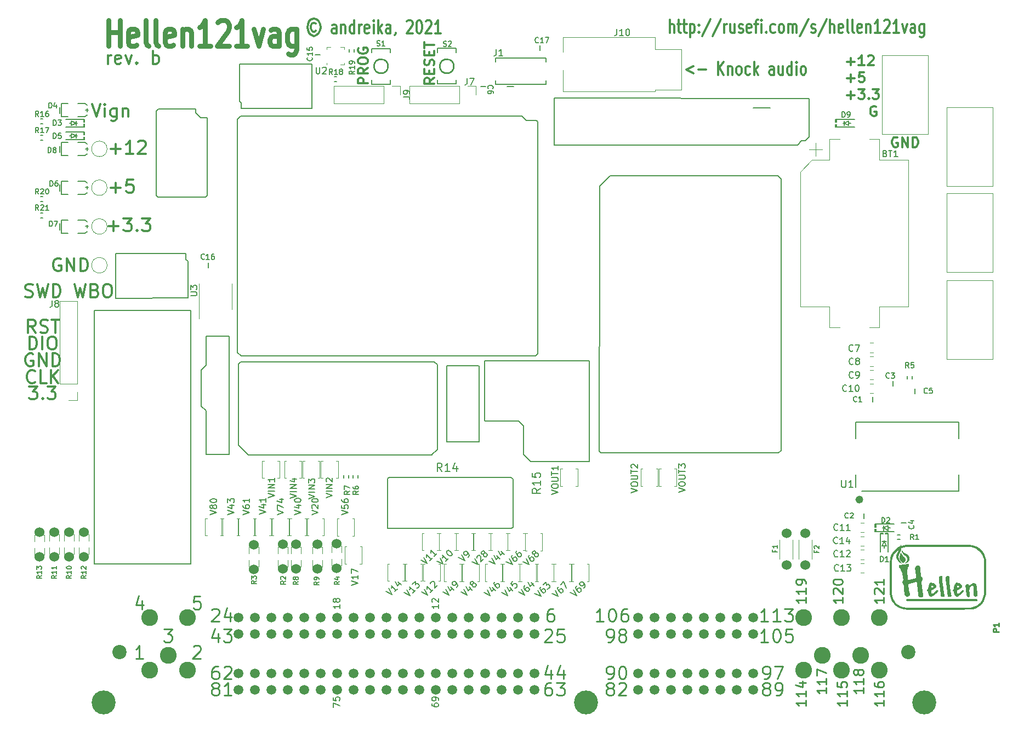
<source format=gto>
G04 #@! TF.GenerationSoftware,KiCad,Pcbnew,(5.99.0-10483-ga6ad7a4a70)*
G04 #@! TF.CreationDate,2021-05-18T20:21:17+03:00*
G04 #@! TF.ProjectId,hellen121vag,68656c6c-656e-4313-9231-7661672e6b69,a*
G04 #@! TF.SameCoordinates,PX2b953a0PY6943058*
G04 #@! TF.FileFunction,Legend,Top*
G04 #@! TF.FilePolarity,Positive*
%FSLAX46Y46*%
G04 Gerber Fmt 4.6, Leading zero omitted, Abs format (unit mm)*
G04 Created by KiCad (PCBNEW (5.99.0-10483-ga6ad7a4a70)) date 2021-05-18 20:21:17*
%MOMM*%
%LPD*%
G01*
G04 APERTURE LIST*
%ADD10C,0.250000*%
%ADD11C,0.300000*%
%ADD12C,0.304800*%
%ADD13C,0.750000*%
%ADD14C,0.200000*%
%ADD15C,0.222250*%
%ADD16C,0.150000*%
%ADD17C,0.170000*%
%ADD18C,0.127000*%
%ADD19C,0.120000*%
%ADD20C,0.099060*%
%ADD21C,0.203200*%
%ADD22C,0.616000*%
%ADD23C,0.254000*%
%ADD24C,3.700000*%
%ADD25C,2.200000*%
%ADD26C,2.600000*%
%ADD27C,1.500000*%
%ADD28C,1.524000*%
G04 APERTURE END LIST*
D10*
X95841666Y18030239D02*
X94698809Y18030239D01*
X95270238Y18030239D02*
X95270238Y20030239D01*
X95079761Y19744524D01*
X94889285Y19554048D01*
X94698809Y19458810D01*
X97079761Y20030239D02*
X97270238Y20030239D01*
X97460714Y19935000D01*
X97555952Y19839762D01*
X97651190Y19649286D01*
X97746428Y19268334D01*
X97746428Y18792143D01*
X97651190Y18411191D01*
X97555952Y18220715D01*
X97460714Y18125477D01*
X97270238Y18030239D01*
X97079761Y18030239D01*
X96889285Y18125477D01*
X96794047Y18220715D01*
X96698809Y18411191D01*
X96603571Y18792143D01*
X96603571Y19268334D01*
X96698809Y19649286D01*
X96794047Y19839762D01*
X96889285Y19935000D01*
X97079761Y20030239D01*
X99460714Y20030239D02*
X99079761Y20030239D01*
X98889285Y19935000D01*
X98794047Y19839762D01*
X98603571Y19554048D01*
X98508333Y19173096D01*
X98508333Y18411191D01*
X98603571Y18220715D01*
X98698809Y18125477D01*
X98889285Y18030239D01*
X99270238Y18030239D01*
X99460714Y18125477D01*
X99555952Y18220715D01*
X99651190Y18411191D01*
X99651190Y18887381D01*
X99555952Y19077858D01*
X99460714Y19173096D01*
X99270238Y19268334D01*
X98889285Y19268334D01*
X98698809Y19173096D01*
X98603571Y19077858D01*
X98508333Y18887381D01*
X24530952Y21268572D02*
X24530952Y19935239D01*
X24054761Y22030477D02*
X23578571Y20601905D01*
X24816666Y20601905D01*
X33516190Y21935239D02*
X32563809Y21935239D01*
X32468571Y20982858D01*
X32563809Y21078096D01*
X32754285Y21173334D01*
X33230476Y21173334D01*
X33420952Y21078096D01*
X33516190Y20982858D01*
X33611428Y20792381D01*
X33611428Y20316191D01*
X33516190Y20125715D01*
X33420952Y20030477D01*
X33230476Y19935239D01*
X32754285Y19935239D01*
X32563809Y20030477D01*
X32468571Y20125715D01*
X32468571Y14124762D02*
X32563809Y14220000D01*
X32754285Y14315239D01*
X33230476Y14315239D01*
X33420952Y14220000D01*
X33516190Y14124762D01*
X33611428Y13934286D01*
X33611428Y13743810D01*
X33516190Y13458096D01*
X32373333Y12315239D01*
X33611428Y12315239D01*
D11*
X19419142Y79136143D02*
X20942952Y79136143D01*
X20181047Y78374239D02*
X20181047Y79898048D01*
X21704857Y80374239D02*
X22942952Y80374239D01*
X22276285Y79612334D01*
X22562000Y79612334D01*
X22752476Y79517096D01*
X22847714Y79421858D01*
X22942952Y79231381D01*
X22942952Y78755191D01*
X22847714Y78564715D01*
X22752476Y78469477D01*
X22562000Y78374239D01*
X21990571Y78374239D01*
X21800095Y78469477D01*
X21704857Y78564715D01*
X23800095Y78564715D02*
X23895333Y78469477D01*
X23800095Y78374239D01*
X23704857Y78469477D01*
X23800095Y78564715D01*
X23800095Y78374239D01*
X24562000Y80374239D02*
X25800095Y80374239D01*
X25133428Y79612334D01*
X25419142Y79612334D01*
X25609619Y79517096D01*
X25704857Y79421858D01*
X25800095Y79231381D01*
X25800095Y78755191D01*
X25704857Y78564715D01*
X25609619Y78469477D01*
X25419142Y78374239D01*
X24847714Y78374239D01*
X24657238Y78469477D01*
X24562000Y78564715D01*
D12*
X106069428Y109080762D02*
X106069428Y111112761D01*
X106722571Y109080762D02*
X106722571Y110145143D01*
X106650000Y110338667D01*
X106504857Y110435428D01*
X106287142Y110435428D01*
X106142000Y110338667D01*
X106069428Y110241905D01*
X107230571Y110435428D02*
X107811142Y110435428D01*
X107448285Y111112761D02*
X107448285Y109371048D01*
X107520857Y109177524D01*
X107666000Y109080762D01*
X107811142Y109080762D01*
X108101428Y110435428D02*
X108682000Y110435428D01*
X108319142Y111112761D02*
X108319142Y109371048D01*
X108391714Y109177524D01*
X108536857Y109080762D01*
X108682000Y109080762D01*
X109190000Y110435428D02*
X109190000Y108403429D01*
X109190000Y110338667D02*
X109335142Y110435428D01*
X109625428Y110435428D01*
X109770571Y110338667D01*
X109843142Y110241905D01*
X109915714Y110048381D01*
X109915714Y109467810D01*
X109843142Y109274286D01*
X109770571Y109177524D01*
X109625428Y109080762D01*
X109335142Y109080762D01*
X109190000Y109177524D01*
X110568857Y109274286D02*
X110641428Y109177524D01*
X110568857Y109080762D01*
X110496285Y109177524D01*
X110568857Y109274286D01*
X110568857Y109080762D01*
X110568857Y110338667D02*
X110641428Y110241905D01*
X110568857Y110145143D01*
X110496285Y110241905D01*
X110568857Y110338667D01*
X110568857Y110145143D01*
X112383142Y111209523D02*
X111076857Y108596953D01*
X113979714Y111209523D02*
X112673428Y108596953D01*
X114487714Y109080762D02*
X114487714Y110435428D01*
X114487714Y110048381D02*
X114560285Y110241905D01*
X114632857Y110338667D01*
X114778000Y110435428D01*
X114923142Y110435428D01*
X116084285Y110435428D02*
X116084285Y109080762D01*
X115431142Y110435428D02*
X115431142Y109371048D01*
X115503714Y109177524D01*
X115648857Y109080762D01*
X115866571Y109080762D01*
X116011714Y109177524D01*
X116084285Y109274286D01*
X116737428Y109177524D02*
X116882571Y109080762D01*
X117172857Y109080762D01*
X117318000Y109177524D01*
X117390571Y109371048D01*
X117390571Y109467810D01*
X117318000Y109661334D01*
X117172857Y109758096D01*
X116955142Y109758096D01*
X116810000Y109854858D01*
X116737428Y110048381D01*
X116737428Y110145143D01*
X116810000Y110338667D01*
X116955142Y110435428D01*
X117172857Y110435428D01*
X117318000Y110338667D01*
X118624285Y109177524D02*
X118479142Y109080762D01*
X118188857Y109080762D01*
X118043714Y109177524D01*
X117971142Y109371048D01*
X117971142Y110145143D01*
X118043714Y110338667D01*
X118188857Y110435428D01*
X118479142Y110435428D01*
X118624285Y110338667D01*
X118696857Y110145143D01*
X118696857Y109951620D01*
X117971142Y109758096D01*
X119132285Y110435428D02*
X119712857Y110435428D01*
X119350000Y109080762D02*
X119350000Y110822476D01*
X119422571Y111016000D01*
X119567714Y111112761D01*
X119712857Y111112761D01*
X120220857Y109080762D02*
X120220857Y110435428D01*
X120220857Y111112761D02*
X120148285Y111016000D01*
X120220857Y110919238D01*
X120293428Y111016000D01*
X120220857Y111112761D01*
X120220857Y110919238D01*
X120946571Y109274286D02*
X121019142Y109177524D01*
X120946571Y109080762D01*
X120874000Y109177524D01*
X120946571Y109274286D01*
X120946571Y109080762D01*
X122325428Y109177524D02*
X122180285Y109080762D01*
X121890000Y109080762D01*
X121744857Y109177524D01*
X121672285Y109274286D01*
X121599714Y109467810D01*
X121599714Y110048381D01*
X121672285Y110241905D01*
X121744857Y110338667D01*
X121890000Y110435428D01*
X122180285Y110435428D01*
X122325428Y110338667D01*
X123196285Y109080762D02*
X123051142Y109177524D01*
X122978571Y109274286D01*
X122906000Y109467810D01*
X122906000Y110048381D01*
X122978571Y110241905D01*
X123051142Y110338667D01*
X123196285Y110435428D01*
X123414000Y110435428D01*
X123559142Y110338667D01*
X123631714Y110241905D01*
X123704285Y110048381D01*
X123704285Y109467810D01*
X123631714Y109274286D01*
X123559142Y109177524D01*
X123414000Y109080762D01*
X123196285Y109080762D01*
X124357428Y109080762D02*
X124357428Y110435428D01*
X124357428Y110241905D02*
X124430000Y110338667D01*
X124575142Y110435428D01*
X124792857Y110435428D01*
X124938000Y110338667D01*
X125010571Y110145143D01*
X125010571Y109080762D01*
X125010571Y110145143D02*
X125083142Y110338667D01*
X125228285Y110435428D01*
X125446000Y110435428D01*
X125591142Y110338667D01*
X125663714Y110145143D01*
X125663714Y109080762D01*
X127478000Y111209523D02*
X126171714Y108596953D01*
X127913428Y109177524D02*
X128058571Y109080762D01*
X128348857Y109080762D01*
X128494000Y109177524D01*
X128566571Y109371048D01*
X128566571Y109467810D01*
X128494000Y109661334D01*
X128348857Y109758096D01*
X128131142Y109758096D01*
X127986000Y109854858D01*
X127913428Y110048381D01*
X127913428Y110145143D01*
X127986000Y110338667D01*
X128131142Y110435428D01*
X128348857Y110435428D01*
X128494000Y110338667D01*
X130308285Y111209523D02*
X129002000Y108596953D01*
X130816285Y109080762D02*
X130816285Y111112761D01*
X131469428Y109080762D02*
X131469428Y110145143D01*
X131396857Y110338667D01*
X131251714Y110435428D01*
X131034000Y110435428D01*
X130888857Y110338667D01*
X130816285Y110241905D01*
X132775714Y109177524D02*
X132630571Y109080762D01*
X132340285Y109080762D01*
X132195142Y109177524D01*
X132122571Y109371048D01*
X132122571Y110145143D01*
X132195142Y110338667D01*
X132340285Y110435428D01*
X132630571Y110435428D01*
X132775714Y110338667D01*
X132848285Y110145143D01*
X132848285Y109951620D01*
X132122571Y109758096D01*
X133719142Y109080762D02*
X133574000Y109177524D01*
X133501428Y109371048D01*
X133501428Y111112761D01*
X134517428Y109080762D02*
X134372285Y109177524D01*
X134299714Y109371048D01*
X134299714Y111112761D01*
X135678571Y109177524D02*
X135533428Y109080762D01*
X135243142Y109080762D01*
X135098000Y109177524D01*
X135025428Y109371048D01*
X135025428Y110145143D01*
X135098000Y110338667D01*
X135243142Y110435428D01*
X135533428Y110435428D01*
X135678571Y110338667D01*
X135751142Y110145143D01*
X135751142Y109951620D01*
X135025428Y109758096D01*
X136404285Y110435428D02*
X136404285Y109080762D01*
X136404285Y110241905D02*
X136476857Y110338667D01*
X136622000Y110435428D01*
X136839714Y110435428D01*
X136984857Y110338667D01*
X137057428Y110145143D01*
X137057428Y109080762D01*
X138581428Y109080762D02*
X137710571Y109080762D01*
X138146000Y109080762D02*
X138146000Y111112761D01*
X138000857Y110822476D01*
X137855714Y110628952D01*
X137710571Y110532190D01*
X139162000Y110919238D02*
X139234571Y111016000D01*
X139379714Y111112761D01*
X139742571Y111112761D01*
X139887714Y111016000D01*
X139960285Y110919238D01*
X140032857Y110725714D01*
X140032857Y110532190D01*
X139960285Y110241905D01*
X139089428Y109080762D01*
X140032857Y109080762D01*
X141484285Y109080762D02*
X140613428Y109080762D01*
X141048857Y109080762D02*
X141048857Y111112761D01*
X140903714Y110822476D01*
X140758571Y110628952D01*
X140613428Y110532190D01*
X141992285Y110435428D02*
X142355142Y109080762D01*
X142718000Y110435428D01*
X143951714Y109080762D02*
X143951714Y110145143D01*
X143879142Y110338667D01*
X143734000Y110435428D01*
X143443714Y110435428D01*
X143298571Y110338667D01*
X143951714Y109177524D02*
X143806571Y109080762D01*
X143443714Y109080762D01*
X143298571Y109177524D01*
X143226000Y109371048D01*
X143226000Y109564572D01*
X143298571Y109758096D01*
X143443714Y109854858D01*
X143806571Y109854858D01*
X143951714Y109951620D01*
X145330571Y110435428D02*
X145330571Y108790477D01*
X145258000Y108596953D01*
X145185428Y108500191D01*
X145040285Y108403429D01*
X144822571Y108403429D01*
X144677428Y108500191D01*
X145330571Y109177524D02*
X145185428Y109080762D01*
X144895142Y109080762D01*
X144750000Y109177524D01*
X144677428Y109274286D01*
X144604857Y109467810D01*
X144604857Y110048381D01*
X144677428Y110241905D01*
X144750000Y110338667D01*
X144895142Y110435428D01*
X145185428Y110435428D01*
X145330571Y110338667D01*
D10*
X130238571Y7775000D02*
X130238571Y6917858D01*
X130238571Y7346429D02*
X128738571Y7346429D01*
X128952857Y7203572D01*
X129095714Y7060715D01*
X129167142Y6917858D01*
X130238571Y9203572D02*
X130238571Y8346429D01*
X130238571Y8775000D02*
X128738571Y8775000D01*
X128952857Y8632143D01*
X129095714Y8489286D01*
X129167142Y8346429D01*
X128738571Y9703572D02*
X128738571Y10703572D01*
X130238571Y10060715D01*
X139128571Y21745000D02*
X139128571Y20887858D01*
X139128571Y21316429D02*
X137628571Y21316429D01*
X137842857Y21173572D01*
X137985714Y21030715D01*
X138057142Y20887858D01*
X137771428Y22316429D02*
X137700000Y22387858D01*
X137628571Y22530715D01*
X137628571Y22887858D01*
X137700000Y23030715D01*
X137771428Y23102143D01*
X137914285Y23173572D01*
X138057142Y23173572D01*
X138271428Y23102143D01*
X139128571Y22245000D01*
X139128571Y23173572D01*
X139128571Y24602143D02*
X139128571Y23745000D01*
X139128571Y24173572D02*
X137628571Y24173572D01*
X137842857Y24030715D01*
X137985714Y23887858D01*
X138057142Y23745000D01*
D12*
X133428000Y104611143D02*
X134589142Y104611143D01*
X134008571Y104030572D02*
X134008571Y105191715D01*
X136113142Y104030572D02*
X135242285Y104030572D01*
X135677714Y104030572D02*
X135677714Y105554572D01*
X135532571Y105336858D01*
X135387428Y105191715D01*
X135242285Y105119143D01*
X136693714Y105409429D02*
X136766285Y105482000D01*
X136911428Y105554572D01*
X137274285Y105554572D01*
X137419428Y105482000D01*
X137492000Y105409429D01*
X137564571Y105264286D01*
X137564571Y105119143D01*
X137492000Y104901429D01*
X136621142Y104030572D01*
X137564571Y104030572D01*
D13*
X19412000Y107019477D02*
X19412000Y111019476D01*
X19412000Y109114715D02*
X21126285Y109114715D01*
X21126285Y107019477D02*
X21126285Y111019476D01*
X23697714Y107209953D02*
X23412000Y107019477D01*
X22840571Y107019477D01*
X22554857Y107209953D01*
X22412000Y107590905D01*
X22412000Y109114715D01*
X22554857Y109495667D01*
X22840571Y109686143D01*
X23412000Y109686143D01*
X23697714Y109495667D01*
X23840571Y109114715D01*
X23840571Y108733762D01*
X22412000Y108352810D01*
X25554857Y107019477D02*
X25269142Y107209953D01*
X25126285Y107590905D01*
X25126285Y111019476D01*
X27126285Y107019477D02*
X26840571Y107209953D01*
X26697714Y107590905D01*
X26697714Y111019476D01*
X29412000Y107209953D02*
X29126285Y107019477D01*
X28554857Y107019477D01*
X28269142Y107209953D01*
X28126285Y107590905D01*
X28126285Y109114715D01*
X28269142Y109495667D01*
X28554857Y109686143D01*
X29126285Y109686143D01*
X29412000Y109495667D01*
X29554857Y109114715D01*
X29554857Y108733762D01*
X28126285Y108352810D01*
X30840571Y109686143D02*
X30840571Y107019477D01*
X30840571Y109305191D02*
X30983428Y109495667D01*
X31269142Y109686143D01*
X31697714Y109686143D01*
X31983428Y109495667D01*
X32126285Y109114715D01*
X32126285Y107019477D01*
X35126285Y107019477D02*
X33412000Y107019477D01*
X34269142Y107019477D02*
X34269142Y111019476D01*
X33983428Y110448047D01*
X33697714Y110067096D01*
X33412000Y109876620D01*
X36269142Y110638523D02*
X36412000Y110829000D01*
X36697714Y111019476D01*
X37412000Y111019476D01*
X37697714Y110829000D01*
X37840571Y110638523D01*
X37983428Y110257572D01*
X37983428Y109876620D01*
X37840571Y109305191D01*
X36126285Y107019477D01*
X37983428Y107019477D01*
X40840571Y107019477D02*
X39126285Y107019477D01*
X39983428Y107019477D02*
X39983428Y111019476D01*
X39697714Y110448047D01*
X39412000Y110067096D01*
X39126285Y109876620D01*
X41840571Y109686143D02*
X42554857Y107019477D01*
X43269142Y109686143D01*
X45697714Y107019477D02*
X45697714Y109114715D01*
X45554857Y109495667D01*
X45269142Y109686143D01*
X44697714Y109686143D01*
X44412000Y109495667D01*
X45697714Y107209953D02*
X45412000Y107019477D01*
X44697714Y107019477D01*
X44412000Y107209953D01*
X44269142Y107590905D01*
X44269142Y107971858D01*
X44412000Y108352810D01*
X44697714Y108543286D01*
X45412000Y108543286D01*
X45697714Y108733762D01*
X48412000Y109686143D02*
X48412000Y106448048D01*
X48269142Y106067096D01*
X48126285Y105876620D01*
X47840571Y105686143D01*
X47412000Y105686143D01*
X47126285Y105876620D01*
X48412000Y107209953D02*
X48126285Y107019477D01*
X47554857Y107019477D01*
X47269142Y107209953D01*
X47126285Y107400429D01*
X46983428Y107781381D01*
X46983428Y108924239D01*
X47126285Y109305191D01*
X47269142Y109495667D01*
X47554857Y109686143D01*
X48126285Y109686143D01*
X48412000Y109495667D01*
D14*
X54082380Y4790477D02*
X54082380Y5457143D01*
X55082380Y5028572D01*
X54082380Y6314286D02*
X54082380Y5838096D01*
X54558571Y5790477D01*
X54510952Y5838096D01*
X54463333Y5933334D01*
X54463333Y6171429D01*
X54510952Y6266667D01*
X54558571Y6314286D01*
X54653809Y6361905D01*
X54891904Y6361905D01*
X54987142Y6314286D01*
X55034761Y6266667D01*
X55082380Y6171429D01*
X55082380Y5933334D01*
X55034761Y5838096D01*
X54987142Y5790477D01*
D11*
X19695333Y91136143D02*
X21219142Y91136143D01*
X20457238Y90374239D02*
X20457238Y91898048D01*
X23219142Y90374239D02*
X22076285Y90374239D01*
X22647714Y90374239D02*
X22647714Y92374239D01*
X22457238Y92088524D01*
X22266761Y91898048D01*
X22076285Y91802810D01*
X23981047Y92183762D02*
X24076285Y92279000D01*
X24266761Y92374239D01*
X24742952Y92374239D01*
X24933428Y92279000D01*
X25028666Y92183762D01*
X25123904Y91993286D01*
X25123904Y91802810D01*
X25028666Y91517096D01*
X23885809Y90374239D01*
X25123904Y90374239D01*
D14*
X69322380Y5314286D02*
X69322380Y5123810D01*
X69370000Y5028572D01*
X69417619Y4980953D01*
X69560476Y4885715D01*
X69750952Y4838096D01*
X70131904Y4838096D01*
X70227142Y4885715D01*
X70274761Y4933334D01*
X70322380Y5028572D01*
X70322380Y5219048D01*
X70274761Y5314286D01*
X70227142Y5361905D01*
X70131904Y5409524D01*
X69893809Y5409524D01*
X69798571Y5361905D01*
X69750952Y5314286D01*
X69703333Y5219048D01*
X69703333Y5028572D01*
X69750952Y4933334D01*
X69798571Y4885715D01*
X69893809Y4838096D01*
X70322380Y5885715D02*
X70322380Y6076191D01*
X70274761Y6171429D01*
X70227142Y6219048D01*
X70084285Y6314286D01*
X69893809Y6361905D01*
X69512857Y6361905D01*
X69417619Y6314286D01*
X69370000Y6266667D01*
X69322380Y6171429D01*
X69322380Y5980953D01*
X69370000Y5885715D01*
X69417619Y5838096D01*
X69512857Y5790477D01*
X69750952Y5790477D01*
X69846190Y5838096D01*
X69893809Y5885715D01*
X69941428Y5980953D01*
X69941428Y6171429D01*
X69893809Y6266667D01*
X69846190Y6314286D01*
X69750952Y6361905D01*
D10*
X86761190Y16664762D02*
X86856428Y16760000D01*
X87046904Y16855239D01*
X87523095Y16855239D01*
X87713571Y16760000D01*
X87808809Y16664762D01*
X87904047Y16474286D01*
X87904047Y16283810D01*
X87808809Y15998096D01*
X86665952Y14855239D01*
X87904047Y14855239D01*
X89713571Y16855239D02*
X88761190Y16855239D01*
X88665952Y15902858D01*
X88761190Y15998096D01*
X88951666Y16093334D01*
X89427857Y16093334D01*
X89618333Y15998096D01*
X89713571Y15902858D01*
X89808809Y15712381D01*
X89808809Y15236191D01*
X89713571Y15045715D01*
X89618333Y14950477D01*
X89427857Y14855239D01*
X88951666Y14855239D01*
X88761190Y14950477D01*
X88665952Y15045715D01*
X133413571Y5870000D02*
X133413571Y5012858D01*
X133413571Y5441429D02*
X131913571Y5441429D01*
X132127857Y5298572D01*
X132270714Y5155715D01*
X132342142Y5012858D01*
X133413571Y7298572D02*
X133413571Y6441429D01*
X133413571Y6870000D02*
X131913571Y6870000D01*
X132127857Y6727143D01*
X132270714Y6584286D01*
X132342142Y6441429D01*
X131913571Y8655715D02*
X131913571Y7941429D01*
X132627857Y7870000D01*
X132556428Y7941429D01*
X132485000Y8084286D01*
X132485000Y8441429D01*
X132556428Y8584286D01*
X132627857Y8655715D01*
X132770714Y8727143D01*
X133127857Y8727143D01*
X133270714Y8655715D01*
X133342142Y8584286D01*
X133413571Y8441429D01*
X133413571Y8084286D01*
X133342142Y7941429D01*
X133270714Y7870000D01*
X36278571Y16188572D02*
X36278571Y14855239D01*
X35802380Y16950477D02*
X35326190Y15521905D01*
X36564285Y15521905D01*
X37135714Y16855239D02*
X38373809Y16855239D01*
X37707142Y16093334D01*
X37992857Y16093334D01*
X38183333Y15998096D01*
X38278571Y15902858D01*
X38373809Y15712381D01*
X38373809Y15236191D01*
X38278571Y15045715D01*
X38183333Y14950477D01*
X37992857Y14855239D01*
X37421428Y14855239D01*
X37230952Y14950477D01*
X37135714Y15045715D01*
D12*
X141238857Y92862000D02*
X141093714Y92934572D01*
X140876000Y92934572D01*
X140658285Y92862000D01*
X140513142Y92716858D01*
X140440571Y92571715D01*
X140368000Y92281429D01*
X140368000Y92063715D01*
X140440571Y91773429D01*
X140513142Y91628286D01*
X140658285Y91483143D01*
X140876000Y91410572D01*
X141021142Y91410572D01*
X141238857Y91483143D01*
X141311428Y91555715D01*
X141311428Y92063715D01*
X141021142Y92063715D01*
X141964571Y91410572D02*
X141964571Y92934572D01*
X142835428Y91410572D01*
X142835428Y92934572D01*
X143561142Y91410572D02*
X143561142Y92934572D01*
X143924000Y92934572D01*
X144141714Y92862000D01*
X144286857Y92716858D01*
X144359428Y92571715D01*
X144432000Y92281429D01*
X144432000Y92063715D01*
X144359428Y91773429D01*
X144286857Y91628286D01*
X144141714Y91483143D01*
X143924000Y91410572D01*
X143561142Y91410572D01*
D14*
X55082380Y20649524D02*
X55082380Y20078096D01*
X55082380Y20363810D02*
X54082380Y20363810D01*
X54225238Y20268572D01*
X54320476Y20173334D01*
X54368095Y20078096D01*
X54510952Y21220953D02*
X54463333Y21125715D01*
X54415714Y21078096D01*
X54320476Y21030477D01*
X54272857Y21030477D01*
X54177619Y21078096D01*
X54130000Y21125715D01*
X54082380Y21220953D01*
X54082380Y21411429D01*
X54130000Y21506667D01*
X54177619Y21554286D01*
X54272857Y21601905D01*
X54320476Y21601905D01*
X54415714Y21554286D01*
X54463333Y21506667D01*
X54510952Y21411429D01*
X54510952Y21220953D01*
X54558571Y21125715D01*
X54606190Y21078096D01*
X54701428Y21030477D01*
X54891904Y21030477D01*
X54987142Y21078096D01*
X55034761Y21125715D01*
X55082380Y21220953D01*
X55082380Y21411429D01*
X55034761Y21506667D01*
X54987142Y21554286D01*
X54891904Y21601905D01*
X54701428Y21601905D01*
X54606190Y21554286D01*
X54558571Y21506667D01*
X54510952Y21411429D01*
D11*
X7152380Y60095239D02*
X7152380Y62095239D01*
X7628571Y62095239D01*
X7914285Y62000000D01*
X8104761Y61809524D01*
X8200000Y61619048D01*
X8295238Y61238096D01*
X8295238Y60952381D01*
X8200000Y60571429D01*
X8104761Y60380953D01*
X7914285Y60190477D01*
X7628571Y60095239D01*
X7152380Y60095239D01*
X9152380Y60095239D02*
X9152380Y62095239D01*
X10485714Y62095239D02*
X10866666Y62095239D01*
X11057142Y62000000D01*
X11247619Y61809524D01*
X11342857Y61428572D01*
X11342857Y60761905D01*
X11247619Y60380953D01*
X11057142Y60190477D01*
X10866666Y60095239D01*
X10485714Y60095239D01*
X10295238Y60190477D01*
X10104761Y60380953D01*
X10009523Y60761905D01*
X10009523Y61428572D01*
X10104761Y61809524D01*
X10295238Y62000000D01*
X10485714Y62095239D01*
D10*
X120606666Y9140239D02*
X120987619Y9140239D01*
X121178095Y9235477D01*
X121273333Y9330715D01*
X121463809Y9616429D01*
X121559047Y9997381D01*
X121559047Y10759286D01*
X121463809Y10949762D01*
X121368571Y11045000D01*
X121178095Y11140239D01*
X120797142Y11140239D01*
X120606666Y11045000D01*
X120511428Y10949762D01*
X120416190Y10759286D01*
X120416190Y10283096D01*
X120511428Y10092620D01*
X120606666Y9997381D01*
X120797142Y9902143D01*
X121178095Y9902143D01*
X121368571Y9997381D01*
X121463809Y10092620D01*
X121559047Y10283096D01*
X122225714Y11140239D02*
X123559047Y11140239D01*
X122701904Y9140239D01*
D11*
X11976190Y74100000D02*
X11785714Y74195239D01*
X11500000Y74195239D01*
X11214285Y74100000D01*
X11023809Y73909524D01*
X10928571Y73719048D01*
X10833333Y73338096D01*
X10833333Y73052381D01*
X10928571Y72671429D01*
X11023809Y72480953D01*
X11214285Y72290477D01*
X11500000Y72195239D01*
X11690476Y72195239D01*
X11976190Y72290477D01*
X12071428Y72385715D01*
X12071428Y73052381D01*
X11690476Y73052381D01*
X12928571Y72195239D02*
X12928571Y74195239D01*
X14071428Y72195239D01*
X14071428Y74195239D01*
X15023809Y72195239D02*
X15023809Y74195239D01*
X15500000Y74195239D01*
X15785714Y74100000D01*
X15976190Y73909524D01*
X16071428Y73719048D01*
X16166666Y73338096D01*
X16166666Y73052381D01*
X16071428Y72671429D01*
X15976190Y72480953D01*
X15785714Y72290477D01*
X15500000Y72195239D01*
X15023809Y72195239D01*
D12*
X69678571Y102086572D02*
X68964285Y101578572D01*
X69678571Y101215715D02*
X68178571Y101215715D01*
X68178571Y101796286D01*
X68250000Y101941429D01*
X68321428Y102014000D01*
X68464285Y102086572D01*
X68678571Y102086572D01*
X68821428Y102014000D01*
X68892857Y101941429D01*
X68964285Y101796286D01*
X68964285Y101215715D01*
X68892857Y102739715D02*
X68892857Y103247715D01*
X69678571Y103465429D02*
X69678571Y102739715D01*
X68178571Y102739715D01*
X68178571Y103465429D01*
X69607142Y104046000D02*
X69678571Y104263715D01*
X69678571Y104626572D01*
X69607142Y104771715D01*
X69535714Y104844286D01*
X69392857Y104916858D01*
X69250000Y104916858D01*
X69107142Y104844286D01*
X69035714Y104771715D01*
X68964285Y104626572D01*
X68892857Y104336286D01*
X68821428Y104191143D01*
X68750000Y104118572D01*
X68607142Y104046000D01*
X68464285Y104046000D01*
X68321428Y104118572D01*
X68250000Y104191143D01*
X68178571Y104336286D01*
X68178571Y104699143D01*
X68250000Y104916858D01*
X68892857Y105570000D02*
X68892857Y106078000D01*
X69678571Y106295715D02*
X69678571Y105570000D01*
X68178571Y105570000D01*
X68178571Y106295715D01*
X68178571Y106731143D02*
X68178571Y107602000D01*
X69678571Y107166572D02*
X68178571Y107166572D01*
D10*
X35326190Y19839762D02*
X35421428Y19935000D01*
X35611904Y20030239D01*
X36088095Y20030239D01*
X36278571Y19935000D01*
X36373809Y19839762D01*
X36469047Y19649286D01*
X36469047Y19458810D01*
X36373809Y19173096D01*
X35230952Y18030239D01*
X36469047Y18030239D01*
X38183333Y19363572D02*
X38183333Y18030239D01*
X37707142Y20125477D02*
X37230952Y18696905D01*
X38469047Y18696905D01*
X96476666Y14855239D02*
X96857619Y14855239D01*
X97048095Y14950477D01*
X97143333Y15045715D01*
X97333809Y15331429D01*
X97429047Y15712381D01*
X97429047Y16474286D01*
X97333809Y16664762D01*
X97238571Y16760000D01*
X97048095Y16855239D01*
X96667142Y16855239D01*
X96476666Y16760000D01*
X96381428Y16664762D01*
X96286190Y16474286D01*
X96286190Y15998096D01*
X96381428Y15807620D01*
X96476666Y15712381D01*
X96667142Y15617143D01*
X97048095Y15617143D01*
X97238571Y15712381D01*
X97333809Y15807620D01*
X97429047Y15998096D01*
X98571904Y15998096D02*
X98381428Y16093334D01*
X98286190Y16188572D01*
X98190952Y16379048D01*
X98190952Y16474286D01*
X98286190Y16664762D01*
X98381428Y16760000D01*
X98571904Y16855239D01*
X98952857Y16855239D01*
X99143333Y16760000D01*
X99238571Y16664762D01*
X99333809Y16474286D01*
X99333809Y16379048D01*
X99238571Y16188572D01*
X99143333Y16093334D01*
X98952857Y15998096D01*
X98571904Y15998096D01*
X98381428Y15902858D01*
X98286190Y15807620D01*
X98190952Y15617143D01*
X98190952Y15236191D01*
X98286190Y15045715D01*
X98381428Y14950477D01*
X98571904Y14855239D01*
X98952857Y14855239D01*
X99143333Y14950477D01*
X99238571Y15045715D01*
X99333809Y15236191D01*
X99333809Y15617143D01*
X99238571Y15807620D01*
X99143333Y15902858D01*
X98952857Y15998096D01*
D12*
X51401142Y110528952D02*
X51256000Y110625714D01*
X50965714Y110625714D01*
X50820571Y110528952D01*
X50675428Y110335429D01*
X50602857Y110141905D01*
X50602857Y109754858D01*
X50675428Y109561334D01*
X50820571Y109367810D01*
X50965714Y109271048D01*
X51256000Y109271048D01*
X51401142Y109367810D01*
X51110857Y111303047D02*
X50748000Y111206285D01*
X50385142Y110916000D01*
X50167428Y110432190D01*
X50094857Y109948381D01*
X50167428Y109464572D01*
X50385142Y108980762D01*
X50748000Y108690477D01*
X51110857Y108593715D01*
X51473714Y108690477D01*
X51836571Y108980762D01*
X52054285Y109464572D01*
X52126857Y109948381D01*
X52054285Y110432190D01*
X51836571Y110916000D01*
X51473714Y111206285D01*
X51110857Y111303047D01*
X54594285Y108980762D02*
X54594285Y110045143D01*
X54521714Y110238667D01*
X54376571Y110335429D01*
X54086285Y110335429D01*
X53941142Y110238667D01*
X54594285Y109077524D02*
X54449142Y108980762D01*
X54086285Y108980762D01*
X53941142Y109077524D01*
X53868571Y109271048D01*
X53868571Y109464572D01*
X53941142Y109658096D01*
X54086285Y109754858D01*
X54449142Y109754858D01*
X54594285Y109851620D01*
X55320000Y110335429D02*
X55320000Y108980762D01*
X55320000Y110141905D02*
X55392571Y110238667D01*
X55537714Y110335429D01*
X55755428Y110335429D01*
X55900571Y110238667D01*
X55973142Y110045143D01*
X55973142Y108980762D01*
X57352000Y108980762D02*
X57352000Y111012761D01*
X57352000Y109077524D02*
X57206857Y108980762D01*
X56916571Y108980762D01*
X56771428Y109077524D01*
X56698857Y109174286D01*
X56626285Y109367810D01*
X56626285Y109948381D01*
X56698857Y110141905D01*
X56771428Y110238667D01*
X56916571Y110335429D01*
X57206857Y110335429D01*
X57352000Y110238667D01*
X58077714Y108980762D02*
X58077714Y110335429D01*
X58077714Y109948381D02*
X58150285Y110141905D01*
X58222857Y110238667D01*
X58368000Y110335429D01*
X58513142Y110335429D01*
X59601714Y109077524D02*
X59456571Y108980762D01*
X59166285Y108980762D01*
X59021142Y109077524D01*
X58948571Y109271048D01*
X58948571Y110045143D01*
X59021142Y110238667D01*
X59166285Y110335429D01*
X59456571Y110335429D01*
X59601714Y110238667D01*
X59674285Y110045143D01*
X59674285Y109851620D01*
X58948571Y109658096D01*
X60327428Y108980762D02*
X60327428Y110335429D01*
X60327428Y111012761D02*
X60254857Y110916000D01*
X60327428Y110819238D01*
X60400000Y110916000D01*
X60327428Y111012761D01*
X60327428Y110819238D01*
X61053142Y108980762D02*
X61053142Y111012761D01*
X61198285Y109754858D02*
X61633714Y108980762D01*
X61633714Y110335429D02*
X61053142Y109561334D01*
X62940000Y108980762D02*
X62940000Y110045143D01*
X62867428Y110238667D01*
X62722285Y110335429D01*
X62432000Y110335429D01*
X62286857Y110238667D01*
X62940000Y109077524D02*
X62794857Y108980762D01*
X62432000Y108980762D01*
X62286857Y109077524D01*
X62214285Y109271048D01*
X62214285Y109464572D01*
X62286857Y109658096D01*
X62432000Y109754858D01*
X62794857Y109754858D01*
X62940000Y109851620D01*
X63738285Y109077524D02*
X63738285Y108980762D01*
X63665714Y108787239D01*
X63593142Y108690477D01*
X65480000Y110819238D02*
X65552571Y110916000D01*
X65697714Y111012761D01*
X66060571Y111012761D01*
X66205714Y110916000D01*
X66278285Y110819238D01*
X66350857Y110625714D01*
X66350857Y110432190D01*
X66278285Y110141905D01*
X65407428Y108980762D01*
X66350857Y108980762D01*
X67294285Y111012761D02*
X67439428Y111012761D01*
X67584571Y110916000D01*
X67657142Y110819238D01*
X67729714Y110625714D01*
X67802285Y110238667D01*
X67802285Y109754858D01*
X67729714Y109367810D01*
X67657142Y109174286D01*
X67584571Y109077524D01*
X67439428Y108980762D01*
X67294285Y108980762D01*
X67149142Y109077524D01*
X67076571Y109174286D01*
X67004000Y109367810D01*
X66931428Y109754858D01*
X66931428Y110238667D01*
X67004000Y110625714D01*
X67076571Y110819238D01*
X67149142Y110916000D01*
X67294285Y111012761D01*
X68382857Y110819238D02*
X68455428Y110916000D01*
X68600571Y111012761D01*
X68963428Y111012761D01*
X69108571Y110916000D01*
X69181142Y110819238D01*
X69253714Y110625714D01*
X69253714Y110432190D01*
X69181142Y110141905D01*
X68310285Y108980762D01*
X69253714Y108980762D01*
X70705142Y108980762D02*
X69834285Y108980762D01*
X70269714Y108980762D02*
X70269714Y111012761D01*
X70124571Y110722476D01*
X69979428Y110528952D01*
X69834285Y110432190D01*
D10*
X135953571Y7775000D02*
X135953571Y6917858D01*
X135953571Y7346429D02*
X134453571Y7346429D01*
X134667857Y7203572D01*
X134810714Y7060715D01*
X134882142Y6917858D01*
X135953571Y9203572D02*
X135953571Y8346429D01*
X135953571Y8775000D02*
X134453571Y8775000D01*
X134667857Y8632143D01*
X134810714Y8489286D01*
X134882142Y8346429D01*
X135096428Y10060715D02*
X135025000Y9917858D01*
X134953571Y9846429D01*
X134810714Y9775000D01*
X134739285Y9775000D01*
X134596428Y9846429D01*
X134525000Y9917858D01*
X134453571Y10060715D01*
X134453571Y10346429D01*
X134525000Y10489286D01*
X134596428Y10560715D01*
X134739285Y10632143D01*
X134810714Y10632143D01*
X134953571Y10560715D01*
X135025000Y10489286D01*
X135096428Y10346429D01*
X135096428Y10060715D01*
X135167857Y9917858D01*
X135239285Y9846429D01*
X135382142Y9775000D01*
X135667857Y9775000D01*
X135810714Y9846429D01*
X135882142Y9917858D01*
X135953571Y10060715D01*
X135953571Y10346429D01*
X135882142Y10489286D01*
X135810714Y10560715D01*
X135667857Y10632143D01*
X135382142Y10632143D01*
X135239285Y10560715D01*
X135167857Y10489286D01*
X135096428Y10346429D01*
D11*
X6533333Y68290477D02*
X6819047Y68195239D01*
X7295238Y68195239D01*
X7485714Y68290477D01*
X7580952Y68385715D01*
X7676190Y68576191D01*
X7676190Y68766667D01*
X7580952Y68957143D01*
X7485714Y69052381D01*
X7295238Y69147620D01*
X6914285Y69242858D01*
X6723809Y69338096D01*
X6628571Y69433334D01*
X6533333Y69623810D01*
X6533333Y69814286D01*
X6628571Y70004762D01*
X6723809Y70100000D01*
X6914285Y70195239D01*
X7390476Y70195239D01*
X7676190Y70100000D01*
X8342857Y70195239D02*
X8819047Y68195239D01*
X9200000Y69623810D01*
X9580952Y68195239D01*
X10057142Y70195239D01*
X10819047Y68195239D02*
X10819047Y70195239D01*
X11295238Y70195239D01*
X11580952Y70100000D01*
X11771428Y69909524D01*
X11866666Y69719048D01*
X11961904Y69338096D01*
X11961904Y69052381D01*
X11866666Y68671429D01*
X11771428Y68480953D01*
X11580952Y68290477D01*
X11295238Y68195239D01*
X10819047Y68195239D01*
X14152380Y70195239D02*
X14628571Y68195239D01*
X15009523Y69623810D01*
X15390476Y68195239D01*
X15866666Y70195239D01*
X17295238Y69242858D02*
X17580952Y69147620D01*
X17676190Y69052381D01*
X17771428Y68861905D01*
X17771428Y68576191D01*
X17676190Y68385715D01*
X17580952Y68290477D01*
X17390476Y68195239D01*
X16628571Y68195239D01*
X16628571Y70195239D01*
X17295238Y70195239D01*
X17485714Y70100000D01*
X17580952Y70004762D01*
X17676190Y69814286D01*
X17676190Y69623810D01*
X17580952Y69433334D01*
X17485714Y69338096D01*
X17295238Y69242858D01*
X16628571Y69242858D01*
X19009523Y70195239D02*
X19390476Y70195239D01*
X19580952Y70100000D01*
X19771428Y69909524D01*
X19866666Y69528572D01*
X19866666Y68861905D01*
X19771428Y68480953D01*
X19580952Y68290477D01*
X19390476Y68195239D01*
X19009523Y68195239D01*
X18819047Y68290477D01*
X18628571Y68480953D01*
X18533333Y68861905D01*
X18533333Y69528572D01*
X18628571Y69909524D01*
X18819047Y70100000D01*
X19009523Y70195239D01*
D12*
X59428069Y101246909D02*
X57928069Y101246909D01*
X57928069Y101827480D01*
X57999498Y101972623D01*
X58070926Y102045195D01*
X58213783Y102117766D01*
X58428069Y102117766D01*
X58570926Y102045195D01*
X58642355Y101972623D01*
X58713783Y101827480D01*
X58713783Y101246909D01*
X59428069Y103641766D02*
X58713783Y103133766D01*
X59428069Y102770909D02*
X57928069Y102770909D01*
X57928069Y103351480D01*
X57999498Y103496623D01*
X58070926Y103569195D01*
X58213783Y103641766D01*
X58428069Y103641766D01*
X58570926Y103569195D01*
X58642355Y103496623D01*
X58713783Y103351480D01*
X58713783Y102770909D01*
X57928069Y104585195D02*
X57928069Y104875480D01*
X57999498Y105020623D01*
X58142355Y105165766D01*
X58428069Y105238337D01*
X58928069Y105238337D01*
X59213783Y105165766D01*
X59356640Y105020623D01*
X59428069Y104875480D01*
X59428069Y104585195D01*
X59356640Y104440052D01*
X59213783Y104294909D01*
X58928069Y104222337D01*
X58428069Y104222337D01*
X58142355Y104294909D01*
X57999498Y104440052D01*
X57928069Y104585195D01*
X57999498Y106689766D02*
X57928069Y106544623D01*
X57928069Y106326909D01*
X57999498Y106109195D01*
X58142355Y105964052D01*
X58285212Y105891480D01*
X58570926Y105818909D01*
X58785212Y105818909D01*
X59070926Y105891480D01*
X59213783Y105964052D01*
X59356640Y106109195D01*
X59428069Y106326909D01*
X59428069Y106472052D01*
X59356640Y106689766D01*
X59285212Y106762337D01*
X58785212Y106762337D01*
X58785212Y106472052D01*
D10*
X24721428Y12315239D02*
X23578571Y12315239D01*
X24150000Y12315239D02*
X24150000Y14315239D01*
X23959523Y14029524D01*
X23769047Y13839048D01*
X23578571Y13743810D01*
X35707142Y7743096D02*
X35516666Y7838334D01*
X35421428Y7933572D01*
X35326190Y8124048D01*
X35326190Y8219286D01*
X35421428Y8409762D01*
X35516666Y8505000D01*
X35707142Y8600239D01*
X36088095Y8600239D01*
X36278571Y8505000D01*
X36373809Y8409762D01*
X36469047Y8219286D01*
X36469047Y8124048D01*
X36373809Y7933572D01*
X36278571Y7838334D01*
X36088095Y7743096D01*
X35707142Y7743096D01*
X35516666Y7647858D01*
X35421428Y7552620D01*
X35326190Y7362143D01*
X35326190Y6981191D01*
X35421428Y6790715D01*
X35516666Y6695477D01*
X35707142Y6600239D01*
X36088095Y6600239D01*
X36278571Y6695477D01*
X36373809Y6790715D01*
X36469047Y6981191D01*
X36469047Y7362143D01*
X36373809Y7552620D01*
X36278571Y7647858D01*
X36088095Y7743096D01*
X38373809Y6600239D02*
X37230952Y6600239D01*
X37802380Y6600239D02*
X37802380Y8600239D01*
X37611904Y8314524D01*
X37421428Y8124048D01*
X37230952Y8028810D01*
D11*
X8009523Y55085715D02*
X7914285Y54990477D01*
X7628571Y54895239D01*
X7438095Y54895239D01*
X7152380Y54990477D01*
X6961904Y55180953D01*
X6866666Y55371429D01*
X6771428Y55752381D01*
X6771428Y56038096D01*
X6866666Y56419048D01*
X6961904Y56609524D01*
X7152380Y56800000D01*
X7438095Y56895239D01*
X7628571Y56895239D01*
X7914285Y56800000D01*
X8009523Y56704762D01*
X9819047Y54895239D02*
X8866666Y54895239D01*
X8866666Y56895239D01*
X10485714Y54895239D02*
X10485714Y56895239D01*
X11628571Y54895239D02*
X10771428Y56038096D01*
X11628571Y56895239D02*
X10485714Y55752381D01*
X16809619Y98074239D02*
X17476285Y96074239D01*
X18142952Y98074239D01*
X18809619Y96074239D02*
X18809619Y97407572D01*
X18809619Y98074239D02*
X18714380Y97979000D01*
X18809619Y97883762D01*
X18904857Y97979000D01*
X18809619Y98074239D01*
X18809619Y97883762D01*
X20619142Y97407572D02*
X20619142Y95788524D01*
X20523904Y95598048D01*
X20428666Y95502810D01*
X20238190Y95407572D01*
X19952476Y95407572D01*
X19762000Y95502810D01*
X20619142Y96169477D02*
X20428666Y96074239D01*
X20047714Y96074239D01*
X19857238Y96169477D01*
X19762000Y96264715D01*
X19666761Y96455191D01*
X19666761Y97026620D01*
X19762000Y97217096D01*
X19857238Y97312334D01*
X20047714Y97407572D01*
X20428666Y97407572D01*
X20619142Y97312334D01*
X21571523Y97407572D02*
X21571523Y96074239D01*
X21571523Y97217096D02*
X21666761Y97312334D01*
X21857238Y97407572D01*
X22142952Y97407572D01*
X22333428Y97312334D01*
X22428666Y97121858D01*
X22428666Y96074239D01*
D10*
X127063571Y21745000D02*
X127063571Y20887858D01*
X127063571Y21316429D02*
X125563571Y21316429D01*
X125777857Y21173572D01*
X125920714Y21030715D01*
X125992142Y20887858D01*
X127063571Y23173572D02*
X127063571Y22316429D01*
X127063571Y22745000D02*
X125563571Y22745000D01*
X125777857Y22602143D01*
X125920714Y22459286D01*
X125992142Y22316429D01*
X127063571Y23887858D02*
X127063571Y24173572D01*
X126992142Y24316429D01*
X126920714Y24387858D01*
X126706428Y24530715D01*
X126420714Y24602143D01*
X125849285Y24602143D01*
X125706428Y24530715D01*
X125635000Y24459286D01*
X125563571Y24316429D01*
X125563571Y24030715D01*
X125635000Y23887858D01*
X125706428Y23816429D01*
X125849285Y23745000D01*
X126206428Y23745000D01*
X126349285Y23816429D01*
X126420714Y23887858D01*
X126492142Y24030715D01*
X126492142Y24316429D01*
X126420714Y24459286D01*
X126349285Y24530715D01*
X126206428Y24602143D01*
X87713571Y10473572D02*
X87713571Y9140239D01*
X87237380Y11235477D02*
X86761190Y9806905D01*
X87999285Y9806905D01*
X89618333Y10473572D02*
X89618333Y9140239D01*
X89142142Y11235477D02*
X88665952Y9806905D01*
X89904047Y9806905D01*
D12*
X133453714Y102011143D02*
X134614857Y102011143D01*
X134034285Y101430572D02*
X134034285Y102591715D01*
X136066285Y102954572D02*
X135340571Y102954572D01*
X135268000Y102228858D01*
X135340571Y102301429D01*
X135485714Y102374000D01*
X135848571Y102374000D01*
X135993714Y102301429D01*
X136066285Y102228858D01*
X136138857Y102083715D01*
X136138857Y101720858D01*
X136066285Y101575715D01*
X135993714Y101503143D01*
X135848571Y101430572D01*
X135485714Y101430572D01*
X135340571Y101503143D01*
X135268000Y101575715D01*
D10*
X96667142Y7743096D02*
X96476666Y7838334D01*
X96381428Y7933572D01*
X96286190Y8124048D01*
X96286190Y8219286D01*
X96381428Y8409762D01*
X96476666Y8505000D01*
X96667142Y8600239D01*
X97048095Y8600239D01*
X97238571Y8505000D01*
X97333809Y8409762D01*
X97429047Y8219286D01*
X97429047Y8124048D01*
X97333809Y7933572D01*
X97238571Y7838334D01*
X97048095Y7743096D01*
X96667142Y7743096D01*
X96476666Y7647858D01*
X96381428Y7552620D01*
X96286190Y7362143D01*
X96286190Y6981191D01*
X96381428Y6790715D01*
X96476666Y6695477D01*
X96667142Y6600239D01*
X97048095Y6600239D01*
X97238571Y6695477D01*
X97333809Y6790715D01*
X97429047Y6981191D01*
X97429047Y7362143D01*
X97333809Y7552620D01*
X97238571Y7647858D01*
X97048095Y7743096D01*
X98190952Y8409762D02*
X98286190Y8505000D01*
X98476666Y8600239D01*
X98952857Y8600239D01*
X99143333Y8505000D01*
X99238571Y8409762D01*
X99333809Y8219286D01*
X99333809Y8028810D01*
X99238571Y7743096D01*
X98095714Y6600239D01*
X99333809Y6600239D01*
X27928333Y16855239D02*
X29166428Y16855239D01*
X28499761Y16093334D01*
X28785476Y16093334D01*
X28975952Y15998096D01*
X29071190Y15902858D01*
X29166428Y15712381D01*
X29166428Y15236191D01*
X29071190Y15045715D01*
X28975952Y14950477D01*
X28785476Y14855239D01*
X28214047Y14855239D01*
X28023571Y14950477D01*
X27928333Y15045715D01*
X120797142Y7743096D02*
X120606666Y7838334D01*
X120511428Y7933572D01*
X120416190Y8124048D01*
X120416190Y8219286D01*
X120511428Y8409762D01*
X120606666Y8505000D01*
X120797142Y8600239D01*
X121178095Y8600239D01*
X121368571Y8505000D01*
X121463809Y8409762D01*
X121559047Y8219286D01*
X121559047Y8124048D01*
X121463809Y7933572D01*
X121368571Y7838334D01*
X121178095Y7743096D01*
X120797142Y7743096D01*
X120606666Y7647858D01*
X120511428Y7552620D01*
X120416190Y7362143D01*
X120416190Y6981191D01*
X120511428Y6790715D01*
X120606666Y6695477D01*
X120797142Y6600239D01*
X121178095Y6600239D01*
X121368571Y6695477D01*
X121463809Y6790715D01*
X121559047Y6981191D01*
X121559047Y7362143D01*
X121463809Y7552620D01*
X121368571Y7647858D01*
X121178095Y7743096D01*
X122511428Y6600239D02*
X122892380Y6600239D01*
X123082857Y6695477D01*
X123178095Y6790715D01*
X123368571Y7076429D01*
X123463809Y7457381D01*
X123463809Y8219286D01*
X123368571Y8409762D01*
X123273333Y8505000D01*
X123082857Y8600239D01*
X122701904Y8600239D01*
X122511428Y8505000D01*
X122416190Y8409762D01*
X122320952Y8219286D01*
X122320952Y7743096D01*
X122416190Y7552620D01*
X122511428Y7457381D01*
X122701904Y7362143D01*
X123082857Y7362143D01*
X123273333Y7457381D01*
X123368571Y7552620D01*
X123463809Y7743096D01*
D11*
X19747714Y85136143D02*
X21271523Y85136143D01*
X20509619Y84374239D02*
X20509619Y85898048D01*
X23176285Y86374239D02*
X22223904Y86374239D01*
X22128666Y85421858D01*
X22223904Y85517096D01*
X22414380Y85612334D01*
X22890571Y85612334D01*
X23081047Y85517096D01*
X23176285Y85421858D01*
X23271523Y85231381D01*
X23271523Y84755191D01*
X23176285Y84564715D01*
X23081047Y84469477D01*
X22890571Y84374239D01*
X22414380Y84374239D01*
X22223904Y84469477D01*
X22128666Y84564715D01*
D12*
X109744571Y103935429D02*
X108583428Y103354858D01*
X109744571Y102774286D01*
X110470285Y103354858D02*
X111631428Y103354858D01*
X113518285Y102580762D02*
X113518285Y104612762D01*
X114389142Y102580762D02*
X113736000Y103741905D01*
X114389142Y104612762D02*
X113518285Y103451620D01*
X115042285Y103935429D02*
X115042285Y102580762D01*
X115042285Y103741905D02*
X115114857Y103838667D01*
X115260000Y103935429D01*
X115477714Y103935429D01*
X115622857Y103838667D01*
X115695428Y103645143D01*
X115695428Y102580762D01*
X116638857Y102580762D02*
X116493714Y102677524D01*
X116421142Y102774286D01*
X116348571Y102967810D01*
X116348571Y103548381D01*
X116421142Y103741905D01*
X116493714Y103838667D01*
X116638857Y103935429D01*
X116856571Y103935429D01*
X117001714Y103838667D01*
X117074285Y103741905D01*
X117146857Y103548381D01*
X117146857Y102967810D01*
X117074285Y102774286D01*
X117001714Y102677524D01*
X116856571Y102580762D01*
X116638857Y102580762D01*
X118453142Y102677524D02*
X118308000Y102580762D01*
X118017714Y102580762D01*
X117872571Y102677524D01*
X117800000Y102774286D01*
X117727428Y102967810D01*
X117727428Y103548381D01*
X117800000Y103741905D01*
X117872571Y103838667D01*
X118017714Y103935429D01*
X118308000Y103935429D01*
X118453142Y103838667D01*
X119106285Y102580762D02*
X119106285Y104612762D01*
X119251428Y103354858D02*
X119686857Y102580762D01*
X119686857Y103935429D02*
X119106285Y103161334D01*
X122154285Y102580762D02*
X122154285Y103645143D01*
X122081714Y103838667D01*
X121936571Y103935429D01*
X121646285Y103935429D01*
X121501142Y103838667D01*
X122154285Y102677524D02*
X122009142Y102580762D01*
X121646285Y102580762D01*
X121501142Y102677524D01*
X121428571Y102871048D01*
X121428571Y103064572D01*
X121501142Y103258096D01*
X121646285Y103354858D01*
X122009142Y103354858D01*
X122154285Y103451620D01*
X123533142Y103935429D02*
X123533142Y102580762D01*
X122880000Y103935429D02*
X122880000Y102871048D01*
X122952571Y102677524D01*
X123097714Y102580762D01*
X123315428Y102580762D01*
X123460571Y102677524D01*
X123533142Y102774286D01*
X124912000Y102580762D02*
X124912000Y104612762D01*
X124912000Y102677524D02*
X124766857Y102580762D01*
X124476571Y102580762D01*
X124331428Y102677524D01*
X124258857Y102774286D01*
X124186285Y102967810D01*
X124186285Y103548381D01*
X124258857Y103741905D01*
X124331428Y103838667D01*
X124476571Y103935429D01*
X124766857Y103935429D01*
X124912000Y103838667D01*
X125637714Y102580762D02*
X125637714Y103935429D01*
X125637714Y104612762D02*
X125565142Y104516000D01*
X125637714Y104419239D01*
X125710285Y104516000D01*
X125637714Y104612762D01*
X125637714Y104419239D01*
X126581142Y102580762D02*
X126436000Y102677524D01*
X126363428Y102774286D01*
X126290857Y102967810D01*
X126290857Y103548381D01*
X126363428Y103741905D01*
X126436000Y103838667D01*
X126581142Y103935429D01*
X126798857Y103935429D01*
X126944000Y103838667D01*
X127016571Y103741905D01*
X127089142Y103548381D01*
X127089142Y102967810D01*
X127016571Y102774286D01*
X126944000Y102677524D01*
X126798857Y102580762D01*
X126581142Y102580762D01*
D10*
X87713571Y8600239D02*
X87332619Y8600239D01*
X87142142Y8505000D01*
X87046904Y8409762D01*
X86856428Y8124048D01*
X86761190Y7743096D01*
X86761190Y6981191D01*
X86856428Y6790715D01*
X86951666Y6695477D01*
X87142142Y6600239D01*
X87523095Y6600239D01*
X87713571Y6695477D01*
X87808809Y6790715D01*
X87904047Y6981191D01*
X87904047Y7457381D01*
X87808809Y7647858D01*
X87713571Y7743096D01*
X87523095Y7838334D01*
X87142142Y7838334D01*
X86951666Y7743096D01*
X86856428Y7647858D01*
X86761190Y7457381D01*
X88570714Y8600239D02*
X89808809Y8600239D01*
X89142142Y7838334D01*
X89427857Y7838334D01*
X89618333Y7743096D01*
X89713571Y7647858D01*
X89808809Y7457381D01*
X89808809Y6981191D01*
X89713571Y6790715D01*
X89618333Y6695477D01*
X89427857Y6600239D01*
X88856428Y6600239D01*
X88665952Y6695477D01*
X88570714Y6790715D01*
D12*
X133465142Y99411143D02*
X134626285Y99411143D01*
X134045714Y98830572D02*
X134045714Y99991715D01*
X135206857Y100354572D02*
X136150285Y100354572D01*
X135642285Y99774000D01*
X135860000Y99774000D01*
X136005142Y99701429D01*
X136077714Y99628858D01*
X136150285Y99483715D01*
X136150285Y99120858D01*
X136077714Y98975715D01*
X136005142Y98903143D01*
X135860000Y98830572D01*
X135424571Y98830572D01*
X135279428Y98903143D01*
X135206857Y98975715D01*
X136803428Y98975715D02*
X136876000Y98903143D01*
X136803428Y98830572D01*
X136730857Y98903143D01*
X136803428Y98975715D01*
X136803428Y98830572D01*
X137384000Y100354572D02*
X138327428Y100354572D01*
X137819428Y99774000D01*
X138037142Y99774000D01*
X138182285Y99701429D01*
X138254857Y99628858D01*
X138327428Y99483715D01*
X138327428Y99120858D01*
X138254857Y98975715D01*
X138182285Y98903143D01*
X138037142Y98830572D01*
X137601714Y98830572D01*
X137456571Y98903143D01*
X137384000Y98975715D01*
X137899142Y97662000D02*
X137754000Y97734572D01*
X137536285Y97734572D01*
X137318571Y97662000D01*
X137173428Y97516858D01*
X137100857Y97371715D01*
X137028285Y97081429D01*
X137028285Y96863715D01*
X137100857Y96573429D01*
X137173428Y96428286D01*
X137318571Y96283143D01*
X137536285Y96210572D01*
X137681428Y96210572D01*
X137899142Y96283143D01*
X137971714Y96355715D01*
X137971714Y96863715D01*
X137681428Y96863715D01*
D10*
X127063571Y5870000D02*
X127063571Y5012858D01*
X127063571Y5441429D02*
X125563571Y5441429D01*
X125777857Y5298572D01*
X125920714Y5155715D01*
X125992142Y5012858D01*
X127063571Y7298572D02*
X127063571Y6441429D01*
X127063571Y6870000D02*
X125563571Y6870000D01*
X125777857Y6727143D01*
X125920714Y6584286D01*
X125992142Y6441429D01*
X126063571Y8584286D02*
X127063571Y8584286D01*
X125492142Y8227143D02*
X126563571Y7870000D01*
X126563571Y8798572D01*
D11*
X19257238Y104274239D02*
X19257238Y105607572D01*
X19257238Y105226620D02*
X19352476Y105417096D01*
X19447714Y105512334D01*
X19638190Y105607572D01*
X19828666Y105607572D01*
X21257238Y104369477D02*
X21066761Y104274239D01*
X20685809Y104274239D01*
X20495333Y104369477D01*
X20400095Y104559953D01*
X20400095Y105321858D01*
X20495333Y105512334D01*
X20685809Y105607572D01*
X21066761Y105607572D01*
X21257238Y105512334D01*
X21352476Y105321858D01*
X21352476Y105131381D01*
X20400095Y104940905D01*
X22019142Y105607572D02*
X22495333Y104274239D01*
X22971523Y105607572D01*
X23733428Y104464715D02*
X23828666Y104369477D01*
X23733428Y104274239D01*
X23638190Y104369477D01*
X23733428Y104464715D01*
X23733428Y104274239D01*
X26209619Y104274239D02*
X26209619Y106274239D01*
X26209619Y105512334D02*
X26400095Y105607572D01*
X26781047Y105607572D01*
X26971523Y105512334D01*
X27066761Y105417096D01*
X27162000Y105226620D01*
X27162000Y104655191D01*
X27066761Y104464715D01*
X26971523Y104369477D01*
X26781047Y104274239D01*
X26400095Y104274239D01*
X26209619Y104369477D01*
D10*
X132778571Y21745000D02*
X132778571Y20887858D01*
X132778571Y21316429D02*
X131278571Y21316429D01*
X131492857Y21173572D01*
X131635714Y21030715D01*
X131707142Y20887858D01*
X131421428Y22316429D02*
X131350000Y22387858D01*
X131278571Y22530715D01*
X131278571Y22887858D01*
X131350000Y23030715D01*
X131421428Y23102143D01*
X131564285Y23173572D01*
X131707142Y23173572D01*
X131921428Y23102143D01*
X132778571Y22245000D01*
X132778571Y23173572D01*
X131278571Y24102143D02*
X131278571Y24245000D01*
X131350000Y24387858D01*
X131421428Y24459286D01*
X131564285Y24530715D01*
X131850000Y24602143D01*
X132207142Y24602143D01*
X132492857Y24530715D01*
X132635714Y24459286D01*
X132707142Y24387858D01*
X132778571Y24245000D01*
X132778571Y24102143D01*
X132707142Y23959286D01*
X132635714Y23887858D01*
X132492857Y23816429D01*
X132207142Y23745000D01*
X131850000Y23745000D01*
X131564285Y23816429D01*
X131421428Y23887858D01*
X131350000Y23959286D01*
X131278571Y24102143D01*
X88030952Y20030239D02*
X87650000Y20030239D01*
X87459523Y19935000D01*
X87364285Y19839762D01*
X87173809Y19554048D01*
X87078571Y19173096D01*
X87078571Y18411191D01*
X87173809Y18220715D01*
X87269047Y18125477D01*
X87459523Y18030239D01*
X87840476Y18030239D01*
X88030952Y18125477D01*
X88126190Y18220715D01*
X88221428Y18411191D01*
X88221428Y18887381D01*
X88126190Y19077858D01*
X88030952Y19173096D01*
X87840476Y19268334D01*
X87459523Y19268334D01*
X87269047Y19173096D01*
X87173809Y19077858D01*
X87078571Y18887381D01*
X96476666Y9140239D02*
X96857619Y9140239D01*
X97048095Y9235477D01*
X97143333Y9330715D01*
X97333809Y9616429D01*
X97429047Y9997381D01*
X97429047Y10759286D01*
X97333809Y10949762D01*
X97238571Y11045000D01*
X97048095Y11140239D01*
X96667142Y11140239D01*
X96476666Y11045000D01*
X96381428Y10949762D01*
X96286190Y10759286D01*
X96286190Y10283096D01*
X96381428Y10092620D01*
X96476666Y9997381D01*
X96667142Y9902143D01*
X97048095Y9902143D01*
X97238571Y9997381D01*
X97333809Y10092620D01*
X97429047Y10283096D01*
X98667142Y11140239D02*
X98857619Y11140239D01*
X99048095Y11045000D01*
X99143333Y10949762D01*
X99238571Y10759286D01*
X99333809Y10378334D01*
X99333809Y9902143D01*
X99238571Y9521191D01*
X99143333Y9330715D01*
X99048095Y9235477D01*
X98857619Y9140239D01*
X98667142Y9140239D01*
X98476666Y9235477D01*
X98381428Y9330715D01*
X98286190Y9521191D01*
X98190952Y9902143D01*
X98190952Y10378334D01*
X98286190Y10759286D01*
X98381428Y10949762D01*
X98476666Y11045000D01*
X98667142Y11140239D01*
X121241666Y18030239D02*
X120098809Y18030239D01*
X120670238Y18030239D02*
X120670238Y20030239D01*
X120479761Y19744524D01*
X120289285Y19554048D01*
X120098809Y19458810D01*
X123146428Y18030239D02*
X122003571Y18030239D01*
X122575000Y18030239D02*
X122575000Y20030239D01*
X122384523Y19744524D01*
X122194047Y19554048D01*
X122003571Y19458810D01*
X123813095Y20030239D02*
X125051190Y20030239D01*
X124384523Y19268334D01*
X124670238Y19268334D01*
X124860714Y19173096D01*
X124955952Y19077858D01*
X125051190Y18887381D01*
X125051190Y18411191D01*
X124955952Y18220715D01*
X124860714Y18125477D01*
X124670238Y18030239D01*
X124098809Y18030239D01*
X123908333Y18125477D01*
X123813095Y18220715D01*
D11*
X8104761Y62695239D02*
X7438095Y63647620D01*
X6961904Y62695239D02*
X6961904Y64695239D01*
X7723809Y64695239D01*
X7914285Y64600000D01*
X8009523Y64504762D01*
X8104761Y64314286D01*
X8104761Y64028572D01*
X8009523Y63838096D01*
X7914285Y63742858D01*
X7723809Y63647620D01*
X6961904Y63647620D01*
X8866666Y62790477D02*
X9152380Y62695239D01*
X9628571Y62695239D01*
X9819047Y62790477D01*
X9914285Y62885715D01*
X10009523Y63076191D01*
X10009523Y63266667D01*
X9914285Y63457143D01*
X9819047Y63552381D01*
X9628571Y63647620D01*
X9247619Y63742858D01*
X9057142Y63838096D01*
X8961904Y63933334D01*
X8866666Y64123810D01*
X8866666Y64314286D01*
X8961904Y64504762D01*
X9057142Y64600000D01*
X9247619Y64695239D01*
X9723809Y64695239D01*
X10009523Y64600000D01*
X10580952Y64695239D02*
X11723809Y64695239D01*
X11152380Y62695239D02*
X11152380Y64695239D01*
D10*
X36278571Y11140239D02*
X35897619Y11140239D01*
X35707142Y11045000D01*
X35611904Y10949762D01*
X35421428Y10664048D01*
X35326190Y10283096D01*
X35326190Y9521191D01*
X35421428Y9330715D01*
X35516666Y9235477D01*
X35707142Y9140239D01*
X36088095Y9140239D01*
X36278571Y9235477D01*
X36373809Y9330715D01*
X36469047Y9521191D01*
X36469047Y9997381D01*
X36373809Y10187858D01*
X36278571Y10283096D01*
X36088095Y10378334D01*
X35707142Y10378334D01*
X35516666Y10283096D01*
X35421428Y10187858D01*
X35326190Y9997381D01*
X37230952Y10949762D02*
X37326190Y11045000D01*
X37516666Y11140239D01*
X37992857Y11140239D01*
X38183333Y11045000D01*
X38278571Y10949762D01*
X38373809Y10759286D01*
X38373809Y10568810D01*
X38278571Y10283096D01*
X37135714Y9140239D01*
X38373809Y9140239D01*
X121241666Y14855239D02*
X120098809Y14855239D01*
X120670238Y14855239D02*
X120670238Y16855239D01*
X120479761Y16569524D01*
X120289285Y16379048D01*
X120098809Y16283810D01*
X122479761Y16855239D02*
X122670238Y16855239D01*
X122860714Y16760000D01*
X122955952Y16664762D01*
X123051190Y16474286D01*
X123146428Y16093334D01*
X123146428Y15617143D01*
X123051190Y15236191D01*
X122955952Y15045715D01*
X122860714Y14950477D01*
X122670238Y14855239D01*
X122479761Y14855239D01*
X122289285Y14950477D01*
X122194047Y15045715D01*
X122098809Y15236191D01*
X122003571Y15617143D01*
X122003571Y16093334D01*
X122098809Y16474286D01*
X122194047Y16664762D01*
X122289285Y16760000D01*
X122479761Y16855239D01*
X124955952Y16855239D02*
X124003571Y16855239D01*
X123908333Y15902858D01*
X124003571Y15998096D01*
X124194047Y16093334D01*
X124670238Y16093334D01*
X124860714Y15998096D01*
X124955952Y15902858D01*
X125051190Y15712381D01*
X125051190Y15236191D01*
X124955952Y15045715D01*
X124860714Y14950477D01*
X124670238Y14855239D01*
X124194047Y14855239D01*
X124003571Y14950477D01*
X123908333Y15045715D01*
X139128571Y5870000D02*
X139128571Y5012858D01*
X139128571Y5441429D02*
X137628571Y5441429D01*
X137842857Y5298572D01*
X137985714Y5155715D01*
X138057142Y5012858D01*
X139128571Y7298572D02*
X139128571Y6441429D01*
X139128571Y6870000D02*
X137628571Y6870000D01*
X137842857Y6727143D01*
X137985714Y6584286D01*
X138057142Y6441429D01*
X137628571Y8584286D02*
X137628571Y8298572D01*
X137700000Y8155715D01*
X137771428Y8084286D01*
X137985714Y7941429D01*
X138271428Y7870000D01*
X138842857Y7870000D01*
X138985714Y7941429D01*
X139057142Y8012858D01*
X139128571Y8155715D01*
X139128571Y8441429D01*
X139057142Y8584286D01*
X138985714Y8655715D01*
X138842857Y8727143D01*
X138485714Y8727143D01*
X138342857Y8655715D01*
X138271428Y8584286D01*
X138200000Y8441429D01*
X138200000Y8155715D01*
X138271428Y8012858D01*
X138342857Y7941429D01*
X138485714Y7870000D01*
D11*
X7104761Y54395239D02*
X8342857Y54395239D01*
X7676190Y53633334D01*
X7961904Y53633334D01*
X8152380Y53538096D01*
X8247619Y53442858D01*
X8342857Y53252381D01*
X8342857Y52776191D01*
X8247619Y52585715D01*
X8152380Y52490477D01*
X7961904Y52395239D01*
X7390476Y52395239D01*
X7200000Y52490477D01*
X7104761Y52585715D01*
X9200000Y52585715D02*
X9295238Y52490477D01*
X9200000Y52395239D01*
X9104761Y52490477D01*
X9200000Y52585715D01*
X9200000Y52395239D01*
X9961904Y54395239D02*
X11200000Y54395239D01*
X10533333Y53633334D01*
X10819047Y53633334D01*
X11009523Y53538096D01*
X11104761Y53442858D01*
X11200000Y53252381D01*
X11200000Y52776191D01*
X11104761Y52585715D01*
X11009523Y52490477D01*
X10819047Y52395239D01*
X10247619Y52395239D01*
X10057142Y52490477D01*
X9961904Y52585715D01*
D14*
X70322380Y20649524D02*
X70322380Y20078096D01*
X70322380Y20363810D02*
X69322380Y20363810D01*
X69465238Y20268572D01*
X69560476Y20173334D01*
X69608095Y20078096D01*
X69417619Y21030477D02*
X69370000Y21078096D01*
X69322380Y21173334D01*
X69322380Y21411429D01*
X69370000Y21506667D01*
X69417619Y21554286D01*
X69512857Y21601905D01*
X69608095Y21601905D01*
X69750952Y21554286D01*
X70322380Y20982858D01*
X70322380Y21601905D01*
D11*
X7676190Y59400000D02*
X7485714Y59495239D01*
X7200000Y59495239D01*
X6914285Y59400000D01*
X6723809Y59209524D01*
X6628571Y59019048D01*
X6533333Y58638096D01*
X6533333Y58352381D01*
X6628571Y57971429D01*
X6723809Y57780953D01*
X6914285Y57590477D01*
X7200000Y57495239D01*
X7390476Y57495239D01*
X7676190Y57590477D01*
X7771428Y57685715D01*
X7771428Y58352381D01*
X7390476Y58352381D01*
X8628571Y57495239D02*
X8628571Y59495239D01*
X9771428Y57495239D01*
X9771428Y59495239D01*
X10723809Y57495239D02*
X10723809Y59495239D01*
X11200000Y59495239D01*
X11485714Y59400000D01*
X11676190Y59209524D01*
X11771428Y59019048D01*
X11866666Y58638096D01*
X11866666Y58352381D01*
X11771428Y57971429D01*
X11676190Y57780953D01*
X11485714Y57590477D01*
X11200000Y57495239D01*
X10723809Y57495239D01*
D15*
G04 #@! TO.C,P1*
X156902166Y16443834D02*
X156013166Y16443834D01*
X156013166Y16782500D01*
X156055500Y16867167D01*
X156097833Y16909500D01*
X156182500Y16951834D01*
X156309500Y16951834D01*
X156394166Y16909500D01*
X156436500Y16867167D01*
X156478833Y16782500D01*
X156478833Y16443834D01*
X156902166Y17798500D02*
X156902166Y17290500D01*
X156902166Y17544500D02*
X156013166Y17544500D01*
X156140166Y17459834D01*
X156224833Y17375167D01*
X156267166Y17290500D01*
D16*
G04 #@! TO.C,U3*
X32052380Y68438096D02*
X32861904Y68438096D01*
X32957142Y68485715D01*
X33004761Y68533334D01*
X33052380Y68628572D01*
X33052380Y68819048D01*
X33004761Y68914286D01*
X32957142Y68961905D01*
X32861904Y69009524D01*
X32052380Y69009524D01*
X32052380Y69390477D02*
X32052380Y70009524D01*
X32433333Y69676191D01*
X32433333Y69819048D01*
X32480952Y69914286D01*
X32528571Y69961905D01*
X32623809Y70009524D01*
X32861904Y70009524D01*
X32957142Y69961905D01*
X33004761Y69914286D01*
X33052380Y69819048D01*
X33052380Y69533334D01*
X33004761Y69438096D01*
X32957142Y69390477D01*
D17*
G04 #@! TO.C,C15*
X50782857Y105274311D02*
X50821904Y105235263D01*
X50860952Y105118120D01*
X50860952Y105040025D01*
X50821904Y104922882D01*
X50743809Y104844786D01*
X50665714Y104805739D01*
X50509523Y104766691D01*
X50392380Y104766691D01*
X50236189Y104805739D01*
X50158094Y104844786D01*
X50079999Y104922882D01*
X50040951Y105040025D01*
X50040951Y105118120D01*
X50079999Y105235263D01*
X50119046Y105274311D01*
X50860952Y106055264D02*
X50860952Y105586692D01*
X50860952Y105820978D02*
X50040951Y105820978D01*
X50158094Y105742883D01*
X50236189Y105664787D01*
X50275237Y105586692D01*
X50040951Y106797170D02*
X50040951Y106406693D01*
X50431428Y106367645D01*
X50392380Y106406693D01*
X50353332Y106484788D01*
X50353332Y106680027D01*
X50392380Y106758122D01*
X50431428Y106797170D01*
X50509523Y106836217D01*
X50704761Y106836217D01*
X50782857Y106797170D01*
X50821904Y106758122D01*
X50860952Y106680027D01*
X50860952Y106484788D01*
X50821904Y106406693D01*
X50782857Y106367645D01*
G04 #@! TO.C,C6*
X78046143Y100438690D02*
X78007095Y100477738D01*
X77968047Y100594881D01*
X77968047Y100672976D01*
X78007095Y100790119D01*
X78085190Y100868214D01*
X78163286Y100907262D01*
X78319476Y100946310D01*
X78436619Y100946310D01*
X78592810Y100907262D01*
X78670905Y100868214D01*
X78749001Y100790119D01*
X78788048Y100672976D01*
X78788048Y100594881D01*
X78749001Y100477738D01*
X78709953Y100438690D01*
X78788048Y99735832D02*
X78788048Y99892023D01*
X78749001Y99970118D01*
X78709953Y100009166D01*
X78592810Y100087261D01*
X78436619Y100126309D01*
X78124238Y100126309D01*
X78046143Y100087261D01*
X78007095Y100048213D01*
X77968047Y99970118D01*
X77968047Y99813927D01*
X78007095Y99735832D01*
X78046143Y99696784D01*
X78124238Y99657737D01*
X78319476Y99657737D01*
X78397572Y99696784D01*
X78436619Y99735832D01*
X78475667Y99813927D01*
X78475667Y99970118D01*
X78436619Y100048213D01*
X78397572Y100087261D01*
X78319476Y100126309D01*
D16*
G04 #@! TO.C,V20*
X50752380Y34564286D02*
X51752380Y34897620D01*
X50752380Y35230953D01*
X50847619Y35516667D02*
X50800000Y35564286D01*
X50752380Y35659524D01*
X50752380Y35897620D01*
X50800000Y35992858D01*
X50847619Y36040477D01*
X50942857Y36088096D01*
X51038095Y36088096D01*
X51180952Y36040477D01*
X51752380Y35469048D01*
X51752380Y36088096D01*
X50752380Y36707143D02*
X50752380Y36802381D01*
X50800000Y36897620D01*
X50847619Y36945239D01*
X50942857Y36992858D01*
X51133333Y37040477D01*
X51371428Y37040477D01*
X51561904Y36992858D01*
X51657142Y36945239D01*
X51704761Y36897620D01*
X51752380Y36802381D01*
X51752380Y36707143D01*
X51704761Y36611905D01*
X51657142Y36564286D01*
X51561904Y36516667D01*
X51371428Y36469048D01*
X51133333Y36469048D01*
X50942857Y36516667D01*
X50847619Y36564286D01*
X50800000Y36611905D01*
X50752380Y36707143D01*
G04 #@! TO.C,V9*
X73440355Y27939806D02*
X74383164Y27468401D01*
X73911759Y28411210D01*
X74888240Y27973478D02*
X75022927Y28108165D01*
X75056599Y28209180D01*
X75056599Y28276523D01*
X75022927Y28444882D01*
X74921912Y28613241D01*
X74652538Y28882615D01*
X74551522Y28916287D01*
X74484179Y28916287D01*
X74383164Y28882615D01*
X74248477Y28747928D01*
X74214805Y28646913D01*
X74214805Y28579569D01*
X74248477Y28478554D01*
X74416835Y28310195D01*
X74517851Y28276523D01*
X74585194Y28276523D01*
X74686209Y28310195D01*
X74820896Y28444882D01*
X74854568Y28545897D01*
X74854568Y28613241D01*
X74820896Y28714256D01*
G04 #@! TO.C,V40*
X48102380Y34589286D02*
X49102380Y34922620D01*
X48102380Y35255953D01*
X48435714Y36017858D02*
X49102380Y36017858D01*
X48054761Y35779762D02*
X48769047Y35541667D01*
X48769047Y36160715D01*
X48102380Y36732143D02*
X48102380Y36827381D01*
X48150000Y36922620D01*
X48197619Y36970239D01*
X48292857Y37017858D01*
X48483333Y37065477D01*
X48721428Y37065477D01*
X48911904Y37017858D01*
X49007142Y36970239D01*
X49054761Y36922620D01*
X49102380Y36827381D01*
X49102380Y36732143D01*
X49054761Y36636905D01*
X49007142Y36589286D01*
X48911904Y36541667D01*
X48721428Y36494048D01*
X48483333Y36494048D01*
X48292857Y36541667D01*
X48197619Y36589286D01*
X48150000Y36636905D01*
X48102380Y36732143D01*
G04 #@! TO.C,V61*
X40127380Y34564286D02*
X41127380Y34897620D01*
X40127380Y35230953D01*
X40127380Y35992858D02*
X40127380Y35802381D01*
X40175000Y35707143D01*
X40222619Y35659524D01*
X40365476Y35564286D01*
X40555952Y35516667D01*
X40936904Y35516667D01*
X41032142Y35564286D01*
X41079761Y35611905D01*
X41127380Y35707143D01*
X41127380Y35897620D01*
X41079761Y35992858D01*
X41032142Y36040477D01*
X40936904Y36088096D01*
X40698809Y36088096D01*
X40603571Y36040477D01*
X40555952Y35992858D01*
X40508333Y35897620D01*
X40508333Y35707143D01*
X40555952Y35611905D01*
X40603571Y35564286D01*
X40698809Y35516667D01*
X41127380Y37040477D02*
X41127380Y36469048D01*
X41127380Y36754762D02*
X40127380Y36754762D01*
X40270238Y36659524D01*
X40365476Y36564286D01*
X40413095Y36469048D01*
G04 #@! TO.C,V17*
X56877380Y23664286D02*
X57877380Y23997620D01*
X56877380Y24330953D01*
X57877380Y25188096D02*
X57877380Y24616667D01*
X57877380Y24902381D02*
X56877380Y24902381D01*
X57020238Y24807143D01*
X57115476Y24711905D01*
X57163095Y24616667D01*
X56877380Y25521429D02*
X56877380Y26188096D01*
X57877380Y25759524D01*
G04 #@! TO.C,V69*
X90703637Y22503088D02*
X91646446Y22031684D01*
X91175042Y22974493D01*
X91713790Y23513241D02*
X91579103Y23378554D01*
X91545431Y23277539D01*
X91545431Y23210195D01*
X91579103Y23041836D01*
X91680118Y22873478D01*
X91949492Y22604104D01*
X92050507Y22570432D01*
X92117851Y22570432D01*
X92218866Y22604104D01*
X92353553Y22738791D01*
X92387225Y22839806D01*
X92387225Y22907149D01*
X92353553Y23008165D01*
X92185194Y23176523D01*
X92084179Y23210195D01*
X92016835Y23210195D01*
X91915820Y23176523D01*
X91781133Y23041836D01*
X91747461Y22940821D01*
X91747461Y22873478D01*
X91781133Y22772462D01*
X92824957Y23210195D02*
X92959644Y23344882D01*
X92993316Y23445897D01*
X92993316Y23513241D01*
X92959644Y23681600D01*
X92858629Y23849958D01*
X92589255Y24119332D01*
X92488240Y24153004D01*
X92420896Y24153004D01*
X92319881Y24119332D01*
X92185194Y23984645D01*
X92151522Y23883630D01*
X92151522Y23816287D01*
X92185194Y23715271D01*
X92353553Y23546913D01*
X92454568Y23513241D01*
X92521912Y23513241D01*
X92622927Y23546913D01*
X92757614Y23681600D01*
X92791286Y23782615D01*
X92791286Y23849958D01*
X92757614Y23950974D01*
D17*
G04 #@! TO.C,D8*
X10062976Y90563096D02*
X10062976Y91363097D01*
X10253452Y91363097D01*
X10367738Y91325001D01*
X10443929Y91248811D01*
X10482024Y91172620D01*
X10520119Y91020239D01*
X10520119Y90905953D01*
X10482024Y90753572D01*
X10443929Y90677382D01*
X10367738Y90601191D01*
X10253452Y90563096D01*
X10062976Y90563096D01*
X10977263Y91020239D02*
X10901072Y91058334D01*
X10862977Y91096430D01*
X10824882Y91172620D01*
X10824882Y91210716D01*
X10862977Y91286906D01*
X10901072Y91325001D01*
X10977263Y91363097D01*
X11129644Y91363097D01*
X11205835Y91325001D01*
X11243930Y91286906D01*
X11282025Y91210716D01*
X11282025Y91172620D01*
X11243930Y91096430D01*
X11205835Y91058334D01*
X11129644Y91020239D01*
X10977263Y91020239D01*
X10901072Y90982144D01*
X10862977Y90944049D01*
X10824882Y90867858D01*
X10824882Y90715477D01*
X10862977Y90639286D01*
X10901072Y90601191D01*
X10977263Y90563096D01*
X11129644Y90563096D01*
X11205835Y90601191D01*
X11243930Y90639286D01*
X11282025Y90715477D01*
X11282025Y90867858D01*
X11243930Y90944049D01*
X11205835Y90982144D01*
X11129644Y91020239D01*
D16*
G04 #@! TO.C,V67*
X87903637Y22403088D02*
X88846446Y21931684D01*
X88375042Y22874493D01*
X88913790Y23413241D02*
X88779103Y23278554D01*
X88745431Y23177539D01*
X88745431Y23110195D01*
X88779103Y22941836D01*
X88880118Y22773478D01*
X89149492Y22504104D01*
X89250507Y22470432D01*
X89317851Y22470432D01*
X89418866Y22504104D01*
X89553553Y22638791D01*
X89587225Y22739806D01*
X89587225Y22807149D01*
X89553553Y22908165D01*
X89385194Y23076523D01*
X89284179Y23110195D01*
X89216835Y23110195D01*
X89115820Y23076523D01*
X88981133Y22941836D01*
X88947461Y22840821D01*
X88947461Y22773478D01*
X88981133Y22672462D01*
X89216835Y23716287D02*
X89688240Y24187691D01*
X90092301Y23177539D01*
G04 #@! TO.C,VOUT3*
X107452380Y38011905D02*
X108452380Y38345239D01*
X107452380Y38678572D01*
X107452380Y39202381D02*
X107452380Y39392858D01*
X107500000Y39488096D01*
X107595238Y39583334D01*
X107785714Y39630953D01*
X108119047Y39630953D01*
X108309523Y39583334D01*
X108404761Y39488096D01*
X108452380Y39392858D01*
X108452380Y39202381D01*
X108404761Y39107143D01*
X108309523Y39011905D01*
X108119047Y38964286D01*
X107785714Y38964286D01*
X107595238Y39011905D01*
X107500000Y39107143D01*
X107452380Y39202381D01*
X107452380Y40059524D02*
X108261904Y40059524D01*
X108357142Y40107143D01*
X108404761Y40154762D01*
X108452380Y40250000D01*
X108452380Y40440477D01*
X108404761Y40535715D01*
X108357142Y40583334D01*
X108261904Y40630953D01*
X107452380Y40630953D01*
X107452380Y40964286D02*
X107452380Y41535715D01*
X108452380Y41250000D02*
X107452380Y41250000D01*
X107452380Y41773810D02*
X107452380Y42392858D01*
X107833333Y42059524D01*
X107833333Y42202381D01*
X107880952Y42297620D01*
X107928571Y42345239D01*
X108023809Y42392858D01*
X108261904Y42392858D01*
X108357142Y42345239D01*
X108404761Y42297620D01*
X108452380Y42202381D01*
X108452380Y41916667D01*
X108404761Y41821429D01*
X108357142Y41773810D01*
G04 #@! TO.C,V11*
X67603637Y27503088D02*
X68546446Y27031684D01*
X68075042Y27974493D01*
X69388240Y27873478D02*
X68984179Y27469417D01*
X69186209Y27671447D02*
X68479103Y28378554D01*
X68512774Y28210195D01*
X68512774Y28075508D01*
X68479103Y27974493D01*
X70061675Y28546913D02*
X69657614Y28142852D01*
X69859644Y28344882D02*
X69152538Y29051989D01*
X69186209Y28883630D01*
X69186209Y28748943D01*
X69152538Y28647928D01*
D18*
G04 #@! TO.C,R13*
X9044714Y25135143D02*
X8681857Y24881143D01*
X9044714Y24699715D02*
X8282714Y24699715D01*
X8282714Y24990000D01*
X8319000Y25062572D01*
X8355285Y25098858D01*
X8427857Y25135143D01*
X8536714Y25135143D01*
X8609285Y25098858D01*
X8645571Y25062572D01*
X8681857Y24990000D01*
X8681857Y24699715D01*
X9044714Y25860858D02*
X9044714Y25425429D01*
X9044714Y25643143D02*
X8282714Y25643143D01*
X8391571Y25570572D01*
X8464142Y25498000D01*
X8500428Y25425429D01*
X8282714Y26114858D02*
X8282714Y26586572D01*
X8573000Y26332572D01*
X8573000Y26441429D01*
X8609285Y26514000D01*
X8645571Y26550286D01*
X8718142Y26586572D01*
X8899571Y26586572D01*
X8972142Y26550286D01*
X9008428Y26514000D01*
X9044714Y26441429D01*
X9044714Y26223715D01*
X9008428Y26151143D01*
X8972142Y26114858D01*
G04 #@! TO.C,R4*
X55044714Y24223000D02*
X54681857Y23969000D01*
X55044714Y23787572D02*
X54282714Y23787572D01*
X54282714Y24077858D01*
X54319000Y24150429D01*
X54355285Y24186715D01*
X54427857Y24223000D01*
X54536714Y24223000D01*
X54609285Y24186715D01*
X54645571Y24150429D01*
X54681857Y24077858D01*
X54681857Y23787572D01*
X54536714Y24876143D02*
X55044714Y24876143D01*
X54246428Y24694715D02*
X54790714Y24513286D01*
X54790714Y24985000D01*
D17*
G04 #@! TO.C,R16*
X8574309Y96139048D02*
X8300976Y96529524D01*
X8105738Y96139048D02*
X8105738Y96959048D01*
X8418119Y96959048D01*
X8496214Y96920000D01*
X8535261Y96880953D01*
X8574309Y96802858D01*
X8574309Y96685715D01*
X8535261Y96607620D01*
X8496214Y96568572D01*
X8418119Y96529524D01*
X8105738Y96529524D01*
X9355261Y96139048D02*
X8886690Y96139048D01*
X9120976Y96139048D02*
X9120976Y96959048D01*
X9042880Y96841905D01*
X8964785Y96763810D01*
X8886690Y96724762D01*
X10058119Y96959048D02*
X9901928Y96959048D01*
X9823833Y96920000D01*
X9784785Y96880953D01*
X9706690Y96763810D01*
X9667642Y96607620D01*
X9667642Y96295239D01*
X9706690Y96217143D01*
X9745738Y96178096D01*
X9823833Y96139048D01*
X9980023Y96139048D01*
X10058119Y96178096D01*
X10097166Y96217143D01*
X10136214Y96295239D01*
X10136214Y96490477D01*
X10097166Y96568572D01*
X10058119Y96607620D01*
X9980023Y96646667D01*
X9823833Y96646667D01*
X9745738Y96607620D01*
X9706690Y96568572D01*
X9667642Y96490477D01*
D16*
G04 #@! TO.C,VIN4*
X47427380Y37128572D02*
X48427380Y37461905D01*
X47427380Y37795239D01*
X48427380Y38128572D02*
X47427380Y38128572D01*
X48427380Y38604762D02*
X47427380Y38604762D01*
X48427380Y39176191D01*
X47427380Y39176191D01*
X47760714Y40080953D02*
X48427380Y40080953D01*
X47379761Y39842858D02*
X48094047Y39604762D01*
X48094047Y40223810D01*
D17*
G04 #@! TO.C,C5*
X145836310Y53396143D02*
X145797262Y53357096D01*
X145680119Y53318048D01*
X145602024Y53318048D01*
X145484881Y53357096D01*
X145406786Y53435191D01*
X145367738Y53513286D01*
X145328690Y53669477D01*
X145328690Y53786620D01*
X145367738Y53942811D01*
X145406786Y54020906D01*
X145484881Y54099001D01*
X145602024Y54138049D01*
X145680119Y54138049D01*
X145797262Y54099001D01*
X145836310Y54059954D01*
X146578216Y54138049D02*
X146187739Y54138049D01*
X146148691Y53747572D01*
X146187739Y53786620D01*
X146265834Y53825668D01*
X146461073Y53825668D01*
X146539168Y53786620D01*
X146578216Y53747572D01*
X146617263Y53669477D01*
X146617263Y53474239D01*
X146578216Y53396143D01*
X146539168Y53357096D01*
X146461073Y53318048D01*
X146265834Y53318048D01*
X146187739Y53357096D01*
X146148691Y53396143D01*
D16*
G04 #@! TO.C,C11*
X132019142Y32221858D02*
X131971523Y32174239D01*
X131828666Y32126620D01*
X131733428Y32126620D01*
X131590571Y32174239D01*
X131495333Y32269477D01*
X131447714Y32364715D01*
X131400095Y32555191D01*
X131400095Y32698048D01*
X131447714Y32888524D01*
X131495333Y32983762D01*
X131590571Y33079000D01*
X131733428Y33126620D01*
X131828666Y33126620D01*
X131971523Y33079000D01*
X132019142Y33031381D01*
X132971523Y32126620D02*
X132400095Y32126620D01*
X132685809Y32126620D02*
X132685809Y33126620D01*
X132590571Y32983762D01*
X132495333Y32888524D01*
X132400095Y32840905D01*
X133923904Y32126620D02*
X133352476Y32126620D01*
X133638190Y32126620D02*
X133638190Y33126620D01*
X133542952Y32983762D01*
X133447714Y32888524D01*
X133352476Y32840905D01*
G04 #@! TO.C,V74*
X45427380Y34539286D02*
X46427380Y34872620D01*
X45427380Y35205953D01*
X45427380Y35444048D02*
X45427380Y36110715D01*
X46427380Y35682143D01*
X45760714Y36920239D02*
X46427380Y36920239D01*
X45379761Y36682143D02*
X46094047Y36444048D01*
X46094047Y37063096D01*
G04 #@! TO.C,VIN1*
X44027380Y37203572D02*
X45027380Y37536905D01*
X44027380Y37870239D01*
X45027380Y38203572D02*
X44027380Y38203572D01*
X45027380Y38679762D02*
X44027380Y38679762D01*
X45027380Y39251191D01*
X44027380Y39251191D01*
X45027380Y40251191D02*
X45027380Y39679762D01*
X45027380Y39965477D02*
X44027380Y39965477D01*
X44170238Y39870239D01*
X44265476Y39775000D01*
X44313095Y39679762D01*
D18*
G04 #@! TO.C,R8*
X48669714Y24223000D02*
X48306857Y23969000D01*
X48669714Y23787572D02*
X47907714Y23787572D01*
X47907714Y24077858D01*
X47944000Y24150429D01*
X47980285Y24186715D01*
X48052857Y24223000D01*
X48161714Y24223000D01*
X48234285Y24186715D01*
X48270571Y24150429D01*
X48306857Y24077858D01*
X48306857Y23787572D01*
X48234285Y24658429D02*
X48198000Y24585858D01*
X48161714Y24549572D01*
X48089142Y24513286D01*
X48052857Y24513286D01*
X47980285Y24549572D01*
X47944000Y24585858D01*
X47907714Y24658429D01*
X47907714Y24803572D01*
X47944000Y24876143D01*
X47980285Y24912429D01*
X48052857Y24948715D01*
X48089142Y24948715D01*
X48161714Y24912429D01*
X48198000Y24876143D01*
X48234285Y24803572D01*
X48234285Y24658429D01*
X48270571Y24585858D01*
X48306857Y24549572D01*
X48379428Y24513286D01*
X48524571Y24513286D01*
X48597142Y24549572D01*
X48633428Y24585858D01*
X48669714Y24658429D01*
X48669714Y24803572D01*
X48633428Y24876143D01*
X48597142Y24912429D01*
X48524571Y24948715D01*
X48379428Y24948715D01*
X48306857Y24912429D01*
X48270571Y24876143D01*
X48234285Y24803572D01*
G04 #@! TO.C,F1*
X122295571Y29046000D02*
X122295571Y28792000D01*
X122694714Y28792000D02*
X121932714Y28792000D01*
X121932714Y29154858D01*
X122694714Y29844286D02*
X122694714Y29408858D01*
X122694714Y29626572D02*
X121932714Y29626572D01*
X122041571Y29554000D01*
X122114142Y29481429D01*
X122150428Y29408858D01*
D16*
G04 #@! TO.C,U1*
X132608528Y39892433D02*
X132608528Y38985620D01*
X132661870Y38878936D01*
X132715212Y38825594D01*
X132821896Y38772252D01*
X133035264Y38772252D01*
X133141948Y38825594D01*
X133195290Y38878936D01*
X133248632Y38985620D01*
X133248632Y39892433D01*
X134368813Y38772252D02*
X133728709Y38772252D01*
X134048761Y38772252D02*
X134048761Y39892433D01*
X133942077Y39732407D01*
X133835393Y39625723D01*
X133728709Y39572381D01*
D17*
G04 #@! TO.C,R21*
X8574309Y81639048D02*
X8300976Y82029524D01*
X8105738Y81639048D02*
X8105738Y82459048D01*
X8418119Y82459048D01*
X8496214Y82420000D01*
X8535261Y82380953D01*
X8574309Y82302858D01*
X8574309Y82185715D01*
X8535261Y82107620D01*
X8496214Y82068572D01*
X8418119Y82029524D01*
X8105738Y82029524D01*
X8886690Y82380953D02*
X8925738Y82420000D01*
X9003833Y82459048D01*
X9199071Y82459048D01*
X9277166Y82420000D01*
X9316214Y82380953D01*
X9355261Y82302858D01*
X9355261Y82224762D01*
X9316214Y82107620D01*
X8847642Y81639048D01*
X9355261Y81639048D01*
X10136214Y81639048D02*
X9667642Y81639048D01*
X9901928Y81639048D02*
X9901928Y82459048D01*
X9823833Y82341905D01*
X9745738Y82263810D01*
X9667642Y82224762D01*
G04 #@! TO.C,D4*
X10162976Y97463096D02*
X10162976Y98263097D01*
X10353452Y98263097D01*
X10467738Y98225001D01*
X10543929Y98148811D01*
X10582024Y98072620D01*
X10620119Y97920239D01*
X10620119Y97805953D01*
X10582024Y97653572D01*
X10543929Y97577382D01*
X10467738Y97501191D01*
X10353452Y97463096D01*
X10162976Y97463096D01*
X11305835Y97996430D02*
X11305835Y97463096D01*
X11115358Y98301192D02*
X10924882Y97729763D01*
X11420120Y97729763D01*
G04 #@! TO.C,C16*
X34174310Y74117143D02*
X34135262Y74078096D01*
X34018119Y74039048D01*
X33940024Y74039048D01*
X33822881Y74078096D01*
X33744786Y74156191D01*
X33705738Y74234286D01*
X33666690Y74390477D01*
X33666690Y74507620D01*
X33705738Y74663811D01*
X33744786Y74741906D01*
X33822881Y74820001D01*
X33940024Y74859049D01*
X34018119Y74859049D01*
X34135262Y74820001D01*
X34174310Y74780954D01*
X34955263Y74039048D02*
X34486691Y74039048D01*
X34720977Y74039048D02*
X34720977Y74859049D01*
X34642882Y74741906D01*
X34564787Y74663811D01*
X34486691Y74624763D01*
X35658121Y74859049D02*
X35501931Y74859049D01*
X35423835Y74820001D01*
X35384788Y74780954D01*
X35306692Y74663811D01*
X35267645Y74507620D01*
X35267645Y74195239D01*
X35306692Y74117143D01*
X35345740Y74078096D01*
X35423835Y74039048D01*
X35580026Y74039048D01*
X35658121Y74078096D01*
X35697169Y74117143D01*
X35736217Y74195239D01*
X35736217Y74390477D01*
X35697169Y74468572D01*
X35658121Y74507620D01*
X35580026Y74546668D01*
X35423835Y74546668D01*
X35345740Y74507620D01*
X35306692Y74468572D01*
X35267645Y74390477D01*
G04 #@! TO.C,S1*
X60833430Y107076322D02*
X60947716Y107038227D01*
X61138192Y107038227D01*
X61214383Y107076322D01*
X61252478Y107114417D01*
X61290573Y107190608D01*
X61290573Y107266798D01*
X61252478Y107342989D01*
X61214383Y107381084D01*
X61138192Y107419180D01*
X60985811Y107457275D01*
X60909620Y107495370D01*
X60871525Y107533465D01*
X60833430Y107609656D01*
X60833430Y107685847D01*
X60871525Y107762037D01*
X60909620Y107800132D01*
X60985811Y107838228D01*
X61176287Y107838228D01*
X61290573Y107800132D01*
X62052479Y107038227D02*
X61595335Y107038227D01*
X61823907Y107038227D02*
X61823907Y107838228D01*
X61747717Y107723942D01*
X61671526Y107647751D01*
X61595335Y107609656D01*
D16*
G04 #@! TO.C,V10*
X70103637Y27403088D02*
X71046446Y26931684D01*
X70575042Y27874493D01*
X71888240Y27773478D02*
X71484179Y27369417D01*
X71686209Y27571447D02*
X70979103Y28278554D01*
X71012774Y28110195D01*
X71012774Y27975508D01*
X70979103Y27874493D01*
X71618866Y28918317D02*
X71686209Y28985661D01*
X71787225Y29019332D01*
X71854568Y29019332D01*
X71955583Y28985661D01*
X72123942Y28884645D01*
X72292301Y28716287D01*
X72393316Y28547928D01*
X72426988Y28446913D01*
X72426988Y28379569D01*
X72393316Y28278554D01*
X72325973Y28211210D01*
X72224957Y28177539D01*
X72157614Y28177539D01*
X72056599Y28211210D01*
X71888240Y28312226D01*
X71719881Y28480584D01*
X71618866Y28648943D01*
X71585194Y28749958D01*
X71585194Y28817302D01*
X71618866Y28918317D01*
G04 #@! TO.C,V44*
X78103637Y27403088D02*
X79046446Y26931684D01*
X78575042Y27874493D01*
X79349492Y28177539D02*
X79820896Y27706134D01*
X78911759Y28278554D02*
X79248477Y27605119D01*
X79686209Y28042852D01*
X80022927Y28850974D02*
X80494331Y28379569D01*
X79585194Y28951989D02*
X79921912Y28278554D01*
X80359644Y28716287D01*
G04 #@! TO.C,BT1*
X139314285Y90421429D02*
X139457142Y90373810D01*
X139504761Y90326191D01*
X139552380Y90230953D01*
X139552380Y90088096D01*
X139504761Y89992858D01*
X139457142Y89945239D01*
X139361904Y89897620D01*
X138980952Y89897620D01*
X138980952Y90897620D01*
X139314285Y90897620D01*
X139409523Y90850000D01*
X139457142Y90802381D01*
X139504761Y90707143D01*
X139504761Y90611905D01*
X139457142Y90516667D01*
X139409523Y90469048D01*
X139314285Y90421429D01*
X138980952Y90421429D01*
X139838095Y90897620D02*
X140409523Y90897620D01*
X140123809Y89897620D02*
X140123809Y90897620D01*
X141266666Y89897620D02*
X140695238Y89897620D01*
X140980952Y89897620D02*
X140980952Y90897620D01*
X140885714Y90754762D01*
X140790476Y90659524D01*
X140695238Y90611905D01*
D17*
G04 #@! TO.C,R5*
X142986309Y57268048D02*
X142712976Y57658524D01*
X142517738Y57268048D02*
X142517738Y58088048D01*
X142830119Y58088048D01*
X142908214Y58049000D01*
X142947261Y58009953D01*
X142986309Y57931858D01*
X142986309Y57814715D01*
X142947261Y57736620D01*
X142908214Y57697572D01*
X142830119Y57658524D01*
X142517738Y57658524D01*
X143728214Y58088048D02*
X143337738Y58088048D01*
X143298690Y57697572D01*
X143337738Y57736620D01*
X143415833Y57775667D01*
X143611071Y57775667D01*
X143689166Y57736620D01*
X143728214Y57697572D01*
X143767261Y57619477D01*
X143767261Y57424239D01*
X143728214Y57346143D01*
X143689166Y57307096D01*
X143611071Y57268048D01*
X143415833Y57268048D01*
X143337738Y57307096D01*
X143298690Y57346143D01*
D16*
G04 #@! TO.C,VIN2*
X52952380Y37178572D02*
X53952380Y37511905D01*
X52952380Y37845239D01*
X53952380Y38178572D02*
X52952380Y38178572D01*
X53952380Y38654762D02*
X52952380Y38654762D01*
X53952380Y39226191D01*
X52952380Y39226191D01*
X53047619Y39654762D02*
X53000000Y39702381D01*
X52952380Y39797620D01*
X52952380Y40035715D01*
X53000000Y40130953D01*
X53047619Y40178572D01*
X53142857Y40226191D01*
X53238095Y40226191D01*
X53380952Y40178572D01*
X53952380Y39607143D01*
X53952380Y40226191D01*
G04 #@! TO.C,V49*
X71003637Y22603088D02*
X71946446Y22131684D01*
X71475042Y23074493D01*
X72249492Y23377539D02*
X72720896Y22906134D01*
X71811759Y23478554D02*
X72148477Y22805119D01*
X72586209Y23242852D01*
X73124957Y23310195D02*
X73259644Y23444882D01*
X73293316Y23545897D01*
X73293316Y23613241D01*
X73259644Y23781600D01*
X73158629Y23949958D01*
X72889255Y24219332D01*
X72788240Y24253004D01*
X72720896Y24253004D01*
X72619881Y24219332D01*
X72485194Y24084645D01*
X72451522Y23983630D01*
X72451522Y23916287D01*
X72485194Y23815271D01*
X72653553Y23646913D01*
X72754568Y23613241D01*
X72821912Y23613241D01*
X72922927Y23646913D01*
X73057614Y23781600D01*
X73091286Y23882615D01*
X73091286Y23949958D01*
X73057614Y24050974D01*
G04 #@! TO.C,VIN3*
X50252380Y37053572D02*
X51252380Y37386905D01*
X50252380Y37720239D01*
X51252380Y38053572D02*
X50252380Y38053572D01*
X51252380Y38529762D02*
X50252380Y38529762D01*
X51252380Y39101191D01*
X50252380Y39101191D01*
X50252380Y39482143D02*
X50252380Y40101191D01*
X50633333Y39767858D01*
X50633333Y39910715D01*
X50680952Y40005953D01*
X50728571Y40053572D01*
X50823809Y40101191D01*
X51061904Y40101191D01*
X51157142Y40053572D01*
X51204761Y40005953D01*
X51252380Y39910715D01*
X51252380Y39625000D01*
X51204761Y39529762D01*
X51157142Y39482143D01*
G04 #@! TO.C,U2*
X51438095Y103747620D02*
X51438095Y102938096D01*
X51485714Y102842858D01*
X51533333Y102795239D01*
X51628571Y102747620D01*
X51819047Y102747620D01*
X51914285Y102795239D01*
X51961904Y102842858D01*
X52009523Y102938096D01*
X52009523Y103747620D01*
X52438095Y103652381D02*
X52485714Y103700000D01*
X52580952Y103747620D01*
X52819047Y103747620D01*
X52914285Y103700000D01*
X52961904Y103652381D01*
X53009523Y103557143D01*
X53009523Y103461905D01*
X52961904Y103319048D01*
X52390476Y102747620D01*
X53009523Y102747620D01*
D17*
G04 #@! TO.C,D5*
X10862976Y92763096D02*
X10862976Y93563096D01*
X11053452Y93563096D01*
X11167738Y93525000D01*
X11243928Y93448810D01*
X11282023Y93372620D01*
X11320119Y93220239D01*
X11320119Y93105953D01*
X11282023Y92953572D01*
X11243928Y92877381D01*
X11167738Y92801191D01*
X11053452Y92763096D01*
X10862976Y92763096D01*
X12043928Y93563096D02*
X11662976Y93563096D01*
X11624880Y93182143D01*
X11662976Y93220239D01*
X11739166Y93258334D01*
X11929642Y93258334D01*
X12005833Y93220239D01*
X12043928Y93182143D01*
X12082023Y93105953D01*
X12082023Y92915477D01*
X12043928Y92839286D01*
X12005833Y92801191D01*
X11929642Y92763096D01*
X11739166Y92763096D01*
X11662976Y92801191D01*
X11624880Y92839286D01*
D16*
G04 #@! TO.C,V28*
X75503637Y27303088D02*
X76446446Y26831684D01*
X75975042Y27774493D01*
X76244416Y27909180D02*
X76244416Y27976523D01*
X76278087Y28077539D01*
X76446446Y28245897D01*
X76547461Y28279569D01*
X76614805Y28279569D01*
X76715820Y28245897D01*
X76783164Y28178554D01*
X76850507Y28043867D01*
X76850507Y27235745D01*
X77288240Y27673478D01*
X77288240Y28481600D02*
X77187225Y28447928D01*
X77119881Y28447928D01*
X77018866Y28481600D01*
X76985194Y28515271D01*
X76951522Y28616287D01*
X76951522Y28683630D01*
X76985194Y28784645D01*
X77119881Y28919332D01*
X77220896Y28953004D01*
X77288240Y28953004D01*
X77389255Y28919332D01*
X77422927Y28885661D01*
X77456599Y28784645D01*
X77456599Y28717302D01*
X77422927Y28616287D01*
X77288240Y28481600D01*
X77254568Y28380584D01*
X77254568Y28313241D01*
X77288240Y28212226D01*
X77422927Y28077539D01*
X77523942Y28043867D01*
X77591286Y28043867D01*
X77692301Y28077539D01*
X77826988Y28212226D01*
X77860660Y28313241D01*
X77860660Y28380584D01*
X77826988Y28481600D01*
X77692301Y28616287D01*
X77591286Y28649958D01*
X77523942Y28649958D01*
X77422927Y28616287D01*
D17*
G04 #@! TO.C,R18*
X53963736Y102632872D02*
X53690403Y103023348D01*
X53495165Y102632872D02*
X53495165Y103452872D01*
X53807546Y103452872D01*
X53885641Y103413824D01*
X53924688Y103374777D01*
X53963736Y103296682D01*
X53963736Y103179539D01*
X53924688Y103101444D01*
X53885641Y103062396D01*
X53807546Y103023348D01*
X53495165Y103023348D01*
X54744688Y102632872D02*
X54276117Y102632872D01*
X54510403Y102632872D02*
X54510403Y103452872D01*
X54432307Y103335729D01*
X54354212Y103257634D01*
X54276117Y103218586D01*
X55213260Y103101444D02*
X55135165Y103140491D01*
X55096117Y103179539D01*
X55057069Y103257634D01*
X55057069Y103296682D01*
X55096117Y103374777D01*
X55135165Y103413824D01*
X55213260Y103452872D01*
X55369450Y103452872D01*
X55447546Y103413824D01*
X55486593Y103374777D01*
X55525641Y103296682D01*
X55525641Y103257634D01*
X55486593Y103179539D01*
X55447546Y103140491D01*
X55369450Y103101444D01*
X55213260Y103101444D01*
X55135165Y103062396D01*
X55096117Y103023348D01*
X55057069Y102945253D01*
X55057069Y102789063D01*
X55096117Y102710967D01*
X55135165Y102671920D01*
X55213260Y102632872D01*
X55369450Y102632872D01*
X55447546Y102671920D01*
X55486593Y102710967D01*
X55525641Y102789063D01*
X55525641Y102945253D01*
X55486593Y103023348D01*
X55447546Y103062396D01*
X55369450Y103101444D01*
D18*
G04 #@! TO.C,R10*
X13644714Y25135143D02*
X13281857Y24881143D01*
X13644714Y24699715D02*
X12882714Y24699715D01*
X12882714Y24990000D01*
X12919000Y25062572D01*
X12955285Y25098858D01*
X13027857Y25135143D01*
X13136714Y25135143D01*
X13209285Y25098858D01*
X13245571Y25062572D01*
X13281857Y24990000D01*
X13281857Y24699715D01*
X13644714Y25860858D02*
X13644714Y25425429D01*
X13644714Y25643143D02*
X12882714Y25643143D01*
X12991571Y25570572D01*
X13064142Y25498000D01*
X13100428Y25425429D01*
X12882714Y26332572D02*
X12882714Y26405143D01*
X12919000Y26477715D01*
X12955285Y26514000D01*
X13027857Y26550286D01*
X13173000Y26586572D01*
X13354428Y26586572D01*
X13499571Y26550286D01*
X13572142Y26514000D01*
X13608428Y26477715D01*
X13644714Y26405143D01*
X13644714Y26332572D01*
X13608428Y26260000D01*
X13572142Y26223715D01*
X13499571Y26187429D01*
X13354428Y26151143D01*
X13173000Y26151143D01*
X13027857Y26187429D01*
X12955285Y26223715D01*
X12919000Y26260000D01*
X12882714Y26332572D01*
D17*
G04 #@! TO.C,D3*
X10862976Y94763096D02*
X10862976Y95563096D01*
X11053452Y95563096D01*
X11167738Y95525000D01*
X11243928Y95448810D01*
X11282023Y95372620D01*
X11320119Y95220239D01*
X11320119Y95105953D01*
X11282023Y94953572D01*
X11243928Y94877381D01*
X11167738Y94801191D01*
X11053452Y94763096D01*
X10862976Y94763096D01*
X11586785Y95563096D02*
X12082023Y95563096D01*
X11815357Y95258334D01*
X11929642Y95258334D01*
X12005833Y95220239D01*
X12043928Y95182143D01*
X12082023Y95105953D01*
X12082023Y94915477D01*
X12043928Y94839286D01*
X12005833Y94801191D01*
X11929642Y94763096D01*
X11701071Y94763096D01*
X11624880Y94801191D01*
X11586785Y94839286D01*
D18*
G04 #@! TO.C,R9*
X51869714Y24173000D02*
X51506857Y23919000D01*
X51869714Y23737572D02*
X51107714Y23737572D01*
X51107714Y24027858D01*
X51144000Y24100429D01*
X51180285Y24136715D01*
X51252857Y24173000D01*
X51361714Y24173000D01*
X51434285Y24136715D01*
X51470571Y24100429D01*
X51506857Y24027858D01*
X51506857Y23737572D01*
X51869714Y24535858D02*
X51869714Y24681000D01*
X51833428Y24753572D01*
X51797142Y24789858D01*
X51688285Y24862429D01*
X51543142Y24898715D01*
X51252857Y24898715D01*
X51180285Y24862429D01*
X51144000Y24826143D01*
X51107714Y24753572D01*
X51107714Y24608429D01*
X51144000Y24535858D01*
X51180285Y24499572D01*
X51252857Y24463286D01*
X51434285Y24463286D01*
X51506857Y24499572D01*
X51543142Y24535858D01*
X51579428Y24608429D01*
X51579428Y24753572D01*
X51543142Y24826143D01*
X51506857Y24862429D01*
X51434285Y24898715D01*
D16*
G04 #@! TO.C,C8*
X134395333Y57871858D02*
X134347714Y57824239D01*
X134204857Y57776620D01*
X134109619Y57776620D01*
X133966761Y57824239D01*
X133871523Y57919477D01*
X133823904Y58014715D01*
X133776285Y58205191D01*
X133776285Y58348048D01*
X133823904Y58538524D01*
X133871523Y58633762D01*
X133966761Y58729000D01*
X134109619Y58776620D01*
X134204857Y58776620D01*
X134347714Y58729000D01*
X134395333Y58681381D01*
X134966761Y58348048D02*
X134871523Y58395667D01*
X134823904Y58443286D01*
X134776285Y58538524D01*
X134776285Y58586143D01*
X134823904Y58681381D01*
X134871523Y58729000D01*
X134966761Y58776620D01*
X135157238Y58776620D01*
X135252476Y58729000D01*
X135300095Y58681381D01*
X135347714Y58586143D01*
X135347714Y58538524D01*
X135300095Y58443286D01*
X135252476Y58395667D01*
X135157238Y58348048D01*
X134966761Y58348048D01*
X134871523Y58300429D01*
X134823904Y58252810D01*
X134776285Y58157572D01*
X134776285Y57967096D01*
X134823904Y57871858D01*
X134871523Y57824239D01*
X134966761Y57776620D01*
X135157238Y57776620D01*
X135252476Y57824239D01*
X135300095Y57871858D01*
X135347714Y57967096D01*
X135347714Y58157572D01*
X135300095Y58252810D01*
X135252476Y58300429D01*
X135157238Y58348048D01*
D17*
G04 #@! TO.C,D9*
X132700976Y96038096D02*
X132700976Y96838096D01*
X132891452Y96838096D01*
X133005738Y96800000D01*
X133081928Y96723810D01*
X133120023Y96647620D01*
X133158119Y96495239D01*
X133158119Y96380953D01*
X133120023Y96228572D01*
X133081928Y96152381D01*
X133005738Y96076191D01*
X132891452Y96038096D01*
X132700976Y96038096D01*
X133539071Y96038096D02*
X133691452Y96038096D01*
X133767642Y96076191D01*
X133805738Y96114286D01*
X133881928Y96228572D01*
X133920023Y96380953D01*
X133920023Y96685715D01*
X133881928Y96761905D01*
X133843833Y96800000D01*
X133767642Y96838096D01*
X133615261Y96838096D01*
X133539071Y96800000D01*
X133500976Y96761905D01*
X133462880Y96685715D01*
X133462880Y96495239D01*
X133500976Y96419048D01*
X133539071Y96380953D01*
X133615261Y96342858D01*
X133767642Y96342858D01*
X133843833Y96380953D01*
X133881928Y96419048D01*
X133920023Y96495239D01*
D16*
G04 #@! TO.C,V14*
X62203637Y22703088D02*
X63146446Y22231684D01*
X62675042Y23174493D01*
X63988240Y23073478D02*
X63584179Y22669417D01*
X63786209Y22871447D02*
X63079103Y23578554D01*
X63112774Y23410195D01*
X63112774Y23275508D01*
X63079103Y23174493D01*
X64122927Y24150974D02*
X64594331Y23679569D01*
X63685194Y24251989D02*
X64021912Y23578554D01*
X64459644Y24016287D01*
D17*
G04 #@! TO.C,R6*
X57960952Y38199310D02*
X57570476Y37925977D01*
X57960952Y37730739D02*
X57140952Y37730739D01*
X57140952Y38043120D01*
X57180000Y38121215D01*
X57219047Y38160262D01*
X57297142Y38199310D01*
X57414285Y38199310D01*
X57492380Y38160262D01*
X57531428Y38121215D01*
X57570476Y38043120D01*
X57570476Y37730739D01*
X57140952Y38902167D02*
X57140952Y38745977D01*
X57180000Y38667881D01*
X57219047Y38628834D01*
X57336190Y38550739D01*
X57492380Y38511691D01*
X57804761Y38511691D01*
X57882857Y38550739D01*
X57921904Y38589786D01*
X57960952Y38667881D01*
X57960952Y38824072D01*
X57921904Y38902167D01*
X57882857Y38941215D01*
X57804761Y38980262D01*
X57609523Y38980262D01*
X57531428Y38941215D01*
X57492380Y38902167D01*
X57453333Y38824072D01*
X57453333Y38667881D01*
X57492380Y38589786D01*
X57531428Y38550739D01*
X57609523Y38511691D01*
G04 #@! TO.C,R19*
X57360952Y103174310D02*
X56970476Y102900977D01*
X57360952Y102705739D02*
X56540952Y102705739D01*
X56540952Y103018120D01*
X56580000Y103096215D01*
X56619047Y103135262D01*
X56697142Y103174310D01*
X56814285Y103174310D01*
X56892380Y103135262D01*
X56931428Y103096215D01*
X56970476Y103018120D01*
X56970476Y102705739D01*
X57360952Y103955262D02*
X57360952Y103486691D01*
X57360952Y103720977D02*
X56540952Y103720977D01*
X56658095Y103642881D01*
X56736190Y103564786D01*
X56775238Y103486691D01*
X57360952Y104345739D02*
X57360952Y104501929D01*
X57321904Y104580024D01*
X57282857Y104619072D01*
X57165714Y104697167D01*
X57009523Y104736215D01*
X56697142Y104736215D01*
X56619047Y104697167D01*
X56580000Y104658120D01*
X56540952Y104580024D01*
X56540952Y104423834D01*
X56580000Y104345739D01*
X56619047Y104306691D01*
X56697142Y104267643D01*
X56892380Y104267643D01*
X56970476Y104306691D01*
X57009523Y104345739D01*
X57048571Y104423834D01*
X57048571Y104580024D01*
X57009523Y104658120D01*
X56970476Y104697167D01*
X56892380Y104736215D01*
D16*
G04 #@! TO.C,VOUT1*
X87827380Y37686905D02*
X88827380Y38020239D01*
X87827380Y38353572D01*
X87827380Y38877381D02*
X87827380Y39067858D01*
X87875000Y39163096D01*
X87970238Y39258334D01*
X88160714Y39305953D01*
X88494047Y39305953D01*
X88684523Y39258334D01*
X88779761Y39163096D01*
X88827380Y39067858D01*
X88827380Y38877381D01*
X88779761Y38782143D01*
X88684523Y38686905D01*
X88494047Y38639286D01*
X88160714Y38639286D01*
X87970238Y38686905D01*
X87875000Y38782143D01*
X87827380Y38877381D01*
X87827380Y39734524D02*
X88636904Y39734524D01*
X88732142Y39782143D01*
X88779761Y39829762D01*
X88827380Y39925000D01*
X88827380Y40115477D01*
X88779761Y40210715D01*
X88732142Y40258334D01*
X88636904Y40305953D01*
X87827380Y40305953D01*
X87827380Y40639286D02*
X87827380Y41210715D01*
X88827380Y40925000D02*
X87827380Y40925000D01*
X88827380Y42067858D02*
X88827380Y41496429D01*
X88827380Y41782143D02*
X87827380Y41782143D01*
X87970238Y41686905D01*
X88065476Y41591667D01*
X88113095Y41496429D01*
G04 #@! TO.C,V43*
X37777380Y34564286D02*
X38777380Y34897620D01*
X37777380Y35230953D01*
X38110714Y35992858D02*
X38777380Y35992858D01*
X37729761Y35754762D02*
X38444047Y35516667D01*
X38444047Y36135715D01*
X37777380Y36421429D02*
X37777380Y37040477D01*
X38158333Y36707143D01*
X38158333Y36850000D01*
X38205952Y36945239D01*
X38253571Y36992858D01*
X38348809Y37040477D01*
X38586904Y37040477D01*
X38682142Y36992858D01*
X38729761Y36945239D01*
X38777380Y36850000D01*
X38777380Y36564286D01*
X38729761Y36469048D01*
X38682142Y36421429D01*
G04 #@! TO.C,J8*
X10666666Y67647620D02*
X10666666Y66933334D01*
X10619047Y66790477D01*
X10523809Y66695239D01*
X10380952Y66647620D01*
X10285714Y66647620D01*
X11285714Y67219048D02*
X11190476Y67266667D01*
X11142857Y67314286D01*
X11095238Y67409524D01*
X11095238Y67457143D01*
X11142857Y67552381D01*
X11190476Y67600000D01*
X11285714Y67647620D01*
X11476190Y67647620D01*
X11571428Y67600000D01*
X11619047Y67552381D01*
X11666666Y67457143D01*
X11666666Y67409524D01*
X11619047Y67314286D01*
X11571428Y67266667D01*
X11476190Y67219048D01*
X11285714Y67219048D01*
X11190476Y67171429D01*
X11142857Y67123810D01*
X11095238Y67028572D01*
X11095238Y66838096D01*
X11142857Y66742858D01*
X11190476Y66695239D01*
X11285714Y66647620D01*
X11476190Y66647620D01*
X11571428Y66695239D01*
X11619047Y66742858D01*
X11666666Y66838096D01*
X11666666Y67028572D01*
X11619047Y67123810D01*
X11571428Y67171429D01*
X11476190Y67219048D01*
G04 #@! TO.C,C10*
X133369142Y53721858D02*
X133321523Y53674239D01*
X133178666Y53626620D01*
X133083428Y53626620D01*
X132940571Y53674239D01*
X132845333Y53769477D01*
X132797714Y53864715D01*
X132750095Y54055191D01*
X132750095Y54198048D01*
X132797714Y54388524D01*
X132845333Y54483762D01*
X132940571Y54579000D01*
X133083428Y54626620D01*
X133178666Y54626620D01*
X133321523Y54579000D01*
X133369142Y54531381D01*
X134321523Y53626620D02*
X133750095Y53626620D01*
X134035809Y53626620D02*
X134035809Y54626620D01*
X133940571Y54483762D01*
X133845333Y54388524D01*
X133750095Y54340905D01*
X134940571Y54626620D02*
X135035809Y54626620D01*
X135131047Y54579000D01*
X135178666Y54531381D01*
X135226285Y54436143D01*
X135273904Y54245667D01*
X135273904Y54007572D01*
X135226285Y53817096D01*
X135178666Y53721858D01*
X135131047Y53674239D01*
X135035809Y53626620D01*
X134940571Y53626620D01*
X134845333Y53674239D01*
X134797714Y53721858D01*
X134750095Y53817096D01*
X134702476Y54007572D01*
X134702476Y54245667D01*
X134750095Y54436143D01*
X134797714Y54531381D01*
X134845333Y54579000D01*
X134940571Y54626620D01*
G04 #@! TO.C,J9*
X64902380Y99166667D02*
X65616666Y99166667D01*
X65759523Y99119048D01*
X65854761Y99023810D01*
X65902380Y98880953D01*
X65902380Y98785715D01*
X65902380Y99690477D02*
X65902380Y99880953D01*
X65854761Y99976191D01*
X65807142Y100023810D01*
X65664285Y100119048D01*
X65473809Y100166667D01*
X65092857Y100166667D01*
X64997619Y100119048D01*
X64950000Y100071429D01*
X64902380Y99976191D01*
X64902380Y99785715D01*
X64950000Y99690477D01*
X64997619Y99642858D01*
X65092857Y99595239D01*
X65330952Y99595239D01*
X65426190Y99642858D01*
X65473809Y99690477D01*
X65521428Y99785715D01*
X65521428Y99976191D01*
X65473809Y100071429D01*
X65426190Y100119048D01*
X65330952Y100166667D01*
D18*
G04 #@! TO.C,R2*
X46719714Y24273000D02*
X46356857Y24019000D01*
X46719714Y23837572D02*
X45957714Y23837572D01*
X45957714Y24127858D01*
X45994000Y24200429D01*
X46030285Y24236715D01*
X46102857Y24273000D01*
X46211714Y24273000D01*
X46284285Y24236715D01*
X46320571Y24200429D01*
X46356857Y24127858D01*
X46356857Y23837572D01*
X46030285Y24563286D02*
X45994000Y24599572D01*
X45957714Y24672143D01*
X45957714Y24853572D01*
X45994000Y24926143D01*
X46030285Y24962429D01*
X46102857Y24998715D01*
X46175428Y24998715D01*
X46284285Y24962429D01*
X46719714Y24527000D01*
X46719714Y24998715D01*
D16*
G04 #@! TO.C,R14*
X70883571Y41250477D02*
X70460238Y41855239D01*
X70157857Y41250477D02*
X70157857Y42520477D01*
X70641666Y42520477D01*
X70762619Y42460000D01*
X70823095Y42399524D01*
X70883571Y42278572D01*
X70883571Y42097143D01*
X70823095Y41976191D01*
X70762619Y41915715D01*
X70641666Y41855239D01*
X70157857Y41855239D01*
X72093095Y41250477D02*
X71367380Y41250477D01*
X71730238Y41250477D02*
X71730238Y42520477D01*
X71609285Y42339048D01*
X71488333Y42218096D01*
X71367380Y42157620D01*
X73181666Y42097143D02*
X73181666Y41250477D01*
X72879285Y42580953D02*
X72576904Y41673810D01*
X73363095Y41673810D01*
D18*
G04 #@! TO.C,R12*
X15944714Y25135143D02*
X15581857Y24881143D01*
X15944714Y24699715D02*
X15182714Y24699715D01*
X15182714Y24990000D01*
X15219000Y25062572D01*
X15255285Y25098858D01*
X15327857Y25135143D01*
X15436714Y25135143D01*
X15509285Y25098858D01*
X15545571Y25062572D01*
X15581857Y24990000D01*
X15581857Y24699715D01*
X15944714Y25860858D02*
X15944714Y25425429D01*
X15944714Y25643143D02*
X15182714Y25643143D01*
X15291571Y25570572D01*
X15364142Y25498000D01*
X15400428Y25425429D01*
X15255285Y26151143D02*
X15219000Y26187429D01*
X15182714Y26260000D01*
X15182714Y26441429D01*
X15219000Y26514000D01*
X15255285Y26550286D01*
X15327857Y26586572D01*
X15400428Y26586572D01*
X15509285Y26550286D01*
X15944714Y26114858D01*
X15944714Y26586572D01*
D16*
G04 #@! TO.C,R15*
X86074523Y38608572D02*
X85469761Y38185239D01*
X86074523Y37882858D02*
X84804523Y37882858D01*
X84804523Y38366667D01*
X84865000Y38487620D01*
X84925476Y38548096D01*
X85046428Y38608572D01*
X85227857Y38608572D01*
X85348809Y38548096D01*
X85409285Y38487620D01*
X85469761Y38366667D01*
X85469761Y37882858D01*
X86074523Y39818096D02*
X86074523Y39092381D01*
X86074523Y39455239D02*
X84804523Y39455239D01*
X84985952Y39334286D01*
X85106904Y39213334D01*
X85167380Y39092381D01*
X84804523Y40967143D02*
X84804523Y40362381D01*
X85409285Y40301905D01*
X85348809Y40362381D01*
X85288333Y40483334D01*
X85288333Y40785715D01*
X85348809Y40906667D01*
X85409285Y40967143D01*
X85530238Y41027620D01*
X85832619Y41027620D01*
X85953571Y40967143D01*
X86014047Y40906667D01*
X86074523Y40785715D01*
X86074523Y40483334D01*
X86014047Y40362381D01*
X85953571Y40301905D01*
D18*
G04 #@! TO.C,F2*
X128745571Y28971000D02*
X128745571Y28717000D01*
X129144714Y28717000D02*
X128382714Y28717000D01*
X128382714Y29079858D01*
X128455285Y29333858D02*
X128419000Y29370143D01*
X128382714Y29442715D01*
X128382714Y29624143D01*
X128419000Y29696715D01*
X128455285Y29733000D01*
X128527857Y29769286D01*
X128600428Y29769286D01*
X128709285Y29733000D01*
X129144714Y29297572D01*
X129144714Y29769286D01*
D16*
G04 #@! TO.C,C14*
X131969142Y30171858D02*
X131921523Y30124239D01*
X131778666Y30076620D01*
X131683428Y30076620D01*
X131540571Y30124239D01*
X131445333Y30219477D01*
X131397714Y30314715D01*
X131350095Y30505191D01*
X131350095Y30648048D01*
X131397714Y30838524D01*
X131445333Y30933762D01*
X131540571Y31029000D01*
X131683428Y31076620D01*
X131778666Y31076620D01*
X131921523Y31029000D01*
X131969142Y30981381D01*
X132921523Y30076620D02*
X132350095Y30076620D01*
X132635809Y30076620D02*
X132635809Y31076620D01*
X132540571Y30933762D01*
X132445333Y30838524D01*
X132350095Y30790905D01*
X133778666Y30743286D02*
X133778666Y30076620D01*
X133540571Y31124239D02*
X133302476Y30409953D01*
X133921523Y30409953D01*
D17*
G04 #@! TO.C,C3*
X139986310Y55746143D02*
X139947262Y55707096D01*
X139830119Y55668048D01*
X139752024Y55668048D01*
X139634881Y55707096D01*
X139556786Y55785191D01*
X139517738Y55863286D01*
X139478690Y56019477D01*
X139478690Y56136620D01*
X139517738Y56292811D01*
X139556786Y56370906D01*
X139634881Y56449001D01*
X139752024Y56488049D01*
X139830119Y56488049D01*
X139947262Y56449001D01*
X139986310Y56409954D01*
X140259644Y56488049D02*
X140767263Y56488049D01*
X140493930Y56175668D01*
X140611073Y56175668D01*
X140689168Y56136620D01*
X140728216Y56097572D01*
X140767263Y56019477D01*
X140767263Y55824239D01*
X140728216Y55746143D01*
X140689168Y55707096D01*
X140611073Y55668048D01*
X140376787Y55668048D01*
X140298691Y55707096D01*
X140259644Y55746143D01*
G04 #@! TO.C,C2*
X133636310Y34096143D02*
X133597262Y34057096D01*
X133480119Y34018048D01*
X133402024Y34018048D01*
X133284881Y34057096D01*
X133206786Y34135191D01*
X133167738Y34213286D01*
X133128690Y34369477D01*
X133128690Y34486620D01*
X133167738Y34642811D01*
X133206786Y34720906D01*
X133284881Y34799001D01*
X133402024Y34838049D01*
X133480119Y34838049D01*
X133597262Y34799001D01*
X133636310Y34759954D01*
X133948691Y34759954D02*
X133987739Y34799001D01*
X134065834Y34838049D01*
X134261073Y34838049D01*
X134339168Y34799001D01*
X134378216Y34759954D01*
X134417263Y34681858D01*
X134417263Y34603763D01*
X134378216Y34486620D01*
X133909644Y34018048D01*
X134417263Y34018048D01*
D16*
G04 #@! TO.C,V63*
X85203637Y22403088D02*
X86146446Y21931684D01*
X85675042Y22874493D01*
X86213790Y23413241D02*
X86079103Y23278554D01*
X86045431Y23177539D01*
X86045431Y23110195D01*
X86079103Y22941836D01*
X86180118Y22773478D01*
X86449492Y22504104D01*
X86550507Y22470432D01*
X86617851Y22470432D01*
X86718866Y22504104D01*
X86853553Y22638791D01*
X86887225Y22739806D01*
X86887225Y22807149D01*
X86853553Y22908165D01*
X86685194Y23076523D01*
X86584179Y23110195D01*
X86516835Y23110195D01*
X86415820Y23076523D01*
X86281133Y22941836D01*
X86247461Y22840821D01*
X86247461Y22773478D01*
X86281133Y22672462D01*
X86516835Y23716287D02*
X86954568Y24154019D01*
X86988240Y23648943D01*
X87089255Y23749958D01*
X87190270Y23783630D01*
X87257614Y23783630D01*
X87358629Y23749958D01*
X87526988Y23581600D01*
X87560660Y23480584D01*
X87560660Y23413241D01*
X87526988Y23312226D01*
X87324957Y23110195D01*
X87223942Y23076523D01*
X87156599Y23076523D01*
G04 #@! TO.C,C12*
X132019142Y28121858D02*
X131971523Y28074239D01*
X131828666Y28026620D01*
X131733428Y28026620D01*
X131590571Y28074239D01*
X131495333Y28169477D01*
X131447714Y28264715D01*
X131400095Y28455191D01*
X131400095Y28598048D01*
X131447714Y28788524D01*
X131495333Y28883762D01*
X131590571Y28979000D01*
X131733428Y29026620D01*
X131828666Y29026620D01*
X131971523Y28979000D01*
X132019142Y28931381D01*
X132971523Y28026620D02*
X132400095Y28026620D01*
X132685809Y28026620D02*
X132685809Y29026620D01*
X132590571Y28883762D01*
X132495333Y28788524D01*
X132400095Y28740905D01*
X133352476Y28931381D02*
X133400095Y28979000D01*
X133495333Y29026620D01*
X133733428Y29026620D01*
X133828666Y28979000D01*
X133876285Y28931381D01*
X133923904Y28836143D01*
X133923904Y28740905D01*
X133876285Y28598048D01*
X133304857Y28026620D01*
X133923904Y28026620D01*
G04 #@! TO.C,J10*
X97890476Y109647620D02*
X97890476Y108933334D01*
X97842857Y108790477D01*
X97747619Y108695239D01*
X97604761Y108647620D01*
X97509523Y108647620D01*
X98890476Y108647620D02*
X98319047Y108647620D01*
X98604761Y108647620D02*
X98604761Y109647620D01*
X98509523Y109504762D01*
X98414285Y109409524D01*
X98319047Y109361905D01*
X99509523Y109647620D02*
X99604761Y109647620D01*
X99700000Y109600000D01*
X99747619Y109552381D01*
X99795238Y109457143D01*
X99842857Y109266667D01*
X99842857Y109028572D01*
X99795238Y108838096D01*
X99747619Y108742858D01*
X99700000Y108695239D01*
X99604761Y108647620D01*
X99509523Y108647620D01*
X99414285Y108695239D01*
X99366666Y108742858D01*
X99319047Y108838096D01*
X99271428Y109028572D01*
X99271428Y109266667D01*
X99319047Y109457143D01*
X99366666Y109552381D01*
X99414285Y109600000D01*
X99509523Y109647620D01*
G04 #@! TO.C,VOUT2*
X100102380Y37986905D02*
X101102380Y38320239D01*
X100102380Y38653572D01*
X100102380Y39177381D02*
X100102380Y39367858D01*
X100150000Y39463096D01*
X100245238Y39558334D01*
X100435714Y39605953D01*
X100769047Y39605953D01*
X100959523Y39558334D01*
X101054761Y39463096D01*
X101102380Y39367858D01*
X101102380Y39177381D01*
X101054761Y39082143D01*
X100959523Y38986905D01*
X100769047Y38939286D01*
X100435714Y38939286D01*
X100245238Y38986905D01*
X100150000Y39082143D01*
X100102380Y39177381D01*
X100102380Y40034524D02*
X100911904Y40034524D01*
X101007142Y40082143D01*
X101054761Y40129762D01*
X101102380Y40225000D01*
X101102380Y40415477D01*
X101054761Y40510715D01*
X101007142Y40558334D01*
X100911904Y40605953D01*
X100102380Y40605953D01*
X100102380Y40939286D02*
X100102380Y41510715D01*
X101102380Y41225000D02*
X100102380Y41225000D01*
X100197619Y41796429D02*
X100150000Y41844048D01*
X100102380Y41939286D01*
X100102380Y42177381D01*
X100150000Y42272620D01*
X100197619Y42320239D01*
X100292857Y42367858D01*
X100388095Y42367858D01*
X100530952Y42320239D01*
X101102380Y41748810D01*
X101102380Y42367858D01*
G04 #@! TO.C,C7*
X134345333Y59921858D02*
X134297714Y59874239D01*
X134154857Y59826620D01*
X134059619Y59826620D01*
X133916761Y59874239D01*
X133821523Y59969477D01*
X133773904Y60064715D01*
X133726285Y60255191D01*
X133726285Y60398048D01*
X133773904Y60588524D01*
X133821523Y60683762D01*
X133916761Y60779000D01*
X134059619Y60826620D01*
X134154857Y60826620D01*
X134297714Y60779000D01*
X134345333Y60731381D01*
X134678666Y60826620D02*
X135345333Y60826620D01*
X134916761Y59826620D01*
G04 #@! TO.C,C9*
X134395333Y55771858D02*
X134347714Y55724239D01*
X134204857Y55676620D01*
X134109619Y55676620D01*
X133966761Y55724239D01*
X133871523Y55819477D01*
X133823904Y55914715D01*
X133776285Y56105191D01*
X133776285Y56248048D01*
X133823904Y56438524D01*
X133871523Y56533762D01*
X133966761Y56629000D01*
X134109619Y56676620D01*
X134204857Y56676620D01*
X134347714Y56629000D01*
X134395333Y56581381D01*
X134871523Y55676620D02*
X135062000Y55676620D01*
X135157238Y55724239D01*
X135204857Y55771858D01*
X135300095Y55914715D01*
X135347714Y56105191D01*
X135347714Y56486143D01*
X135300095Y56581381D01*
X135252476Y56629000D01*
X135157238Y56676620D01*
X134966761Y56676620D01*
X134871523Y56629000D01*
X134823904Y56581381D01*
X134776285Y56486143D01*
X134776285Y56248048D01*
X134823904Y56152810D01*
X134871523Y56105191D01*
X134966761Y56057572D01*
X135157238Y56057572D01*
X135252476Y56105191D01*
X135300095Y56152810D01*
X135347714Y56248048D01*
G04 #@! TO.C,V46*
X77403637Y22503088D02*
X78346446Y22031684D01*
X77875042Y22974493D01*
X78649492Y23277539D02*
X79120896Y22806134D01*
X78211759Y23378554D02*
X78548477Y22705119D01*
X78986209Y23142852D01*
X79087225Y24186676D02*
X78952538Y24051989D01*
X78918866Y23950974D01*
X78918866Y23883630D01*
X78952538Y23715271D01*
X79053553Y23546913D01*
X79322927Y23277539D01*
X79423942Y23243867D01*
X79491286Y23243867D01*
X79592301Y23277539D01*
X79726988Y23412226D01*
X79760660Y23513241D01*
X79760660Y23580584D01*
X79726988Y23681600D01*
X79558629Y23849958D01*
X79457614Y23883630D01*
X79390270Y23883630D01*
X79289255Y23849958D01*
X79154568Y23715271D01*
X79120896Y23614256D01*
X79120896Y23546913D01*
X79154568Y23445897D01*
D17*
G04 #@! TO.C,R20*
X8574309Y84139048D02*
X8300976Y84529524D01*
X8105738Y84139048D02*
X8105738Y84959048D01*
X8418119Y84959048D01*
X8496214Y84920000D01*
X8535261Y84880953D01*
X8574309Y84802858D01*
X8574309Y84685715D01*
X8535261Y84607620D01*
X8496214Y84568572D01*
X8418119Y84529524D01*
X8105738Y84529524D01*
X8886690Y84880953D02*
X8925738Y84920000D01*
X9003833Y84959048D01*
X9199071Y84959048D01*
X9277166Y84920000D01*
X9316214Y84880953D01*
X9355261Y84802858D01*
X9355261Y84724762D01*
X9316214Y84607620D01*
X8847642Y84139048D01*
X9355261Y84139048D01*
X9862880Y84959048D02*
X9940976Y84959048D01*
X10019071Y84920000D01*
X10058119Y84880953D01*
X10097166Y84802858D01*
X10136214Y84646667D01*
X10136214Y84451429D01*
X10097166Y84295239D01*
X10058119Y84217143D01*
X10019071Y84178096D01*
X9940976Y84139048D01*
X9862880Y84139048D01*
X9784785Y84178096D01*
X9745738Y84217143D01*
X9706690Y84295239D01*
X9667642Y84451429D01*
X9667642Y84646667D01*
X9706690Y84802858D01*
X9745738Y84880953D01*
X9784785Y84920000D01*
X9862880Y84959048D01*
D16*
G04 #@! TO.C,V13*
X65003637Y22503088D02*
X65946446Y22031684D01*
X65475042Y22974493D01*
X66788240Y22873478D02*
X66384179Y22469417D01*
X66586209Y22671447D02*
X65879103Y23378554D01*
X65912774Y23210195D01*
X65912774Y23075508D01*
X65879103Y22974493D01*
X66316835Y23816287D02*
X66754568Y24254019D01*
X66788240Y23748943D01*
X66889255Y23849958D01*
X66990270Y23883630D01*
X67057614Y23883630D01*
X67158629Y23849958D01*
X67326988Y23681600D01*
X67360660Y23580584D01*
X67360660Y23513241D01*
X67326988Y23412226D01*
X67124957Y23210195D01*
X67023942Y23176523D01*
X66956599Y23176523D01*
G04 #@! TO.C,V45*
X80103637Y22503088D02*
X81046446Y22031684D01*
X80575042Y22974493D01*
X81349492Y23277539D02*
X81820896Y22806134D01*
X80911759Y23378554D02*
X81248477Y22705119D01*
X81686209Y23142852D01*
X81820896Y24220348D02*
X81484179Y23883630D01*
X81787225Y23513241D01*
X81787225Y23580584D01*
X81820896Y23681600D01*
X81989255Y23849958D01*
X82090270Y23883630D01*
X82157614Y23883630D01*
X82258629Y23849958D01*
X82426988Y23681600D01*
X82460660Y23580584D01*
X82460660Y23513241D01*
X82426988Y23412226D01*
X82258629Y23243867D01*
X82157614Y23210195D01*
X82090270Y23210195D01*
G04 #@! TO.C,J7*
X74766666Y102047620D02*
X74766666Y101333334D01*
X74719047Y101190477D01*
X74623809Y101095239D01*
X74480952Y101047620D01*
X74385714Y101047620D01*
X75147619Y102047620D02*
X75814285Y102047620D01*
X75385714Y101047620D01*
G04 #@! TO.C,V12*
X67703637Y22603088D02*
X68646446Y22131684D01*
X68175042Y23074493D01*
X69488240Y22973478D02*
X69084179Y22569417D01*
X69286209Y22771447D02*
X68579103Y23478554D01*
X68612774Y23310195D01*
X68612774Y23175508D01*
X68579103Y23074493D01*
X69117851Y23882615D02*
X69117851Y23949958D01*
X69151522Y24050974D01*
X69319881Y24219332D01*
X69420896Y24253004D01*
X69488240Y24253004D01*
X69589255Y24219332D01*
X69656599Y24151989D01*
X69723942Y24017302D01*
X69723942Y23209180D01*
X70161675Y23646913D01*
D17*
G04 #@! TO.C,R17*
X8574309Y93639048D02*
X8300976Y94029524D01*
X8105738Y93639048D02*
X8105738Y94459048D01*
X8418119Y94459048D01*
X8496214Y94420000D01*
X8535261Y94380953D01*
X8574309Y94302858D01*
X8574309Y94185715D01*
X8535261Y94107620D01*
X8496214Y94068572D01*
X8418119Y94029524D01*
X8105738Y94029524D01*
X9355261Y93639048D02*
X8886690Y93639048D01*
X9120976Y93639048D02*
X9120976Y94459048D01*
X9042880Y94341905D01*
X8964785Y94263810D01*
X8886690Y94224762D01*
X9628595Y94459048D02*
X10175261Y94459048D01*
X9823833Y93639048D01*
D18*
G04 #@! TO.C,R3*
X42219714Y24348000D02*
X41856857Y24094000D01*
X42219714Y23912572D02*
X41457714Y23912572D01*
X41457714Y24202858D01*
X41494000Y24275429D01*
X41530285Y24311715D01*
X41602857Y24348000D01*
X41711714Y24348000D01*
X41784285Y24311715D01*
X41820571Y24275429D01*
X41856857Y24202858D01*
X41856857Y23912572D01*
X41457714Y24602000D02*
X41457714Y25073715D01*
X41748000Y24819715D01*
X41748000Y24928572D01*
X41784285Y25001143D01*
X41820571Y25037429D01*
X41893142Y25073715D01*
X42074571Y25073715D01*
X42147142Y25037429D01*
X42183428Y25001143D01*
X42219714Y24928572D01*
X42219714Y24710858D01*
X42183428Y24638286D01*
X42147142Y24602000D01*
D17*
G04 #@! TO.C,S2*
X71112881Y107026191D02*
X71227167Y106988096D01*
X71417643Y106988096D01*
X71493834Y107026191D01*
X71531929Y107064286D01*
X71570024Y107140477D01*
X71570024Y107216667D01*
X71531929Y107292858D01*
X71493834Y107330953D01*
X71417643Y107369049D01*
X71265262Y107407144D01*
X71189071Y107445239D01*
X71150976Y107483334D01*
X71112881Y107559525D01*
X71112881Y107635716D01*
X71150976Y107711906D01*
X71189071Y107750001D01*
X71265262Y107788097D01*
X71455738Y107788097D01*
X71570024Y107750001D01*
X71874786Y107711906D02*
X71912882Y107750001D01*
X71989072Y107788097D01*
X72179549Y107788097D01*
X72255739Y107750001D01*
X72293835Y107711906D01*
X72331930Y107635716D01*
X72331930Y107559525D01*
X72293835Y107445239D01*
X71836691Y106988096D01*
X72331930Y106988096D01*
D16*
G04 #@! TO.C,V68*
X83403637Y27303088D02*
X84346446Y26831684D01*
X83875042Y27774493D01*
X84413790Y28313241D02*
X84279103Y28178554D01*
X84245431Y28077539D01*
X84245431Y28010195D01*
X84279103Y27841836D01*
X84380118Y27673478D01*
X84649492Y27404104D01*
X84750507Y27370432D01*
X84817851Y27370432D01*
X84918866Y27404104D01*
X85053553Y27538791D01*
X85087225Y27639806D01*
X85087225Y27707149D01*
X85053553Y27808165D01*
X84885194Y27976523D01*
X84784179Y28010195D01*
X84716835Y28010195D01*
X84615820Y27976523D01*
X84481133Y27841836D01*
X84447461Y27740821D01*
X84447461Y27673478D01*
X84481133Y27572462D01*
X85188240Y28481600D02*
X85087225Y28447928D01*
X85019881Y28447928D01*
X84918866Y28481600D01*
X84885194Y28515271D01*
X84851522Y28616287D01*
X84851522Y28683630D01*
X84885194Y28784645D01*
X85019881Y28919332D01*
X85120896Y28953004D01*
X85188240Y28953004D01*
X85289255Y28919332D01*
X85322927Y28885661D01*
X85356599Y28784645D01*
X85356599Y28717302D01*
X85322927Y28616287D01*
X85188240Y28481600D01*
X85154568Y28380584D01*
X85154568Y28313241D01*
X85188240Y28212226D01*
X85322927Y28077539D01*
X85423942Y28043867D01*
X85491286Y28043867D01*
X85592301Y28077539D01*
X85726988Y28212226D01*
X85760660Y28313241D01*
X85760660Y28380584D01*
X85726988Y28481600D01*
X85592301Y28616287D01*
X85491286Y28649958D01*
X85423942Y28649958D01*
X85322927Y28616287D01*
D17*
G04 #@! TO.C,D7*
X10262976Y79163096D02*
X10262976Y79963097D01*
X10453452Y79963097D01*
X10567738Y79925001D01*
X10643929Y79848811D01*
X10682024Y79772620D01*
X10720119Y79620239D01*
X10720119Y79505953D01*
X10682024Y79353572D01*
X10643929Y79277382D01*
X10567738Y79201191D01*
X10453452Y79163096D01*
X10262976Y79163096D01*
X10986786Y79963097D02*
X11520120Y79963097D01*
X11177263Y79163096D01*
D16*
G04 #@! TO.C,C13*
X132119142Y25921858D02*
X132071523Y25874239D01*
X131928666Y25826620D01*
X131833428Y25826620D01*
X131690571Y25874239D01*
X131595333Y25969477D01*
X131547714Y26064715D01*
X131500095Y26255191D01*
X131500095Y26398048D01*
X131547714Y26588524D01*
X131595333Y26683762D01*
X131690571Y26779000D01*
X131833428Y26826620D01*
X131928666Y26826620D01*
X132071523Y26779000D01*
X132119142Y26731381D01*
X133071523Y25826620D02*
X132500095Y25826620D01*
X132785809Y25826620D02*
X132785809Y26826620D01*
X132690571Y26683762D01*
X132595333Y26588524D01*
X132500095Y26540905D01*
X133404857Y26826620D02*
X134023904Y26826620D01*
X133690571Y26445667D01*
X133833428Y26445667D01*
X133928666Y26398048D01*
X133976285Y26350429D01*
X134023904Y26255191D01*
X134023904Y26017096D01*
X133976285Y25921858D01*
X133928666Y25874239D01*
X133833428Y25826620D01*
X133547714Y25826620D01*
X133452476Y25874239D01*
X133404857Y25921858D01*
D17*
G04 #@! TO.C,R1*
X143736309Y30718048D02*
X143462976Y31108524D01*
X143267738Y30718048D02*
X143267738Y31538048D01*
X143580119Y31538048D01*
X143658214Y31499000D01*
X143697261Y31459953D01*
X143736309Y31381858D01*
X143736309Y31264715D01*
X143697261Y31186620D01*
X143658214Y31147572D01*
X143580119Y31108524D01*
X143267738Y31108524D01*
X144517261Y30718048D02*
X144048690Y30718048D01*
X144282976Y30718048D02*
X144282976Y31538048D01*
X144204880Y31420905D01*
X144126785Y31342810D01*
X144048690Y31303762D01*
D16*
G04 #@! TO.C,V48*
X73803637Y22603088D02*
X74746446Y22131684D01*
X74275042Y23074493D01*
X75049492Y23377539D02*
X75520896Y22906134D01*
X74611759Y23478554D02*
X74948477Y22805119D01*
X75386209Y23242852D01*
X75588240Y23781600D02*
X75487225Y23747928D01*
X75419881Y23747928D01*
X75318866Y23781600D01*
X75285194Y23815271D01*
X75251522Y23916287D01*
X75251522Y23983630D01*
X75285194Y24084645D01*
X75419881Y24219332D01*
X75520896Y24253004D01*
X75588240Y24253004D01*
X75689255Y24219332D01*
X75722927Y24185661D01*
X75756599Y24084645D01*
X75756599Y24017302D01*
X75722927Y23916287D01*
X75588240Y23781600D01*
X75554568Y23680584D01*
X75554568Y23613241D01*
X75588240Y23512226D01*
X75722927Y23377539D01*
X75823942Y23343867D01*
X75891286Y23343867D01*
X75992301Y23377539D01*
X76126988Y23512226D01*
X76160660Y23613241D01*
X76160660Y23680584D01*
X76126988Y23781600D01*
X75992301Y23916287D01*
X75891286Y23949958D01*
X75823942Y23949958D01*
X75722927Y23916287D01*
D17*
G04 #@! TO.C,D2*
X138812976Y33317096D02*
X138812976Y34117096D01*
X139003452Y34117096D01*
X139117738Y34079000D01*
X139193928Y34002810D01*
X139232023Y33926620D01*
X139270119Y33774239D01*
X139270119Y33659953D01*
X139232023Y33507572D01*
X139193928Y33431381D01*
X139117738Y33355191D01*
X139003452Y33317096D01*
X138812976Y33317096D01*
X139574880Y34040905D02*
X139612976Y34079000D01*
X139689166Y34117096D01*
X139879642Y34117096D01*
X139955833Y34079000D01*
X139993928Y34040905D01*
X140032023Y33964715D01*
X140032023Y33888524D01*
X139993928Y33774239D01*
X139536785Y33317096D01*
X140032023Y33317096D01*
G04 #@! TO.C,D6*
X10362976Y85363096D02*
X10362976Y86163097D01*
X10553452Y86163097D01*
X10667738Y86125001D01*
X10743929Y86048811D01*
X10782024Y85972620D01*
X10820119Y85820239D01*
X10820119Y85705953D01*
X10782024Y85553572D01*
X10743929Y85477382D01*
X10667738Y85401191D01*
X10553452Y85363096D01*
X10362976Y85363096D01*
X11505835Y86163097D02*
X11353453Y86163097D01*
X11277263Y86125001D01*
X11239168Y86086906D01*
X11162977Y85972620D01*
X11124882Y85820239D01*
X11124882Y85515477D01*
X11162977Y85439286D01*
X11201072Y85401191D01*
X11277263Y85363096D01*
X11429644Y85363096D01*
X11505835Y85401191D01*
X11543930Y85439286D01*
X11582025Y85515477D01*
X11582025Y85705953D01*
X11543930Y85782144D01*
X11505835Y85820239D01*
X11429644Y85858334D01*
X11277263Y85858334D01*
X11201072Y85820239D01*
X11162977Y85782144D01*
X11124882Y85705953D01*
D16*
G04 #@! TO.C,V80*
X35077380Y34539286D02*
X36077380Y34872620D01*
X35077380Y35205953D01*
X35505952Y35682143D02*
X35458333Y35586905D01*
X35410714Y35539286D01*
X35315476Y35491667D01*
X35267857Y35491667D01*
X35172619Y35539286D01*
X35125000Y35586905D01*
X35077380Y35682143D01*
X35077380Y35872620D01*
X35125000Y35967858D01*
X35172619Y36015477D01*
X35267857Y36063096D01*
X35315476Y36063096D01*
X35410714Y36015477D01*
X35458333Y35967858D01*
X35505952Y35872620D01*
X35505952Y35682143D01*
X35553571Y35586905D01*
X35601190Y35539286D01*
X35696428Y35491667D01*
X35886904Y35491667D01*
X35982142Y35539286D01*
X36029761Y35586905D01*
X36077380Y35682143D01*
X36077380Y35872620D01*
X36029761Y35967858D01*
X35982142Y36015477D01*
X35886904Y36063096D01*
X35696428Y36063096D01*
X35601190Y36015477D01*
X35553571Y35967858D01*
X35505952Y35872620D01*
X35077380Y36682143D02*
X35077380Y36777381D01*
X35125000Y36872620D01*
X35172619Y36920239D01*
X35267857Y36967858D01*
X35458333Y37015477D01*
X35696428Y37015477D01*
X35886904Y36967858D01*
X35982142Y36920239D01*
X36029761Y36872620D01*
X36077380Y36777381D01*
X36077380Y36682143D01*
X36029761Y36586905D01*
X35982142Y36539286D01*
X35886904Y36491667D01*
X35696428Y36444048D01*
X35458333Y36444048D01*
X35267857Y36491667D01*
X35172619Y36539286D01*
X35125000Y36586905D01*
X35077380Y36682143D01*
D17*
G04 #@! TO.C,C17*
X85774310Y107617143D02*
X85735262Y107578096D01*
X85618119Y107539048D01*
X85540024Y107539048D01*
X85422881Y107578096D01*
X85344786Y107656191D01*
X85305738Y107734286D01*
X85266690Y107890477D01*
X85266690Y108007620D01*
X85305738Y108163811D01*
X85344786Y108241906D01*
X85422881Y108320001D01*
X85540024Y108359049D01*
X85618119Y108359049D01*
X85735262Y108320001D01*
X85774310Y108280954D01*
X86555263Y107539048D02*
X86086691Y107539048D01*
X86320977Y107539048D02*
X86320977Y108359049D01*
X86242882Y108241906D01*
X86164787Y108163811D01*
X86086691Y108124763D01*
X86828597Y108359049D02*
X87375264Y108359049D01*
X87023835Y107539048D01*
D16*
G04 #@! TO.C,V41*
X42652380Y34639286D02*
X43652380Y34972620D01*
X42652380Y35305953D01*
X42985714Y36067858D02*
X43652380Y36067858D01*
X42604761Y35829762D02*
X43319047Y35591667D01*
X43319047Y36210715D01*
X43652380Y37115477D02*
X43652380Y36544048D01*
X43652380Y36829762D02*
X42652380Y36829762D01*
X42795238Y36734524D01*
X42890476Y36639286D01*
X42938095Y36544048D01*
D17*
G04 #@! TO.C,D1*
X138600976Y27317096D02*
X138600976Y28117096D01*
X138791452Y28117096D01*
X138905738Y28079000D01*
X138981928Y28002810D01*
X139020023Y27926620D01*
X139058119Y27774239D01*
X139058119Y27659953D01*
X139020023Y27507572D01*
X138981928Y27431381D01*
X138905738Y27355191D01*
X138791452Y27317096D01*
X138600976Y27317096D01*
X139820023Y27317096D02*
X139362880Y27317096D01*
X139591452Y27317096D02*
X139591452Y28117096D01*
X139515261Y28002810D01*
X139439071Y27926620D01*
X139362880Y27888524D01*
D16*
G04 #@! TO.C,V64*
X82703637Y22603088D02*
X83646446Y22131684D01*
X83175042Y23074493D01*
X83713790Y23613241D02*
X83579103Y23478554D01*
X83545431Y23377539D01*
X83545431Y23310195D01*
X83579103Y23141836D01*
X83680118Y22973478D01*
X83949492Y22704104D01*
X84050507Y22670432D01*
X84117851Y22670432D01*
X84218866Y22704104D01*
X84353553Y22838791D01*
X84387225Y22939806D01*
X84387225Y23007149D01*
X84353553Y23108165D01*
X84185194Y23276523D01*
X84084179Y23310195D01*
X84016835Y23310195D01*
X83915820Y23276523D01*
X83781133Y23141836D01*
X83747461Y23040821D01*
X83747461Y22973478D01*
X83781133Y22872462D01*
X84622927Y24050974D02*
X85094331Y23579569D01*
X84185194Y24151989D02*
X84521912Y23478554D01*
X84959644Y23916287D01*
D17*
G04 #@! TO.C,C4*
X143694857Y32903311D02*
X143733904Y32864263D01*
X143772952Y32747120D01*
X143772952Y32669025D01*
X143733904Y32551882D01*
X143655809Y32473786D01*
X143577714Y32434739D01*
X143421523Y32395691D01*
X143304380Y32395691D01*
X143148189Y32434739D01*
X143070094Y32473786D01*
X142991999Y32551882D01*
X142952951Y32669025D01*
X142952951Y32747120D01*
X142991999Y32864263D01*
X143031046Y32903311D01*
X143226285Y33606169D02*
X143772952Y33606169D01*
X142913903Y33410930D02*
X143499618Y33215692D01*
X143499618Y33723312D01*
G04 #@! TO.C,C1*
X134936310Y52096143D02*
X134897262Y52057096D01*
X134780119Y52018048D01*
X134702024Y52018048D01*
X134584881Y52057096D01*
X134506786Y52135191D01*
X134467738Y52213286D01*
X134428690Y52369477D01*
X134428690Y52486620D01*
X134467738Y52642811D01*
X134506786Y52720906D01*
X134584881Y52799001D01*
X134702024Y52838049D01*
X134780119Y52838049D01*
X134897262Y52799001D01*
X134936310Y52759954D01*
X135717263Y52018048D02*
X135248691Y52018048D01*
X135482977Y52018048D02*
X135482977Y52838049D01*
X135404882Y52720906D01*
X135326787Y52642811D01*
X135248691Y52603763D01*
G04 #@! TO.C,R7*
X56635952Y38199310D02*
X56245476Y37925977D01*
X56635952Y37730739D02*
X55815952Y37730739D01*
X55815952Y38043120D01*
X55855000Y38121215D01*
X55894047Y38160262D01*
X55972142Y38199310D01*
X56089285Y38199310D01*
X56167380Y38160262D01*
X56206428Y38121215D01*
X56245476Y38043120D01*
X56245476Y37730739D01*
X55815952Y38472643D02*
X55815952Y39019310D01*
X56635952Y38667881D01*
D16*
G04 #@! TO.C,J1*
X79266666Y106547620D02*
X79266666Y105833334D01*
X79219047Y105690477D01*
X79123809Y105595239D01*
X78980952Y105547620D01*
X78885714Y105547620D01*
X80266666Y105547620D02*
X79695238Y105547620D01*
X79980952Y105547620D02*
X79980952Y106547620D01*
X79885714Y106404762D01*
X79790476Y106309524D01*
X79695238Y106261905D01*
G04 #@! TO.C,V56*
X55402380Y34539286D02*
X56402380Y34872620D01*
X55402380Y35205953D01*
X55402380Y36015477D02*
X55402380Y35539286D01*
X55878571Y35491667D01*
X55830952Y35539286D01*
X55783333Y35634524D01*
X55783333Y35872620D01*
X55830952Y35967858D01*
X55878571Y36015477D01*
X55973809Y36063096D01*
X56211904Y36063096D01*
X56307142Y36015477D01*
X56354761Y35967858D01*
X56402380Y35872620D01*
X56402380Y35634524D01*
X56354761Y35539286D01*
X56307142Y35491667D01*
X55402380Y36920239D02*
X55402380Y36729762D01*
X55450000Y36634524D01*
X55497619Y36586905D01*
X55640476Y36491667D01*
X55830952Y36444048D01*
X56211904Y36444048D01*
X56307142Y36491667D01*
X56354761Y36539286D01*
X56402380Y36634524D01*
X56402380Y36825000D01*
X56354761Y36920239D01*
X56307142Y36967858D01*
X56211904Y37015477D01*
X55973809Y37015477D01*
X55878571Y36967858D01*
X55830952Y36920239D01*
X55783333Y36825000D01*
X55783333Y36634524D01*
X55830952Y36539286D01*
X55878571Y36491667D01*
X55973809Y36444048D01*
D18*
G04 #@! TO.C,R11*
X11344714Y25135143D02*
X10981857Y24881143D01*
X11344714Y24699715D02*
X10582714Y24699715D01*
X10582714Y24990000D01*
X10619000Y25062572D01*
X10655285Y25098858D01*
X10727857Y25135143D01*
X10836714Y25135143D01*
X10909285Y25098858D01*
X10945571Y25062572D01*
X10981857Y24990000D01*
X10981857Y24699715D01*
X11344714Y25860858D02*
X11344714Y25425429D01*
X11344714Y25643143D02*
X10582714Y25643143D01*
X10691571Y25570572D01*
X10764142Y25498000D01*
X10800428Y25425429D01*
X11344714Y26586572D02*
X11344714Y26151143D01*
X11344714Y26368858D02*
X10582714Y26368858D01*
X10691571Y26296286D01*
X10764142Y26223715D01*
X10800428Y26151143D01*
D16*
G04 #@! TO.C,V66*
X80803637Y27303088D02*
X81746446Y26831684D01*
X81275042Y27774493D01*
X81813790Y28313241D02*
X81679103Y28178554D01*
X81645431Y28077539D01*
X81645431Y28010195D01*
X81679103Y27841836D01*
X81780118Y27673478D01*
X82049492Y27404104D01*
X82150507Y27370432D01*
X82217851Y27370432D01*
X82318866Y27404104D01*
X82453553Y27538791D01*
X82487225Y27639806D01*
X82487225Y27707149D01*
X82453553Y27808165D01*
X82285194Y27976523D01*
X82184179Y28010195D01*
X82116835Y28010195D01*
X82015820Y27976523D01*
X81881133Y27841836D01*
X81847461Y27740821D01*
X81847461Y27673478D01*
X81881133Y27572462D01*
X82487225Y28986676D02*
X82352538Y28851989D01*
X82318866Y28750974D01*
X82318866Y28683630D01*
X82352538Y28515271D01*
X82453553Y28346913D01*
X82722927Y28077539D01*
X82823942Y28043867D01*
X82891286Y28043867D01*
X82992301Y28077539D01*
X83126988Y28212226D01*
X83160660Y28313241D01*
X83160660Y28380584D01*
X83126988Y28481600D01*
X82958629Y28649958D01*
X82857614Y28683630D01*
X82790270Y28683630D01*
X82689255Y28649958D01*
X82554568Y28515271D01*
X82520896Y28414256D01*
X82520896Y28346913D01*
X82554568Y28245897D01*
D14*
G04 #@! TO.C,M3*
X85637499Y95308874D02*
X85637501Y59414053D01*
X39822904Y96228623D02*
X83180252Y96228623D01*
X83180252Y96228623D02*
X83887497Y95521377D01*
X39884758Y59072365D02*
X85295813Y59072365D01*
X39308887Y95714606D02*
X39822904Y96228623D01*
X39308889Y59648234D02*
X39884758Y59072365D01*
X85295813Y59072365D02*
X85637501Y59414053D01*
X85424995Y95521377D02*
X85637499Y95308874D01*
X39308887Y95714606D02*
X39308889Y59648234D01*
X83887497Y95521377D02*
X85424995Y95521377D01*
D19*
G04 #@! TO.C,U3*
X33340000Y68300000D02*
X33340000Y70250000D01*
X38460000Y68300000D02*
X38460000Y70250000D01*
X33340000Y68300000D02*
X33340000Y64850000D01*
X38460000Y68300000D02*
X38460000Y66350000D01*
D14*
G04 #@! TO.C,C15*
X52049986Y105700000D02*
X51300001Y105700000D01*
G04 #@! TO.C,C6*
X76850014Y100800000D02*
X77599999Y100800000D01*
D19*
G04 #@! TO.C,G5*
X148844000Y72034000D02*
X155956000Y72034000D01*
X155956000Y72034000D02*
X155956000Y84226000D01*
X155956000Y84226000D02*
X148844000Y84226000D01*
X148844000Y84226000D02*
X148844000Y72034000D01*
G04 #@! TO.C,V20*
X52680000Y31320000D02*
X52680000Y33980000D01*
X50314462Y31320000D02*
X50020000Y31320000D01*
X50325627Y33980000D02*
X50020000Y33980000D01*
X50020000Y33980000D02*
X50020000Y31320000D01*
X52385538Y33980000D02*
X52680000Y33980000D01*
X52374373Y31320000D02*
X52680000Y31320000D01*
G04 #@! TO.C,V9*
X75730000Y29020000D02*
X75730000Y31680000D01*
X75435538Y31680000D02*
X75730000Y31680000D01*
X73070000Y31680000D02*
X73070000Y29020000D01*
X73375627Y31680000D02*
X73070000Y31680000D01*
X75424373Y29020000D02*
X75730000Y29020000D01*
X73364462Y29020000D02*
X73070000Y29020000D01*
D14*
G04 #@! TO.C,M1*
X39637499Y104204142D02*
X50812499Y104242989D01*
X39637499Y98506661D02*
X39637499Y104204142D01*
X39637499Y98506661D02*
X39912503Y98231657D01*
X39912503Y97356663D02*
X39912503Y98231657D01*
X39912503Y97356663D02*
X39912505Y97356660D01*
X39912505Y97356660D02*
X50812499Y97356660D01*
X50812499Y97356660D02*
X50812499Y104242989D01*
G04 #@! TO.C,M7*
X26767388Y96951265D02*
X27126679Y97310556D01*
X26767388Y83889584D02*
X27017388Y83639585D01*
X34367767Y83639585D02*
X34617388Y83889206D01*
X32867386Y96714204D02*
X33617387Y95964203D01*
X34617388Y94089206D02*
X34617388Y95964203D01*
X27017388Y83639585D02*
X34367767Y83639585D01*
X34617388Y83889206D02*
X34617388Y94089206D01*
X32867386Y96714204D02*
X32867386Y97310556D01*
X26767388Y83889584D02*
X26767388Y96951265D01*
X27126679Y97310556D02*
X32867386Y97310556D01*
X33617387Y95964203D02*
X34617388Y95964203D01*
G04 #@! TO.C,M4*
X39412501Y45296374D02*
X39412501Y57821375D01*
X69287501Y43746374D02*
X70212499Y44671371D01*
X70212499Y44671371D02*
X70212499Y57721377D01*
X39412501Y45296374D02*
X40962501Y43746374D01*
X39812506Y58221380D02*
X69712499Y58221377D01*
X39412501Y57821375D02*
X39812506Y58221380D01*
X40962501Y43746374D02*
X69292499Y43746374D01*
X69712499Y58221377D02*
X70212499Y57721377D01*
G04 #@! TO.C,M6*
X122872151Y44121822D02*
X123251546Y44501216D01*
X95144577Y44362167D02*
X95205537Y44301207D01*
X123251546Y44501216D02*
X123251546Y86476215D01*
X95276545Y85376215D02*
X96851546Y86951215D01*
X95144577Y44362167D02*
X95144577Y60494248D01*
X95384922Y44121822D02*
X122872151Y44121822D01*
X122776546Y86951215D02*
X123251546Y86476215D01*
X95205537Y44301207D02*
X95384922Y44121822D01*
X95144577Y60494248D02*
X95276545Y60626216D01*
X95276545Y60626216D02*
X95276545Y85376215D01*
X96851546Y86951215D02*
X122776546Y86951215D01*
D19*
G04 #@! TO.C,V40*
X47320000Y33980000D02*
X47320000Y31320000D01*
X49674373Y31320000D02*
X49980000Y31320000D01*
X49685538Y33980000D02*
X49980000Y33980000D01*
X49980000Y31320000D02*
X49980000Y33980000D01*
X47625627Y33980000D02*
X47320000Y33980000D01*
X47614462Y31320000D02*
X47320000Y31320000D01*
G04 #@! TO.C,V61*
X39345000Y33980000D02*
X39345000Y31320000D01*
X41710538Y33980000D02*
X42005000Y33980000D01*
X42005000Y31320000D02*
X42005000Y33980000D01*
X41699373Y31320000D02*
X42005000Y31320000D01*
X39639462Y31320000D02*
X39345000Y31320000D01*
X39650627Y33980000D02*
X39345000Y33980000D01*
G04 #@! TO.C,V17*
X56139462Y26970000D02*
X55845000Y26970000D01*
X58210538Y29630000D02*
X58505000Y29630000D01*
X55845000Y29630000D02*
X55845000Y26970000D01*
X58505000Y26970000D02*
X58505000Y29630000D01*
X58199373Y26970000D02*
X58505000Y26970000D01*
X56150627Y29630000D02*
X55845000Y29630000D01*
G04 #@! TO.C,V69*
X91225627Y26905000D02*
X90920000Y26905000D01*
X93274373Y24245000D02*
X93580000Y24245000D01*
X90920000Y26905000D02*
X90920000Y24245000D01*
X93285538Y26905000D02*
X93580000Y26905000D01*
X91214462Y24245000D02*
X90920000Y24245000D01*
X93580000Y24245000D02*
X93580000Y26905000D01*
D14*
G04 #@! TO.C,D8*
X16039166Y90900001D02*
X16039166Y91375002D01*
X12131980Y92135000D02*
X13101979Y92135000D01*
X15751981Y90114999D02*
X16051980Y90354999D01*
X15751981Y92135000D02*
X16051980Y91895001D01*
X12131980Y90114999D02*
X13101979Y90114999D01*
X14671980Y90114999D02*
X15751981Y90114999D01*
X15839171Y91149996D02*
X16264172Y91149996D01*
X12131980Y90114999D02*
X12131980Y92135000D01*
X14671980Y92135000D02*
X15751978Y92135000D01*
X11861976Y90599997D02*
X11861976Y91574994D01*
D19*
G04 #@! TO.C,V67*
X88464462Y24245000D02*
X88170000Y24245000D01*
X90830000Y24245000D02*
X90830000Y26905000D01*
X88170000Y26905000D02*
X88170000Y24245000D01*
X90524373Y24245000D02*
X90830000Y24245000D01*
X88475627Y26905000D02*
X88170000Y26905000D01*
X90535538Y26905000D02*
X90830000Y26905000D01*
G04 #@! TO.C,VOUT3*
X107080000Y38995000D02*
X107080000Y41655000D01*
X106774373Y38995000D02*
X107080000Y38995000D01*
X106785538Y41655000D02*
X107080000Y41655000D01*
X104725627Y41655000D02*
X104420000Y41655000D01*
X104420000Y41655000D02*
X104420000Y38995000D01*
X104714462Y38995000D02*
X104420000Y38995000D01*
G04 #@! TO.C,V11*
X70430000Y29020000D02*
X70430000Y31680000D01*
X68064462Y29020000D02*
X67770000Y29020000D01*
X68075627Y31680000D02*
X67770000Y31680000D01*
X70135538Y31680000D02*
X70430000Y31680000D01*
X67770000Y31680000D02*
X67770000Y29020000D01*
X70124373Y29020000D02*
X70430000Y29020000D01*
D20*
G04 #@! TO.C,R13*
X9462000Y28401000D02*
X7938000Y28401000D01*
X9462000Y29417000D02*
X9462000Y28401000D01*
X7938000Y28401000D02*
X7938000Y29417000D01*
X7938000Y30433000D02*
X7938000Y31449000D01*
X7938000Y31449000D02*
X9462000Y31449000D01*
X9462000Y31449000D02*
X9462000Y30433000D01*
D19*
G04 #@! TO.C,G2*
X148844000Y85344000D02*
X155956000Y85344000D01*
X155956000Y85344000D02*
X155956000Y97536000D01*
X155956000Y97536000D02*
X148844000Y97536000D01*
X148844000Y97536000D02*
X148844000Y85344000D01*
D20*
G04 #@! TO.C,R4*
X55362000Y27692000D02*
X55362000Y26676000D01*
X55362000Y29724000D02*
X55362000Y28708000D01*
X53838000Y26676000D02*
X53838000Y27692000D01*
X53838000Y28708000D02*
X53838000Y29724000D01*
X53838000Y29724000D02*
X55362000Y29724000D01*
X55362000Y26676000D02*
X53838000Y26676000D01*
D21*
G04 #@! TO.C,R16*
X9262000Y95025005D02*
X8862000Y95025015D01*
X9263056Y95770840D02*
X8863057Y95770851D01*
D19*
G04 #@! TO.C,VIN4*
X46814462Y40195000D02*
X46520000Y40195000D01*
X46825627Y42855000D02*
X46520000Y42855000D01*
X48874373Y40195000D02*
X49180000Y40195000D01*
X46520000Y42855000D02*
X46520000Y40195000D01*
X48885538Y42855000D02*
X49180000Y42855000D01*
X49180000Y40195000D02*
X49180000Y42855000D01*
D14*
G04 #@! TO.C,C5*
X143907000Y53242177D02*
X143907000Y53992162D01*
D19*
G04 #@! TO.C,C11*
X135550748Y31844000D02*
X136073252Y31844000D01*
X135550748Y33314000D02*
X136073252Y33314000D01*
G04 #@! TO.C,V74*
X46949373Y31320000D02*
X47255000Y31320000D01*
X47255000Y31320000D02*
X47255000Y33980000D01*
X44889462Y31320000D02*
X44595000Y31320000D01*
X46960538Y33980000D02*
X47255000Y33980000D01*
X44900627Y33980000D02*
X44595000Y33980000D01*
X44595000Y33980000D02*
X44595000Y31320000D01*
D14*
G04 #@! TO.C,M5*
X38012524Y43876575D02*
X34437525Y43876575D01*
X34437525Y57676575D02*
X34437525Y62151575D01*
X38012524Y62151575D02*
X34437525Y62151575D01*
X33712525Y56951575D02*
X34437525Y57676575D01*
X33712525Y51351574D02*
X33712525Y56951575D01*
X34437525Y43876575D02*
X34437525Y50626574D01*
X34437525Y50626574D02*
X33712525Y51351574D01*
X38012524Y43876575D02*
X38012524Y62151575D01*
D19*
G04 #@! TO.C,VIN1*
X45485538Y42880000D02*
X45780000Y42880000D01*
X43425627Y42880000D02*
X43120000Y42880000D01*
X43120000Y42880000D02*
X43120000Y40220000D01*
X43414462Y40220000D02*
X43120000Y40220000D01*
X45474373Y40220000D02*
X45780000Y40220000D01*
X45780000Y40220000D02*
X45780000Y42880000D01*
G04 #@! TO.C,G6*
G36*
X141996736Y29041181D02*
G01*
X142009663Y29015558D01*
X142029357Y28968579D01*
X142037099Y28949874D01*
X142068761Y28885234D01*
X142109492Y28817148D01*
X142139371Y28774989D01*
X142161174Y28748132D01*
X142182370Y28725664D01*
X142206972Y28705130D01*
X142238995Y28684076D01*
X142282452Y28660046D01*
X142341358Y28630585D01*
X142419725Y28593238D01*
X142491575Y28559563D01*
X142593145Y28511500D01*
X142671802Y28472713D01*
X142731350Y28441042D01*
X142775595Y28414330D01*
X142808341Y28390416D01*
X142833393Y28367144D01*
X142836414Y28363910D01*
X142928755Y28252773D01*
X143002394Y28141568D01*
X143055461Y28033924D01*
X143086088Y27933473D01*
X143093209Y27864939D01*
X143079411Y27702951D01*
X143038382Y27549942D01*
X142970673Y27407613D01*
X142921175Y27333030D01*
X142880555Y27287588D01*
X142822097Y27234273D01*
X142752792Y27178323D01*
X142679631Y27124976D01*
X142609604Y27079470D01*
X142549702Y27047044D01*
X142527332Y27037914D01*
X142462220Y27019011D01*
X142406438Y27009400D01*
X142366985Y27010052D01*
X142356099Y27014163D01*
X142355774Y27027677D01*
X142375048Y27056056D01*
X142414937Y27100585D01*
X142462558Y27148882D01*
X142522026Y27209667D01*
X142565913Y27260733D01*
X142600824Y27311131D01*
X142633365Y27369911D01*
X142652979Y27409786D01*
X142684675Y27478694D01*
X142705114Y27532290D01*
X142717181Y27580651D01*
X142723763Y27633852D01*
X142725822Y27664077D01*
X142725285Y27770560D01*
X142712435Y27872872D01*
X142688787Y27963565D01*
X142655858Y28035195D01*
X142647806Y28047258D01*
X142608095Y28089141D01*
X142553784Y28129636D01*
X142527227Y28145027D01*
X142471599Y28177472D01*
X142404028Y28221943D01*
X142330601Y28273878D01*
X142257408Y28328713D01*
X142190537Y28381887D01*
X142136076Y28428836D01*
X142100113Y28464998D01*
X142099864Y28465295D01*
X142021244Y28579548D01*
X141965795Y28705367D01*
X141935707Y28836927D01*
X141930738Y28915068D01*
X141932980Y28969898D01*
X141941176Y29004598D01*
X141957527Y29027855D01*
X141959889Y29030061D01*
X141975714Y29044418D01*
X141986708Y29049463D01*
X141996736Y29041181D01*
G37*
G36*
X141810349Y28681113D02*
G01*
X141814459Y28658282D01*
X141814491Y28654766D01*
X141825084Y28591715D01*
X141854528Y28515182D01*
X141899318Y28430255D01*
X141955949Y28342022D01*
X142020918Y28255570D01*
X142090718Y28175987D01*
X142161846Y28108360D01*
X142221876Y28063342D01*
X142284754Y28010584D01*
X142346728Y27936253D01*
X142402810Y27847551D01*
X142448011Y27751679D01*
X142459493Y27720280D01*
X142477417Y27664046D01*
X142486021Y27622988D01*
X142486357Y27585133D01*
X142479480Y27538511D01*
X142476763Y27524112D01*
X142451669Y27432584D01*
X142414556Y27347632D01*
X142369694Y27278020D01*
X142342590Y27248831D01*
X142308428Y27219964D01*
X142266829Y27187684D01*
X142224758Y27157019D01*
X142189179Y27132994D01*
X142167059Y27120635D01*
X142164002Y27119961D01*
X142147034Y27125448D01*
X142112336Y27138636D01*
X142085964Y27149165D01*
X142015044Y27182246D01*
X141955096Y27221541D01*
X141897477Y27273664D01*
X141840364Y27337132D01*
X141746842Y27452862D01*
X141674820Y27554212D01*
X141622444Y27644096D01*
X141587859Y27725427D01*
X141582522Y27742233D01*
X141570944Y27782522D01*
X141563299Y27816287D01*
X141559423Y27849854D01*
X141559155Y27889547D01*
X141562333Y27941691D01*
X141568794Y28012612D01*
X141574191Y28066935D01*
X141584966Y28159657D01*
X141598729Y28256661D01*
X141613860Y28347567D01*
X141628736Y28421993D01*
X141631592Y28434214D01*
X141648636Y28501630D01*
X141663245Y28547962D01*
X141678966Y28580564D01*
X141699346Y28606792D01*
X141727932Y28634000D01*
X141727948Y28634014D01*
X141770596Y28669818D01*
X141796896Y28685238D01*
X141810349Y28681113D01*
G37*
G36*
X140054313Y23927677D02*
G01*
X140053721Y24168016D01*
X140053331Y24413555D01*
X140053141Y24662459D01*
X140053152Y24912893D01*
X140053362Y25163020D01*
X140053772Y25411007D01*
X140054380Y25655016D01*
X140055186Y25893214D01*
X140056190Y26123764D01*
X140057391Y26344831D01*
X140058788Y26554579D01*
X140060381Y26751174D01*
X140062169Y26932779D01*
X140064152Y27097559D01*
X140066329Y27243679D01*
X140068700Y27369304D01*
X140071265Y27472598D01*
X140074021Y27551725D01*
X140076970Y27604850D01*
X140078957Y27624351D01*
X140132936Y27892312D01*
X140213212Y28151016D01*
X140318448Y28398619D01*
X140447305Y28633279D01*
X140598446Y28853152D01*
X140770533Y29056396D01*
X140962229Y29241167D01*
X141172194Y29405623D01*
X141399093Y29547920D01*
X141521580Y29611698D01*
X141590727Y29646190D01*
X141637761Y29674122D01*
X141666895Y29701241D01*
X141682343Y29733295D01*
X141688319Y29776032D01*
X141689037Y29835200D01*
X141688999Y29840078D01*
X141689683Y29889471D01*
X141695458Y29914790D01*
X141710391Y29921002D01*
X141738549Y29913076D01*
X141746342Y29910149D01*
X141774415Y29889470D01*
X141790014Y29849577D01*
X141791655Y29841127D01*
X141800992Y29789423D01*
X141810725Y29759629D01*
X141827401Y29748314D01*
X141857566Y29752049D01*
X141907765Y29767406D01*
X141923044Y29772287D01*
X142109636Y29821676D01*
X142316024Y29858249D01*
X142520765Y29879756D01*
X142554146Y29881100D01*
X142615249Y29882380D01*
X142702735Y29883596D01*
X142815266Y29884750D01*
X142951500Y29885840D01*
X143110101Y29886866D01*
X143289727Y29887830D01*
X143489040Y29888729D01*
X143706700Y29889566D01*
X143941369Y29890339D01*
X144191706Y29891049D01*
X144456374Y29891695D01*
X144734031Y29892278D01*
X145023340Y29892798D01*
X145322960Y29893254D01*
X145631553Y29893647D01*
X145947780Y29893976D01*
X146270300Y29894243D01*
X146597775Y29894445D01*
X146928865Y29894585D01*
X147262232Y29894661D01*
X147596535Y29894673D01*
X147930436Y29894623D01*
X148262596Y29894509D01*
X148591674Y29894331D01*
X148916332Y29894090D01*
X149235231Y29893786D01*
X149547031Y29893418D01*
X149850393Y29892987D01*
X150143977Y29892493D01*
X150426445Y29891935D01*
X150696456Y29891314D01*
X150952673Y29890630D01*
X151193755Y29889882D01*
X151418364Y29889071D01*
X151625159Y29888196D01*
X151812802Y29887258D01*
X151979954Y29886257D01*
X152125274Y29885192D01*
X152247425Y29884064D01*
X152345066Y29882873D01*
X152416858Y29881618D01*
X152461463Y29880300D01*
X152471374Y29879756D01*
X152677691Y29858355D01*
X152869436Y29823919D01*
X153059104Y29773996D01*
X153137834Y29748925D01*
X153392403Y29649229D01*
X153632407Y29525242D01*
X153856532Y29378539D01*
X154063461Y29210697D01*
X154251877Y29023290D01*
X154420465Y28817895D01*
X154567907Y28596088D01*
X154692888Y28359445D01*
X154794091Y28109540D01*
X154870200Y27847950D01*
X154913302Y27623544D01*
X154916170Y27601635D01*
X154918790Y27575377D01*
X154921175Y27543466D01*
X154923334Y27504594D01*
X154925278Y27457458D01*
X154927020Y27400753D01*
X154928569Y27333172D01*
X154929936Y27253411D01*
X154931133Y27160164D01*
X154932170Y27052127D01*
X154933058Y26927994D01*
X154933808Y26786459D01*
X154934432Y26626218D01*
X154934939Y26445965D01*
X154935342Y26244396D01*
X154935650Y26020204D01*
X154935875Y25772085D01*
X154936028Y25498733D01*
X154936120Y25198844D01*
X154936160Y24893725D01*
X154936101Y24518883D01*
X154935873Y24172874D01*
X154935475Y23855471D01*
X154934904Y23566447D01*
X154934161Y23305573D01*
X154933244Y23072622D01*
X154932150Y22867367D01*
X154930880Y22689579D01*
X154929432Y22539031D01*
X154927804Y22415496D01*
X154925995Y22318746D01*
X154924004Y22248553D01*
X154921829Y22204689D01*
X154920755Y22193196D01*
X154872256Y21920354D01*
X154797671Y21658191D01*
X154698315Y21408135D01*
X154575509Y21171610D01*
X154430569Y20950043D01*
X154264815Y20744860D01*
X154079564Y20557487D01*
X153876134Y20389350D01*
X153655845Y20241875D01*
X153420013Y20116488D01*
X153169957Y20014616D01*
X152906995Y19937684D01*
X152817735Y19918038D01*
X152727997Y19902164D01*
X152628333Y19888181D01*
X152532838Y19877908D01*
X152475411Y19873869D01*
X152444762Y19873101D01*
X152386538Y19872359D01*
X152302059Y19871643D01*
X152192647Y19870955D01*
X152059622Y19870295D01*
X151904305Y19869663D01*
X151728017Y19869059D01*
X151532077Y19868485D01*
X151317808Y19867940D01*
X151086530Y19867424D01*
X150839563Y19866940D01*
X150578228Y19866485D01*
X150303846Y19866062D01*
X150017738Y19865671D01*
X149721224Y19865312D01*
X149415625Y19864985D01*
X149102262Y19864690D01*
X148782455Y19864430D01*
X148457525Y19864202D01*
X148128794Y19864010D01*
X147797581Y19863851D01*
X147465207Y19863728D01*
X147132994Y19863640D01*
X146802261Y19863588D01*
X146474330Y19863572D01*
X146150520Y19863593D01*
X145832154Y19863651D01*
X145520552Y19863747D01*
X145217034Y19863880D01*
X144922921Y19864053D01*
X144639534Y19864264D01*
X144368193Y19864514D01*
X144110220Y19864804D01*
X143866934Y19865134D01*
X143639658Y19865505D01*
X143429710Y19865916D01*
X143238413Y19866369D01*
X143067087Y19866864D01*
X142917052Y19867402D01*
X142789630Y19867982D01*
X142686140Y19868605D01*
X142607904Y19869271D01*
X142556243Y19869982D01*
X142533770Y19870647D01*
X142260499Y19901204D01*
X141996340Y19958476D01*
X141742729Y20041151D01*
X141501103Y20147914D01*
X141272898Y20277450D01*
X141059552Y20428446D01*
X140862501Y20599588D01*
X140683183Y20789560D01*
X140523033Y20997051D01*
X140383489Y21220744D01*
X140265987Y21459327D01*
X140171964Y21711485D01*
X140102858Y21975903D01*
X140077317Y22117345D01*
X140074267Y22152115D01*
X140071424Y22214110D01*
X140068789Y22301496D01*
X140066361Y22412436D01*
X140064139Y22545095D01*
X140062122Y22697639D01*
X140060311Y22868231D01*
X140058704Y23055036D01*
X140057302Y23256219D01*
X140056103Y23469943D01*
X140055609Y23581261D01*
X140377181Y23581261D01*
X140377305Y23376006D01*
X140377679Y23191646D01*
X140378333Y23026819D01*
X140379298Y22880163D01*
X140380606Y22750319D01*
X140382290Y22635924D01*
X140384379Y22535618D01*
X140386906Y22448039D01*
X140389902Y22371827D01*
X140393399Y22305618D01*
X140397427Y22248054D01*
X140402020Y22197772D01*
X140407207Y22153411D01*
X140413021Y22113611D01*
X140419493Y22077009D01*
X140426655Y22042244D01*
X140434538Y22007956D01*
X140443173Y21972784D01*
X140449033Y21949482D01*
X140525466Y21703831D01*
X140626608Y21471587D01*
X140750819Y21254153D01*
X140896459Y21052933D01*
X141061889Y20869331D01*
X141245466Y20704749D01*
X141445552Y20560593D01*
X141660506Y20438266D01*
X141888688Y20339171D01*
X142128457Y20264713D01*
X142378174Y20216295D01*
X142488861Y20203772D01*
X142516027Y20202652D01*
X142570936Y20201582D01*
X142652271Y20200560D01*
X142758714Y20199589D01*
X142888946Y20198666D01*
X143041650Y20197794D01*
X143215508Y20196971D01*
X143409202Y20196198D01*
X143621414Y20195475D01*
X143850826Y20194802D01*
X144096119Y20194179D01*
X144355977Y20193607D01*
X144629080Y20193086D01*
X144914111Y20192615D01*
X145209752Y20192195D01*
X145514685Y20191826D01*
X145827592Y20191508D01*
X146147155Y20191241D01*
X146472055Y20191026D01*
X146800976Y20190862D01*
X147132599Y20190749D01*
X147465605Y20190689D01*
X147798678Y20190680D01*
X148130499Y20190723D01*
X148459750Y20190818D01*
X148785112Y20190966D01*
X149105269Y20191166D01*
X149418902Y20191418D01*
X149724693Y20191723D01*
X150021324Y20192081D01*
X150307477Y20192492D01*
X150581834Y20192956D01*
X150843077Y20193472D01*
X151089889Y20194043D01*
X151320950Y20194666D01*
X151534944Y20195343D01*
X151730552Y20196074D01*
X151906456Y20196859D01*
X152061338Y20197697D01*
X152193881Y20198590D01*
X152302766Y20199537D01*
X152386674Y20200538D01*
X152444289Y20201594D01*
X152474293Y20202704D01*
X152475372Y20202788D01*
X152735900Y20238612D01*
X152986104Y20301338D01*
X153224980Y20390517D01*
X153451520Y20505698D01*
X153664718Y20646432D01*
X153863567Y20812270D01*
X153885079Y20832557D01*
X154066157Y21024546D01*
X154221566Y21230127D01*
X154351171Y21449015D01*
X154454835Y21680923D01*
X154532424Y21925565D01*
X154583801Y22182654D01*
X154602339Y22347023D01*
X154604386Y22387958D01*
X154606224Y22457432D01*
X154607850Y22554920D01*
X154609263Y22679901D01*
X154610460Y22831851D01*
X154611441Y23010247D01*
X154612203Y23214566D01*
X154612744Y23444286D01*
X154613062Y23698883D01*
X154613156Y23977835D01*
X154613023Y24280617D01*
X154612662Y24606709D01*
X154612071Y24955585D01*
X154611949Y25016215D01*
X154611315Y25335574D01*
X154610751Y25627264D01*
X154610214Y25892677D01*
X154609659Y26133204D01*
X154609041Y26350238D01*
X154608317Y26545172D01*
X154607442Y26719397D01*
X154606371Y26874305D01*
X154605061Y27011289D01*
X154603468Y27131741D01*
X154601546Y27237052D01*
X154599252Y27328615D01*
X154596541Y27407823D01*
X154593369Y27476066D01*
X154589692Y27534738D01*
X154585465Y27585231D01*
X154580644Y27628936D01*
X154575185Y27667246D01*
X154569044Y27701553D01*
X154562176Y27733249D01*
X154554537Y27763726D01*
X154546083Y27794376D01*
X154536769Y27826592D01*
X154526551Y27861766D01*
X154520766Y27882040D01*
X154440798Y28113098D01*
X154334410Y28336991D01*
X154204043Y28549954D01*
X154052139Y28748222D01*
X153881140Y28928031D01*
X153789233Y29009845D01*
X153589351Y29160867D01*
X153377138Y29287859D01*
X153150280Y29391909D01*
X152906459Y29474103D01*
X152687402Y29526939D01*
X152674707Y29529288D01*
X152659969Y29531493D01*
X152642256Y29533559D01*
X152620640Y29535493D01*
X152594192Y29537299D01*
X152561981Y29538983D01*
X152523079Y29540551D01*
X152476555Y29542008D01*
X152421481Y29543360D01*
X152356926Y29544612D01*
X152281962Y29545771D01*
X152195659Y29546841D01*
X152097087Y29547828D01*
X151985317Y29548738D01*
X151859420Y29549577D01*
X151718465Y29550349D01*
X151561524Y29551061D01*
X151387668Y29551718D01*
X151195965Y29552325D01*
X150985488Y29552889D01*
X150755306Y29553414D01*
X150504491Y29553907D01*
X150232112Y29554373D01*
X149937240Y29554817D01*
X149618946Y29555245D01*
X149276301Y29555663D01*
X148908373Y29556076D01*
X148514236Y29556490D01*
X148092958Y29556910D01*
X147643610Y29557342D01*
X147612317Y29557372D01*
X147109091Y29557814D01*
X146634494Y29558158D01*
X146188092Y29558404D01*
X145769454Y29558550D01*
X145378146Y29558596D01*
X145013736Y29558540D01*
X144675791Y29558383D01*
X144363877Y29558121D01*
X144077562Y29557756D01*
X143816413Y29557286D01*
X143579998Y29556709D01*
X143367884Y29556025D01*
X143179637Y29555234D01*
X143014824Y29554333D01*
X142873014Y29553323D01*
X142753774Y29552202D01*
X142656669Y29550969D01*
X142581268Y29549623D01*
X142527138Y29548164D01*
X142493846Y29546590D01*
X142489109Y29546213D01*
X142274027Y29517334D01*
X142066002Y29468994D01*
X141956167Y29435312D01*
X141900692Y29416479D01*
X141867289Y29402293D01*
X141850362Y29388505D01*
X141844315Y29370864D01*
X141843552Y29349755D01*
X141840225Y29315540D01*
X141831245Y29261498D01*
X141818110Y29195970D01*
X141807103Y29147119D01*
X141790558Y29083365D01*
X141770904Y29021836D01*
X141745711Y28956503D01*
X141712549Y28881334D01*
X141668986Y28790299D01*
X141638464Y28728790D01*
X141562185Y28572472D01*
X141498441Y28433514D01*
X141447885Y28313510D01*
X141411168Y28214053D01*
X141388941Y28136734D01*
X141383212Y28104898D01*
X141383884Y28019638D01*
X141403410Y27917962D01*
X141439893Y27803801D01*
X141491437Y27681087D01*
X141556146Y27553752D01*
X141632124Y27425726D01*
X141717474Y27300942D01*
X141810301Y27183332D01*
X141848809Y27139497D01*
X141889815Y27092027D01*
X141911555Y27060397D01*
X141916273Y27040904D01*
X141912560Y27034148D01*
X141897282Y27022461D01*
X141878310Y27019206D01*
X141849181Y27025341D01*
X141803433Y27041821D01*
X141769771Y27055266D01*
X141678453Y27102755D01*
X141579955Y27172378D01*
X141478807Y27259671D01*
X141379542Y27360171D01*
X141286689Y27469415D01*
X141204781Y27582937D01*
X141160281Y27655628D01*
X141130853Y27714412D01*
X141099177Y27788607D01*
X141070516Y27865551D01*
X141060825Y27895056D01*
X141040213Y27963716D01*
X141027791Y28016022D01*
X141022164Y28063052D01*
X141021935Y28115889D01*
X141025205Y28177786D01*
X141029153Y28232377D01*
X141034443Y28276141D01*
X141043154Y28315733D01*
X141057360Y28357810D01*
X141079140Y28409027D01*
X141110569Y28476039D01*
X141132411Y28521399D01*
X141175453Y28607713D01*
X141227919Y28708646D01*
X141284323Y28813875D01*
X141339174Y28913076D01*
X141361510Y28952341D01*
X141404730Y29027616D01*
X141443834Y29095937D01*
X141476131Y29152589D01*
X141498932Y29192853D01*
X141508915Y29210819D01*
X141509227Y29222484D01*
X141490000Y29217499D01*
X141454089Y29197742D01*
X141404350Y29165085D01*
X141343637Y29121405D01*
X141274805Y29068577D01*
X141200709Y29008475D01*
X141200225Y29008071D01*
X141022967Y28841986D01*
X140862821Y28654455D01*
X140722095Y28449040D01*
X140603096Y28229306D01*
X140508134Y27998816D01*
X140470882Y27882356D01*
X140460200Y27846027D01*
X140450432Y27813110D01*
X140441538Y27782228D01*
X140433472Y27752006D01*
X140426192Y27721068D01*
X140419654Y27688040D01*
X140413815Y27651544D01*
X140408632Y27610207D01*
X140404062Y27562651D01*
X140400061Y27507502D01*
X140396586Y27443384D01*
X140393593Y27368922D01*
X140391040Y27282739D01*
X140388883Y27183460D01*
X140387078Y27069710D01*
X140385583Y26940112D01*
X140384355Y26793293D01*
X140383349Y26627874D01*
X140382523Y26442483D01*
X140381833Y26235741D01*
X140381236Y26006275D01*
X140380689Y25752708D01*
X140380148Y25473665D01*
X140379571Y25167770D01*
X140379184Y24968596D01*
X140378538Y24638451D01*
X140377983Y24336005D01*
X140377551Y24059900D01*
X140377273Y23808772D01*
X140377181Y23581261D01*
X140055609Y23581261D01*
X140055107Y23694375D01*
X140054313Y23927677D01*
G37*
G36*
X142916745Y26920897D02*
G01*
X142954431Y26898239D01*
X142955766Y26897109D01*
X142974901Y26877923D01*
X142987195Y26855462D01*
X142994824Y26822287D01*
X142999966Y26770960D01*
X143002123Y26738779D01*
X143004686Y26676745D01*
X143004630Y26621968D01*
X143002032Y26583869D01*
X143000754Y26577037D01*
X142984080Y26548197D01*
X142950815Y26512992D01*
X142922456Y26489730D01*
X142884614Y26459719D01*
X142860639Y26431783D01*
X142844205Y26395815D01*
X142828988Y26341711D01*
X142828439Y26339520D01*
X142815775Y26284377D01*
X142800440Y26210773D01*
X142784498Y26128917D01*
X142771861Y26059625D01*
X142758420Y25979232D01*
X142750549Y25918919D01*
X142747818Y25870331D01*
X142749799Y25825110D01*
X142756064Y25774901D01*
X142756951Y25769008D01*
X142763896Y25707680D01*
X142769447Y25628794D01*
X142772928Y25543846D01*
X142773769Y25484443D01*
X142775074Y25394021D01*
X142778709Y25291702D01*
X142784329Y25181437D01*
X142791584Y25067175D01*
X142800128Y24952867D01*
X142809613Y24842462D01*
X142819690Y24739910D01*
X142830013Y24649162D01*
X142840234Y24574168D01*
X142850005Y24518876D01*
X142858979Y24487238D01*
X142861965Y24482381D01*
X142882617Y24478563D01*
X142927727Y24481398D01*
X142993658Y24490096D01*
X143076773Y24503870D01*
X143173437Y24521931D01*
X143280013Y24543491D01*
X143392866Y24567763D01*
X143508359Y24593957D01*
X143622855Y24621286D01*
X143732720Y24648961D01*
X143834315Y24676195D01*
X143924007Y24702198D01*
X143998157Y24726182D01*
X144015921Y24732532D01*
X144132168Y24775240D01*
X144127481Y24875551D01*
X144123289Y24934587D01*
X144115283Y25011391D01*
X144103195Y25107929D01*
X144086759Y25226165D01*
X144065706Y25368064D01*
X144039770Y25535591D01*
X144024851Y25629806D01*
X143998711Y25802562D01*
X143978234Y25956670D01*
X143963624Y26090076D01*
X143955085Y26200726D01*
X143952822Y26286568D01*
X143955074Y26330719D01*
X143979221Y26426824D01*
X144030549Y26513474D01*
X144108544Y26590018D01*
X144212088Y26655496D01*
X144285554Y26680586D01*
X144372895Y26691167D01*
X144462823Y26687240D01*
X144544047Y26668805D01*
X144575360Y26655463D01*
X144631369Y26623875D01*
X144674256Y26591331D01*
X144706083Y26553269D01*
X144728908Y26505127D01*
X144744792Y26442344D01*
X144755794Y26360357D01*
X144763976Y26254605D01*
X144765163Y26235140D01*
X144773385Y26102815D01*
X144782223Y25973184D01*
X144792141Y25840363D01*
X144803605Y25698469D01*
X144817078Y25541617D01*
X144833026Y25363926D01*
X144839629Y25291908D01*
X144870752Y24954065D01*
X144918717Y24954065D01*
X144970468Y24940519D01*
X145020618Y24903630D01*
X145065250Y24849028D01*
X145100444Y24782340D01*
X145122280Y24709192D01*
X145127534Y24654240D01*
X145121343Y24596297D01*
X145104621Y24527222D01*
X145080143Y24453819D01*
X145050685Y24382888D01*
X145019020Y24321230D01*
X144987926Y24275647D01*
X144964588Y24254920D01*
X144952878Y24239817D01*
X144945169Y24208378D01*
X144941569Y24159452D01*
X144942187Y24091890D01*
X144947131Y24004541D01*
X144956508Y23896255D01*
X144970428Y23765882D01*
X144988999Y23612272D01*
X145012328Y23434274D01*
X145040525Y23230738D01*
X145073697Y23000515D01*
X145098493Y22832555D01*
X145124547Y22655819D01*
X145146073Y22505254D01*
X145163235Y22378354D01*
X145176199Y22272609D01*
X145185130Y22185511D01*
X145190195Y22114553D01*
X145191559Y22057225D01*
X145189388Y22011021D01*
X145183848Y21973431D01*
X145175104Y21941948D01*
X145163321Y21914063D01*
X145159647Y21906837D01*
X145110463Y21843930D01*
X145037508Y21795744D01*
X144942736Y21763479D01*
X144917800Y21758390D01*
X144864627Y21748998D01*
X144828667Y21745104D01*
X144798473Y21747408D01*
X144762594Y21756607D01*
X144718484Y21770561D01*
X144632689Y21805188D01*
X144568723Y21849122D01*
X144519661Y21907445D01*
X144509364Y21924099D01*
X144487883Y21963088D01*
X144471215Y22000740D01*
X144458218Y22042329D01*
X144447747Y22093126D01*
X144438658Y22158403D01*
X144429806Y22243434D01*
X144422580Y22323974D01*
X144407371Y22493882D01*
X144390586Y22670904D01*
X144372715Y22850511D01*
X144354250Y23028175D01*
X144335682Y23199369D01*
X144317500Y23359566D01*
X144300197Y23504237D01*
X144284261Y23628855D01*
X144270589Y23726205D01*
X144263418Y23778133D01*
X144254549Y23848284D01*
X144245305Y23925974D01*
X144239605Y23976520D01*
X144231513Y24047041D01*
X144224771Y24093368D01*
X144217926Y24120230D01*
X144209526Y24132359D01*
X144198120Y24134486D01*
X144191456Y24133407D01*
X144163640Y24127878D01*
X144116069Y24118628D01*
X144057538Y24107362D01*
X144037717Y24103570D01*
X143765416Y24048879D01*
X143471201Y23984748D01*
X143194437Y23920479D01*
X142881534Y23845844D01*
X142886897Y23793290D01*
X142898524Y23691949D01*
X142912790Y23587255D01*
X142928649Y23485432D01*
X142945058Y23392702D01*
X142960972Y23315289D01*
X142975346Y23259417D01*
X142977781Y23251855D01*
X142997429Y23180449D01*
X143002721Y23119501D01*
X143000353Y23086845D01*
X142999456Y23027461D01*
X143007619Y22940685D01*
X143024819Y22826732D01*
X143028848Y22803493D01*
X143048481Y22692304D01*
X143063933Y22606306D01*
X143076110Y22542078D01*
X143085920Y22496198D01*
X143094271Y22465245D01*
X143102070Y22445798D01*
X143110224Y22434434D01*
X143119640Y22427733D01*
X143129764Y22422942D01*
X143168143Y22390796D01*
X143189155Y22341081D01*
X143192715Y22279595D01*
X143178740Y22212133D01*
X143147145Y22144491D01*
X143134106Y22124875D01*
X143071136Y22051792D01*
X142994869Y21986205D01*
X142911835Y21932172D01*
X142828562Y21893748D01*
X142751578Y21874988D01*
X142729937Y21873800D01*
X142653569Y21885627D01*
X142572504Y21918083D01*
X142496578Y21966629D01*
X142461372Y21997741D01*
X142408283Y22062257D01*
X142365278Y22140996D01*
X142331357Y22237130D01*
X142305524Y22353833D01*
X142286780Y22494276D01*
X142279674Y22575469D01*
X142272475Y22667898D01*
X142263573Y22777095D01*
X142253980Y22890896D01*
X142244709Y22997132D01*
X142242527Y23021456D01*
X142233713Y23120853D01*
X142223604Y23237773D01*
X142213176Y23360766D01*
X142203402Y23478384D01*
X142198605Y23537303D01*
X142189969Y23638482D01*
X142182276Y23714079D01*
X142174993Y23767534D01*
X142167588Y23802292D01*
X142159529Y23821792D01*
X142153680Y23827921D01*
X142102687Y23865123D01*
X142064764Y23906020D01*
X142031452Y23960655D01*
X142016491Y23990761D01*
X141991911Y24045928D01*
X141979229Y24088062D01*
X141975897Y24129350D01*
X141978491Y24172612D01*
X141994002Y24248200D01*
X142023773Y24314849D01*
X142063812Y24365583D01*
X142103669Y24391265D01*
X142114776Y24394588D01*
X142123789Y24397280D01*
X142130489Y24402109D01*
X142134654Y24411840D01*
X142136065Y24429240D01*
X142134500Y24457075D01*
X142129739Y24498111D01*
X142121561Y24555114D01*
X142109747Y24630851D01*
X142094074Y24728087D01*
X142074323Y24849589D01*
X142060159Y24936922D01*
X142042363Y25047912D01*
X142026190Y25150747D01*
X142012214Y25241619D01*
X142001009Y25316719D01*
X141993150Y25372238D01*
X141989211Y25404367D01*
X141988861Y25409720D01*
X141983040Y25448056D01*
X141966850Y25507676D01*
X141942203Y25583525D01*
X141911009Y25670546D01*
X141875180Y25763685D01*
X141836627Y25857886D01*
X141797260Y25948093D01*
X141758991Y26029250D01*
X141742156Y26062390D01*
X141701271Y26139731D01*
X141669740Y26196126D01*
X141643876Y26236601D01*
X141619995Y26266184D01*
X141594413Y26289900D01*
X141563444Y26312778D01*
X141553726Y26319432D01*
X141508842Y26351398D01*
X141482589Y26376402D01*
X141468833Y26402691D01*
X141461439Y26438510D01*
X141460580Y26444628D01*
X141455575Y26496695D01*
X141452178Y26561788D01*
X141451218Y26612615D01*
X141455898Y26683219D01*
X141471968Y26730769D01*
X141502475Y26760048D01*
X141550466Y26775840D01*
X141555757Y26776765D01*
X141585966Y26781059D01*
X141640146Y26788023D01*
X141714662Y26797235D01*
X141805881Y26808274D01*
X141910166Y26820719D01*
X142023884Y26834148D01*
X142143399Y26848141D01*
X142265076Y26862274D01*
X142385282Y26876129D01*
X142500380Y26889282D01*
X142606737Y26901312D01*
X142700717Y26911800D01*
X142778686Y26920322D01*
X142837009Y26926457D01*
X142872051Y26929785D01*
X142879969Y26930267D01*
X142916745Y26920897D01*
G37*
G36*
X149033065Y25114646D02*
G01*
X149106982Y25097784D01*
X149170856Y25064479D01*
X149218485Y25014946D01*
X149228589Y24997137D01*
X149237617Y24976089D01*
X149243655Y24952906D01*
X149246848Y24922701D01*
X149247346Y24880585D01*
X149245297Y24821670D01*
X149240848Y24741066D01*
X149237825Y24691988D01*
X149232272Y24594211D01*
X149228890Y24506518D01*
X149227986Y24424343D01*
X149229864Y24343119D01*
X149234827Y24258278D01*
X149243180Y24165255D01*
X149255228Y24059482D01*
X149271275Y23936393D01*
X149291625Y23791420D01*
X149303164Y23711674D01*
X149320384Y23591905D01*
X149336972Y23473690D01*
X149352233Y23362201D01*
X149365470Y23262614D01*
X149375988Y23180101D01*
X149383090Y23119838D01*
X149384272Y23108642D01*
X149394413Y23017058D01*
X149406489Y22924998D01*
X149421359Y22827242D01*
X149439885Y22718568D01*
X149462927Y22593756D01*
X149491345Y22447585D01*
X149502157Y22393231D01*
X149519876Y22301789D01*
X149535369Y22216549D01*
X149547729Y22142934D01*
X149556050Y22086367D01*
X149559426Y22052272D01*
X149559456Y22050271D01*
X149545958Y21983956D01*
X149509272Y21923362D01*
X149455109Y21877279D01*
X149442691Y21870581D01*
X149398561Y21857286D01*
X149336659Y21848882D01*
X149267969Y21846044D01*
X149203471Y21849448D01*
X149174388Y21854090D01*
X149116866Y21872345D01*
X149063311Y21899211D01*
X149024105Y21929084D01*
X149015127Y21940061D01*
X149003212Y21969903D01*
X148991120Y22019288D01*
X148981053Y22078794D01*
X148979104Y22094205D01*
X148972921Y22146564D01*
X148964069Y22221046D01*
X148953351Y22310921D01*
X148941568Y22409459D01*
X148929525Y22509929D01*
X148928299Y22520141D01*
X148915991Y22624685D01*
X148903783Y22732023D01*
X148892544Y22834264D01*
X148883139Y22923518D01*
X148876436Y22991894D01*
X148876390Y22992395D01*
X148870053Y23051660D01*
X148859934Y23133941D01*
X148846803Y23233552D01*
X148831430Y23344806D01*
X148814582Y23462015D01*
X148797029Y23579492D01*
X148796815Y23580896D01*
X148763496Y23802094D01*
X148735273Y23996793D01*
X148712092Y24167098D01*
X148693902Y24315113D01*
X148680649Y24442941D01*
X148672282Y24552687D01*
X148668748Y24646454D01*
X148669994Y24726346D01*
X148675969Y24794467D01*
X148686619Y24852921D01*
X148701892Y24903813D01*
X148721735Y24949245D01*
X148746097Y24991322D01*
X148761092Y25013361D01*
X148813121Y25064423D01*
X148879930Y25098181D01*
X148955313Y25114850D01*
X149033065Y25114646D01*
G37*
G36*
X146039934Y23541607D02*
G01*
X146091024Y23698807D01*
X146155580Y23831523D01*
X146233778Y23940267D01*
X146254708Y23962972D01*
X146332150Y24042927D01*
X146437604Y24033126D01*
X146623200Y24002774D01*
X146793639Y23947626D01*
X146948924Y23867680D01*
X147061344Y23786611D01*
X147146068Y23704060D01*
X147202409Y23618913D01*
X147231033Y23529388D01*
X147232606Y23433706D01*
X147218958Y23365622D01*
X147204690Y23329236D01*
X147180851Y23293542D01*
X147144673Y23256335D01*
X147093391Y23215410D01*
X147024239Y23168564D01*
X146934451Y23113590D01*
X146821259Y23048285D01*
X146819602Y23047347D01*
X146713275Y22987414D01*
X146629327Y22940070D01*
X146565144Y22903071D01*
X146518109Y22874177D01*
X146485610Y22851145D01*
X146465032Y22831733D01*
X146453759Y22813700D01*
X146449179Y22794804D01*
X146448675Y22772802D01*
X146449633Y22745453D01*
X146449845Y22730288D01*
X146454657Y22640576D01*
X146467981Y22552807D01*
X146488151Y22472391D01*
X146513498Y22404736D01*
X146542355Y22355251D01*
X146573057Y22329347D01*
X146573474Y22329184D01*
X146605470Y22324496D01*
X146644162Y22333915D01*
X146691627Y22358889D01*
X146749945Y22400864D01*
X146821192Y22461286D01*
X146907449Y22541603D01*
X146978689Y22611247D01*
X147068973Y22699847D01*
X147142355Y22769296D01*
X147201702Y22821747D01*
X147249881Y22859352D01*
X147289758Y22884265D01*
X147324199Y22898638D01*
X147356071Y22904624D01*
X147370037Y22905155D01*
X147430913Y22895849D01*
X147484220Y22871177D01*
X147521839Y22835841D01*
X147533808Y22810309D01*
X147533372Y22764973D01*
X147516508Y22711775D01*
X147487808Y22664786D01*
X147438092Y22604021D01*
X147370255Y22532227D01*
X147287189Y22452148D01*
X147191788Y22366531D01*
X147086945Y22278122D01*
X146975554Y22189667D01*
X146929365Y22154552D01*
X146816354Y22070226D01*
X146723406Y22002326D01*
X146647699Y21949366D01*
X146586409Y21909862D01*
X146536715Y21882328D01*
X146495794Y21865278D01*
X146460822Y21857227D01*
X146428978Y21856691D01*
X146397438Y21862182D01*
X146381854Y21866442D01*
X146289191Y21906404D01*
X146209789Y21968521D01*
X146141972Y22054584D01*
X146084068Y22166385D01*
X146070495Y22199723D01*
X146042369Y22285165D01*
X146017595Y22384379D01*
X145998402Y22486202D01*
X145987017Y22579474D01*
X145984857Y22628647D01*
X145984857Y22697020D01*
X145925031Y22695766D01*
X145868209Y22705972D01*
X145829188Y22738867D01*
X145808534Y22793739D01*
X145805348Y22846335D01*
X145811704Y22908644D01*
X145829975Y22951916D01*
X145865834Y22985499D01*
X145903193Y23007589D01*
X145968428Y23042196D01*
X145977453Y23151706D01*
X145988878Y23247846D01*
X146435314Y23247846D01*
X146436030Y23233340D01*
X146440989Y23225534D01*
X146454405Y23225505D01*
X146480497Y23234335D01*
X146523478Y23253100D01*
X146587566Y23282882D01*
X146606052Y23291553D01*
X146672054Y23323294D01*
X146729481Y23352360D01*
X146772604Y23375748D01*
X146795692Y23390458D01*
X146796843Y23391496D01*
X146805859Y23419097D01*
X146796023Y23458775D01*
X146770949Y23504170D01*
X146734249Y23548920D01*
X146689537Y23586666D01*
X146683878Y23590376D01*
X146625677Y23620831D01*
X146580776Y23627574D01*
X146544846Y23609996D01*
X146513558Y23567490D01*
X146512941Y23566365D01*
X146493880Y23520978D01*
X146474080Y23457134D01*
X146456080Y23385252D01*
X146442420Y23315752D01*
X146435638Y23259052D01*
X146435314Y23247846D01*
X145988878Y23247846D01*
X146002135Y23359411D01*
X146039934Y23541607D01*
G37*
G36*
X153133614Y23952974D02*
G01*
X153229289Y23914091D01*
X153311733Y23849451D01*
X153380797Y23759189D01*
X153436330Y23643438D01*
X153459025Y23575882D01*
X153473089Y23514554D01*
X153487012Y23427286D01*
X153500477Y23317200D01*
X153513166Y23187418D01*
X153524763Y23041062D01*
X153534949Y22881252D01*
X153540529Y22774431D01*
X153545683Y22667875D01*
X153551078Y22558014D01*
X153556316Y22452847D01*
X153560997Y22360374D01*
X153564724Y22288594D01*
X153564854Y22286148D01*
X153567769Y22214050D01*
X153568704Y22149516D01*
X153567659Y22099811D01*
X153564832Y22072938D01*
X153542410Y22025081D01*
X153503029Y21975368D01*
X153455897Y21934592D01*
X153437275Y21923376D01*
X153359310Y21895132D01*
X153276122Y21885319D01*
X153194254Y21892801D01*
X153120249Y21916439D01*
X153060650Y21955096D01*
X153028677Y21994406D01*
X153023952Y22010084D01*
X153020043Y22040479D01*
X153016895Y22087646D01*
X153014449Y22153638D01*
X153012648Y22240510D01*
X153011436Y22350317D01*
X153010753Y22485113D01*
X153010543Y22643653D01*
X153010428Y22797516D01*
X153010008Y22925412D01*
X153009170Y23030435D01*
X153007803Y23115677D01*
X153005794Y23184234D01*
X153003032Y23239200D01*
X152999405Y23283667D01*
X152994800Y23320730D01*
X152989105Y23353483D01*
X152983964Y23377463D01*
X152958182Y23473698D01*
X152930426Y23543168D01*
X152899364Y23588162D01*
X152863669Y23610970D01*
X152846216Y23614561D01*
X152785132Y23607365D01*
X152716325Y23577511D01*
X152644238Y23528734D01*
X152573312Y23464772D01*
X152507987Y23389361D01*
X152452705Y23306236D01*
X152431519Y23265699D01*
X152393203Y23173209D01*
X152365092Y23076026D01*
X152347014Y22970618D01*
X152338798Y22853455D01*
X152340273Y22721006D01*
X152351268Y22569741D01*
X152371613Y22396129D01*
X152384893Y22302177D01*
X152401450Y22185723D01*
X152412729Y22094217D01*
X152418856Y22024053D01*
X152419959Y21971626D01*
X152416163Y21933328D01*
X152407597Y21905554D01*
X152399364Y21891197D01*
X152350854Y21846325D01*
X152283483Y21819527D01*
X152202023Y21811964D01*
X152118836Y21822970D01*
X152044551Y21850246D01*
X151992271Y21889980D01*
X151974010Y21909812D01*
X151958100Y21931539D01*
X151944027Y21957733D01*
X151931281Y21990969D01*
X151919347Y22033820D01*
X151907715Y22088858D01*
X151895871Y22158659D01*
X151883303Y22245794D01*
X151869500Y22352839D01*
X151853948Y22482365D01*
X151836136Y22636948D01*
X151826319Y22723573D01*
X151805843Y22906027D01*
X151788675Y23061709D01*
X151774623Y23192696D01*
X151763496Y23301067D01*
X151755101Y23388900D01*
X151749246Y23458273D01*
X151745738Y23511263D01*
X151744387Y23549948D01*
X151744999Y23576408D01*
X151746381Y23588161D01*
X151775435Y23680768D01*
X151824196Y23754509D01*
X151889568Y23807226D01*
X151968452Y23836764D01*
X152057751Y23840964D01*
X152099731Y23834188D01*
X152163935Y23812206D01*
X152213104Y23775976D01*
X152250870Y23721168D01*
X152280862Y23643454D01*
X152291302Y23605741D01*
X152307230Y23543401D01*
X152379532Y23628898D01*
X152495462Y23747854D01*
X152620406Y23842141D01*
X152752254Y23910656D01*
X152888892Y23952295D01*
X153024859Y23965964D01*
X153133614Y23952974D01*
G37*
G36*
X148018470Y25106339D02*
G01*
X148093421Y25078124D01*
X148150013Y25034187D01*
X148184108Y24976859D01*
X148185658Y24972034D01*
X148187853Y24948091D01*
X148188289Y24899973D01*
X148187066Y24832508D01*
X148184285Y24750524D01*
X148180048Y24658848D01*
X148178529Y24630558D01*
X148174485Y24557066D01*
X148171339Y24493283D01*
X148169364Y24435985D01*
X148168833Y24381948D01*
X148170016Y24327946D01*
X148173188Y24270756D01*
X148178621Y24207153D01*
X148186586Y24133913D01*
X148197357Y24047811D01*
X148211206Y23945623D01*
X148228405Y23824124D01*
X148249226Y23680089D01*
X148272126Y23522772D01*
X148287608Y23414630D01*
X148302655Y23306180D01*
X148316394Y23203965D01*
X148327952Y23114532D01*
X148336456Y23044424D01*
X148338999Y23021456D01*
X148348750Y22935795D01*
X148359997Y22851904D01*
X148373702Y22764093D01*
X148390827Y22666670D01*
X148412337Y22553943D01*
X148439193Y22420222D01*
X148447947Y22377538D01*
X148464908Y22291395D01*
X148479462Y22210334D01*
X148490583Y22140656D01*
X148497243Y22088664D01*
X148498701Y22066187D01*
X148487921Y21984197D01*
X148455471Y21921368D01*
X148401187Y21877565D01*
X148324905Y21852649D01*
X148237145Y21846261D01*
X148179168Y21848633D01*
X148125845Y21853582D01*
X148095833Y21858563D01*
X148027244Y21885457D01*
X147973056Y21927460D01*
X147955694Y21950006D01*
X147948267Y21973605D01*
X147938410Y22022746D01*
X147926568Y22094050D01*
X147913186Y22184139D01*
X147898710Y22289635D01*
X147883586Y22407161D01*
X147868259Y22533337D01*
X147853175Y22664787D01*
X147838779Y22798131D01*
X147825517Y22929993D01*
X147823145Y22954780D01*
X147814430Y23036546D01*
X147801972Y23139509D01*
X147786762Y23256192D01*
X147769791Y23379119D01*
X147752051Y23500814D01*
X147742238Y23565078D01*
X147708386Y23786554D01*
X147679961Y23981525D01*
X147656790Y24152003D01*
X147638700Y24300000D01*
X147625518Y24427529D01*
X147617070Y24536601D01*
X147613184Y24629228D01*
X147613687Y24707422D01*
X147618405Y24773196D01*
X147627165Y24828562D01*
X147631824Y24848483D01*
X147668876Y24951773D01*
X147720356Y25029898D01*
X147786452Y25083029D01*
X147867353Y25111335D01*
X147929295Y25116500D01*
X148018470Y25106339D01*
G37*
G36*
X150001856Y23511523D02*
G01*
X150045963Y23661743D01*
X150101066Y23789808D01*
X150167770Y23897524D01*
X150220435Y23960461D01*
X150298471Y24042984D01*
X150404231Y24033154D01*
X150589833Y24002836D01*
X150760200Y23947785D01*
X150915398Y23867973D01*
X151028277Y23786611D01*
X151113002Y23704060D01*
X151169342Y23618913D01*
X151197966Y23529388D01*
X151199540Y23433706D01*
X151185892Y23365622D01*
X151171312Y23328629D01*
X151146869Y23292351D01*
X151109773Y23254554D01*
X151057235Y23213006D01*
X150986466Y23165475D01*
X150894677Y23109728D01*
X150793883Y23051867D01*
X150686418Y22991424D01*
X150601408Y22943499D01*
X150536246Y22905894D01*
X150488324Y22876412D01*
X150455036Y22852857D01*
X150433774Y22833032D01*
X150421933Y22814740D01*
X150416904Y22795784D01*
X150416081Y22773967D01*
X150416857Y22747092D01*
X150417031Y22734289D01*
X150422241Y22639421D01*
X150436312Y22549509D01*
X150457648Y22468950D01*
X150484654Y22402141D01*
X150515734Y22353476D01*
X150549292Y22327352D01*
X150565927Y22324110D01*
X150605416Y22332701D01*
X150656226Y22358918D01*
X150719812Y22403859D01*
X150797632Y22468621D01*
X150891141Y22554301D01*
X150961687Y22622380D01*
X151048759Y22707280D01*
X151118497Y22773654D01*
X151173991Y22823650D01*
X151218335Y22859412D01*
X151254621Y22883090D01*
X151285940Y22896828D01*
X151315384Y22902774D01*
X151346045Y22903075D01*
X151363956Y22901669D01*
X151416583Y22892819D01*
X151452113Y22875376D01*
X151474535Y22853676D01*
X151498062Y22814022D01*
X151502795Y22769466D01*
X151487699Y22718003D01*
X151451736Y22657627D01*
X151393867Y22586332D01*
X151313057Y22502113D01*
X151272307Y22462673D01*
X151220419Y22415887D01*
X151152116Y22358128D01*
X151071713Y22292697D01*
X150983523Y22222892D01*
X150891859Y22152012D01*
X150801036Y22083357D01*
X150715365Y22020225D01*
X150639161Y21965916D01*
X150576738Y21923729D01*
X150533267Y21897420D01*
X150476666Y21869212D01*
X150434599Y21855313D01*
X150397356Y21854003D01*
X150355227Y21863565D01*
X150350384Y21865049D01*
X150254814Y21909712D01*
X150170657Y21979826D01*
X150098834Y22073744D01*
X150040264Y22189814D01*
X149995869Y22326388D01*
X149966569Y22481816D01*
X149957653Y22568882D01*
X149948001Y22696740D01*
X149890070Y22695626D01*
X149834639Y22706225D01*
X149796377Y22739920D01*
X149775968Y22795871D01*
X149772576Y22839820D01*
X149784048Y22910149D01*
X149819734Y22966873D01*
X149881541Y23012994D01*
X149883145Y23013877D01*
X149911656Y23031229D01*
X149928285Y23049792D01*
X149937332Y23078269D01*
X149943099Y23125359D01*
X149944202Y23137390D01*
X149957238Y23246284D01*
X150402248Y23246284D01*
X150403215Y23232551D01*
X150408911Y23225549D01*
X150423531Y23226407D01*
X150451270Y23236253D01*
X150496322Y23256213D01*
X150562882Y23287417D01*
X150572986Y23292194D01*
X150638540Y23323109D01*
X150695389Y23349763D01*
X150737945Y23369545D01*
X150760617Y23379847D01*
X150761888Y23380385D01*
X150776270Y23392278D01*
X150777248Y23414669D01*
X150764264Y23453355D01*
X150752252Y23480866D01*
X150712324Y23542497D01*
X150658185Y23590163D01*
X150597466Y23618070D01*
X150565349Y23622864D01*
X150531843Y23621568D01*
X150510219Y23610645D01*
X150491362Y23583369D01*
X150478937Y23559099D01*
X150458817Y23508523D01*
X150438447Y23441387D01*
X150420471Y23368467D01*
X150407528Y23300542D01*
X150402263Y23248388D01*
X150402248Y23246284D01*
X149957238Y23246284D01*
X149968138Y23337340D01*
X150001856Y23511523D01*
G37*
G36*
X148608609Y21534842D02*
G01*
X148951431Y21534667D01*
X149291164Y21534404D01*
X149626570Y21534054D01*
X149956414Y21533616D01*
X150279458Y21533091D01*
X150594467Y21532478D01*
X150900203Y21531778D01*
X151195431Y21530990D01*
X151478912Y21530114D01*
X151749412Y21529151D01*
X152005693Y21528101D01*
X152246518Y21526962D01*
X152470652Y21525737D01*
X152676857Y21524423D01*
X152863897Y21523022D01*
X153030536Y21521534D01*
X153175536Y21519958D01*
X153297661Y21518294D01*
X153395675Y21516543D01*
X153468341Y21514704D01*
X153514423Y21512778D01*
X153532683Y21510764D01*
X153532695Y21510757D01*
X153578847Y21470342D01*
X153606678Y21411267D01*
X153613575Y21356938D01*
X153607256Y21314424D01*
X153584380Y21276380D01*
X153564170Y21254500D01*
X153514765Y21205095D01*
X142668907Y21205095D01*
X142619502Y21254500D01*
X142585783Y21295002D01*
X142571654Y21333688D01*
X142570097Y21356938D01*
X142581597Y21426165D01*
X142613925Y21481502D01*
X142650977Y21510757D01*
X142669147Y21512772D01*
X142715142Y21514698D01*
X142787726Y21516537D01*
X142885661Y21518289D01*
X143007712Y21519953D01*
X143152642Y21521529D01*
X143319213Y21523018D01*
X143506191Y21524419D01*
X143712337Y21525733D01*
X143936416Y21526959D01*
X144177190Y21528097D01*
X144433424Y21529148D01*
X144703880Y21530111D01*
X144987323Y21530987D01*
X145282515Y21531775D01*
X145588220Y21532476D01*
X145903201Y21533089D01*
X146226222Y21533615D01*
X146556046Y21534053D01*
X146891437Y21534403D01*
X147231158Y21534666D01*
X147573972Y21534841D01*
X147918643Y21534929D01*
X148263934Y21534929D01*
X148608609Y21534842D01*
G37*
D20*
G04 #@! TO.C,R8*
X49112000Y29574000D02*
X49112000Y28558000D01*
X49112000Y26526000D02*
X47588000Y26526000D01*
X47588000Y29574000D02*
X49112000Y29574000D01*
X47588000Y26526000D02*
X47588000Y27542000D01*
X47588000Y28558000D02*
X47588000Y29574000D01*
X49112000Y27542000D02*
X49112000Y26526000D01*
G04 #@! TO.C,F1*
X123050000Y27717000D02*
X123050000Y30650000D01*
X125075000Y30650000D02*
X125075000Y27701000D01*
D19*
G04 #@! TO.C,J2*
X19162000Y91125000D02*
G75*
G03*
X19162000Y91125000I-1200000J0D01*
G01*
D14*
G04 #@! TO.C,M9*
X32045000Y26955000D02*
X17145000Y26955000D01*
X17145000Y26955000D02*
X17145000Y66105000D01*
X17145000Y66105000D02*
X32045000Y66105000D01*
X32045000Y66105000D02*
X32045000Y26955000D01*
D21*
G04 #@! TO.C,U1*
X150676550Y38158113D02*
X135753450Y38158213D01*
X134747000Y48826163D02*
X150667000Y48826163D01*
X150676550Y40698163D02*
X150676550Y38158113D01*
X150667000Y48826163D02*
X150667000Y46286163D01*
X134747000Y46286163D02*
X134747000Y48826163D01*
X134744100Y38793163D02*
X134747000Y40698163D01*
D22*
X135649000Y36888163D02*
G75*
G03*
X135649000Y36888163I-308000J0D01*
G01*
D21*
G04 #@! TO.C,R21*
X9262000Y80475005D02*
X8862000Y80475015D01*
X9263056Y81220840D02*
X8863057Y81220851D01*
D14*
G04 #@! TO.C,M10*
X31349999Y74925000D02*
X31349997Y74925003D01*
X31349997Y74925003D02*
X20450003Y74925003D01*
X31625003Y73775002D02*
X31625003Y68077521D01*
X31349999Y74925000D02*
X31349999Y74050006D01*
X20450003Y74925003D02*
X20450003Y68038674D01*
X31625003Y68077521D02*
X20450003Y68038674D01*
X31625003Y73775002D02*
X31349999Y74050006D01*
G04 #@! TO.C,D4*
X15839171Y97149996D02*
X16264172Y97149996D01*
X14671980Y96114999D02*
X15751981Y96114999D01*
X12131980Y96114999D02*
X12131980Y98135000D01*
X16039166Y96900001D02*
X16039166Y97375002D01*
X12131980Y96114999D02*
X13101979Y96114999D01*
X15751981Y96114999D02*
X16051980Y96354999D01*
X12131980Y98135000D02*
X13101979Y98135000D01*
X14671980Y98135000D02*
X15751978Y98135000D01*
X11861976Y96599997D02*
X11861976Y97574994D01*
X15751981Y98135000D02*
X16051980Y97895001D01*
G04 #@! TO.C,C16*
X34800000Y72750014D02*
X34800000Y73499999D01*
G04 #@! TO.C,S1*
X60012001Y106650003D02*
X60012001Y106050004D01*
X60012001Y101145995D02*
X62912000Y101145995D01*
X60012001Y106650003D02*
X62912000Y106650003D01*
X62912000Y106650003D02*
X62912000Y106050004D01*
X62912000Y101745994D02*
X62912000Y101145995D01*
X60012001Y101745994D02*
X60012001Y101145995D01*
D23*
X62552013Y103900000D02*
G75*
G03*
X62552013Y103900000I-1090013J0D01*
G01*
D19*
G04 #@! TO.C,V10*
X72774373Y29020000D02*
X73080000Y29020000D01*
X73080000Y29020000D02*
X73080000Y31680000D01*
X70725627Y31680000D02*
X70420000Y31680000D01*
X70714462Y29020000D02*
X70420000Y29020000D01*
X70420000Y31680000D02*
X70420000Y29020000D01*
X72785538Y31680000D02*
X73080000Y31680000D01*
G04 #@! TO.C,V44*
X80724373Y29020000D02*
X81030000Y29020000D01*
X78664462Y29020000D02*
X78370000Y29020000D01*
X81030000Y29020000D02*
X81030000Y31680000D01*
X78370000Y31680000D02*
X78370000Y29020000D01*
X80735538Y31680000D02*
X81030000Y31680000D01*
X78675627Y31680000D02*
X78370000Y31680000D01*
G04 #@! TO.C,BT1*
X142950000Y89400000D02*
X138450000Y89400000D01*
X138450000Y66700000D02*
X138450000Y63500000D01*
X130750000Y63500000D02*
X132300000Y63500000D01*
X130750000Y92600000D02*
X132300000Y92600000D01*
X142950000Y66700000D02*
X138450000Y66700000D01*
X128600000Y90050000D02*
X128600000Y92050000D01*
X129600000Y91050000D02*
X127600000Y91050000D01*
X130750000Y89400000D02*
X130750000Y92600000D01*
X142950000Y89400000D02*
X142950000Y66700000D01*
X138450000Y92600000D02*
X136900000Y92600000D01*
X128050000Y89400000D02*
X130750000Y89400000D01*
X138450000Y63500000D02*
X136900000Y63500000D01*
X138450000Y89400000D02*
X138450000Y92600000D01*
X130750000Y66700000D02*
X130750000Y63500000D01*
X126250000Y66700000D02*
X130750000Y66700000D01*
X126250000Y87600000D02*
X128050000Y89400000D01*
X126250000Y66700000D02*
X126250000Y87600000D01*
D21*
G04 #@! TO.C,R5*
X142736160Y55993219D02*
X142736149Y55593220D01*
X143481995Y55992163D02*
X143481985Y55592163D01*
D19*
G04 #@! TO.C,VIN2*
X54524373Y40195000D02*
X54830000Y40195000D01*
X52464462Y40195000D02*
X52170000Y40195000D01*
X54535538Y42855000D02*
X54830000Y42855000D01*
X52170000Y42855000D02*
X52170000Y40195000D01*
X54830000Y40195000D02*
X54830000Y42855000D01*
X52475627Y42855000D02*
X52170000Y42855000D01*
G04 #@! TO.C,V49*
X73880000Y24245000D02*
X73880000Y26905000D01*
X73585538Y26905000D02*
X73880000Y26905000D01*
X73574373Y24245000D02*
X73880000Y24245000D01*
X71514462Y24245000D02*
X71220000Y24245000D01*
X71220000Y26905000D02*
X71220000Y24245000D01*
X71525627Y26905000D02*
X71220000Y26905000D01*
G04 #@! TO.C,VIN3*
X51699373Y40195000D02*
X52005000Y40195000D01*
X52005000Y40195000D02*
X52005000Y42855000D01*
X49345000Y42855000D02*
X49345000Y40195000D01*
X49650627Y42855000D02*
X49345000Y42855000D01*
X51710538Y42855000D02*
X52005000Y42855000D01*
X49639462Y40195000D02*
X49345000Y40195000D01*
G04 #@! TO.C,U2*
X55760000Y104440000D02*
X55760000Y104140000D01*
X55760000Y104140000D02*
X55160000Y104140000D01*
X55760000Y106560000D02*
X55760000Y106860000D01*
X53040000Y104440000D02*
X53040000Y104140000D01*
X53040000Y106560000D02*
X53040000Y106860000D01*
X55760000Y106860000D02*
X55160000Y106860000D01*
X53040000Y106860000D02*
X53640000Y106860000D01*
D17*
G04 #@! TO.C,D5*
X14362000Y93125000D02*
X13662000Y92775000D01*
X14362000Y93125000D02*
X13662000Y93475000D01*
D16*
X15689997Y92525000D02*
X12761999Y92525000D01*
D17*
X14562000Y93125000D02*
X14362000Y93125000D01*
D16*
X15689997Y93699995D02*
X12762000Y93699995D01*
D17*
X13662000Y93125000D02*
X13362000Y93125000D01*
D16*
X15689997Y92871000D02*
X15562997Y92871000D01*
X15689997Y93699995D02*
X15689997Y93278995D01*
D17*
X13662000Y93475000D02*
X13662000Y92775000D01*
D16*
X15689997Y93379000D02*
X15562000Y93379000D01*
X15689997Y92971005D02*
X15689997Y92525000D01*
X15562000Y92971005D02*
X15562000Y92525000D01*
D17*
X14362000Y93475000D02*
X14362000Y92775000D01*
D16*
X15562000Y93675000D02*
X15562997Y93278995D01*
D19*
G04 #@! TO.C,V28*
X75720000Y31680000D02*
X75720000Y29020000D01*
X76014462Y29020000D02*
X75720000Y29020000D01*
X78380000Y29020000D02*
X78380000Y31680000D01*
X78085538Y31680000D02*
X78380000Y31680000D01*
X78074373Y29020000D02*
X78380000Y29020000D01*
X76025627Y31680000D02*
X75720000Y31680000D01*
D21*
G04 #@! TO.C,R18*
X54224986Y102314996D02*
X54624986Y102314986D01*
X54223930Y101569161D02*
X54623929Y101569150D01*
D20*
G04 #@! TO.C,R10*
X12538000Y30483000D02*
X12538000Y31499000D01*
X12538000Y31499000D02*
X14062000Y31499000D01*
X14062000Y29467000D02*
X14062000Y28451000D01*
X14062000Y28451000D02*
X12538000Y28451000D01*
X14062000Y31499000D02*
X14062000Y30483000D01*
X12538000Y28451000D02*
X12538000Y29467000D01*
D16*
G04 #@! TO.C,D3*
X15689997Y94525000D02*
X12761999Y94525000D01*
X15562000Y95675000D02*
X15562997Y95278995D01*
D17*
X14362000Y95125000D02*
X13662000Y95475000D01*
X14362000Y95125000D02*
X13662000Y94775000D01*
D16*
X15689997Y95699995D02*
X15689997Y95278995D01*
X15689997Y94971005D02*
X15689997Y94525000D01*
X15689997Y94871000D02*
X15562997Y94871000D01*
D17*
X13662000Y95125000D02*
X13362000Y95125000D01*
X14362000Y95475000D02*
X14362000Y94775000D01*
D16*
X15689997Y95699995D02*
X12762000Y95699995D01*
D17*
X14562000Y95125000D02*
X14362000Y95125000D01*
X13662000Y95475000D02*
X13662000Y94775000D01*
D16*
X15689997Y95379000D02*
X15562000Y95379000D01*
X15562000Y94971005D02*
X15562000Y94525000D01*
D20*
G04 #@! TO.C,R9*
X50838000Y28558000D02*
X50838000Y29574000D01*
X52362000Y27542000D02*
X52362000Y26526000D01*
X50838000Y29574000D02*
X52362000Y29574000D01*
X52362000Y26526000D02*
X50838000Y26526000D01*
X52362000Y29574000D02*
X52362000Y28558000D01*
X50838000Y26526000D02*
X50838000Y27542000D01*
D14*
G04 #@! TO.C,M11*
X62499997Y32425000D02*
X62499997Y40135012D01*
X62714985Y40350000D02*
X81524996Y40350000D01*
X81849996Y32649998D02*
X81849996Y40025000D01*
X62499997Y32425000D02*
X81624998Y32425000D01*
X81624998Y32425000D02*
X81849996Y32649998D01*
X62499997Y40135012D02*
X62714985Y40350000D01*
X81524996Y40350000D02*
X81849996Y40025000D01*
D19*
G04 #@! TO.C,C8*
X136950748Y59014000D02*
X137473252Y59014000D01*
X136950748Y57544000D02*
X137473252Y57544000D01*
D16*
G04 #@! TO.C,D9*
X131672003Y94525005D02*
X131672003Y94946005D01*
X131800000Y94550000D02*
X131799003Y94946005D01*
X131672003Y95253995D02*
X131672003Y95700000D01*
X131672003Y94846000D02*
X131800000Y94846000D01*
X131800000Y95253995D02*
X131800000Y95700000D01*
D17*
X132800000Y95100000D02*
X133000000Y95100000D01*
X133700000Y95100000D02*
X134000000Y95100000D01*
D16*
X131672003Y95700000D02*
X134600001Y95700000D01*
X131672003Y94525005D02*
X134600000Y94525005D01*
X131672003Y95354000D02*
X131799003Y95354000D01*
D17*
X133000000Y94750000D02*
X133000000Y95450000D01*
X133000000Y95100000D02*
X133700000Y94750000D01*
X133000000Y95100000D02*
X133700000Y95450000D01*
X133700000Y94750000D02*
X133700000Y95450000D01*
D19*
G04 #@! TO.C,V14*
X64810538Y26955000D02*
X65105000Y26955000D01*
X62445000Y26955000D02*
X62445000Y24295000D01*
X64799373Y24295000D02*
X65105000Y24295000D01*
X62739462Y24295000D02*
X62445000Y24295000D01*
X65105000Y24295000D02*
X65105000Y26955000D01*
X62750627Y26955000D02*
X62445000Y26955000D01*
D21*
G04 #@! TO.C,R6*
X57874995Y40650000D02*
X57874985Y40250000D01*
X57129160Y40651056D02*
X57129149Y40251057D01*
G04 #@! TO.C,R19*
X56529160Y106501056D02*
X56529149Y106101057D01*
X57274995Y106500000D02*
X57274985Y106100000D01*
D19*
G04 #@! TO.C,VOUT1*
X91524373Y38970000D02*
X91830000Y38970000D01*
X91535538Y41630000D02*
X91830000Y41630000D01*
X89464462Y38970000D02*
X89170000Y38970000D01*
X89170000Y41630000D02*
X89170000Y38970000D01*
X89475627Y41630000D02*
X89170000Y41630000D01*
X91830000Y38970000D02*
X91830000Y41630000D01*
G04 #@! TO.C,V43*
X39185538Y33980000D02*
X39480000Y33980000D01*
X39174373Y31320000D02*
X39480000Y31320000D01*
X37125627Y33980000D02*
X36820000Y33980000D01*
X39480000Y31320000D02*
X39480000Y33980000D01*
X37114462Y31320000D02*
X36820000Y31320000D01*
X36820000Y33980000D02*
X36820000Y31320000D01*
G04 #@! TO.C,J8*
X14530000Y54820000D02*
X14530000Y67580000D01*
X14530000Y53550000D02*
X14530000Y52220000D01*
X14530000Y52220000D02*
X13200000Y52220000D01*
X14530000Y67580000D02*
X11870000Y67580000D01*
X14530000Y54820000D02*
X11870000Y54820000D01*
X11870000Y54820000D02*
X11870000Y67580000D01*
G04 #@! TO.C,C10*
X136950748Y53344000D02*
X137473252Y53344000D01*
X136950748Y54814000D02*
X137473252Y54814000D01*
G04 #@! TO.C,G3*
X145916000Y105616000D02*
X138804000Y105616000D01*
X138804000Y105616000D02*
X138804000Y93424000D01*
X138804000Y93424000D02*
X145916000Y93424000D01*
X145916000Y93424000D02*
X145916000Y105616000D01*
D14*
G04 #@! TO.C,M12*
X76637000Y57567000D02*
X76637000Y45817000D01*
X71637000Y45817000D02*
X76537000Y45817000D01*
X71637000Y57567000D02*
X76537000Y57567000D01*
X71637000Y57567000D02*
X71637000Y45817000D01*
D19*
G04 #@! TO.C,J9*
X61850000Y98170000D02*
X54170000Y98170000D01*
X61850000Y100830000D02*
X61850000Y98170000D01*
X54170000Y100830000D02*
X54170000Y98170000D01*
X63120000Y100830000D02*
X64450000Y100830000D01*
X64450000Y100830000D02*
X64450000Y99500000D01*
X61850000Y100830000D02*
X54170000Y100830000D01*
D20*
G04 #@! TO.C,R2*
X47087000Y27562000D02*
X47087000Y26546000D01*
X45563000Y28578000D02*
X45563000Y29594000D01*
X45563000Y29594000D02*
X47087000Y29594000D01*
X47087000Y29594000D02*
X47087000Y28578000D01*
X47087000Y26546000D02*
X45563000Y26546000D01*
X45563000Y26546000D02*
X45563000Y27562000D01*
G04 #@! TO.C,R12*
X16362000Y31499021D02*
X16362000Y30483021D01*
X16362000Y28451021D02*
X14838000Y28451021D01*
X14838000Y28451021D02*
X14838000Y29467021D01*
X14838000Y31499021D02*
X16362000Y31499021D01*
X16362000Y29467021D02*
X16362000Y28451021D01*
X14838000Y30483021D02*
X14838000Y31499021D01*
G04 #@! TO.C,F2*
X127975000Y30650000D02*
X127975000Y27701000D01*
X125950000Y27717000D02*
X125950000Y30650000D01*
D19*
G04 #@! TO.C,C14*
X135550748Y31214000D02*
X136073252Y31214000D01*
X135550748Y29744000D02*
X136073252Y29744000D01*
G04 #@! TO.C,J4*
X19162000Y79125000D02*
G75*
G03*
X19162000Y79125000I-1200000J0D01*
G01*
D14*
G04 #@! TO.C,C3*
X140507000Y54442177D02*
X140507000Y55192162D01*
G04 #@! TO.C,C2*
X136071999Y34728986D02*
X136071999Y33979001D01*
D19*
G04 #@! TO.C,V63*
X87810538Y26905000D02*
X88105000Y26905000D01*
X85750627Y26905000D02*
X85445000Y26905000D01*
X87799373Y24245000D02*
X88105000Y24245000D01*
X85739462Y24245000D02*
X85445000Y24245000D01*
X85445000Y26905000D02*
X85445000Y24245000D01*
X88105000Y24245000D02*
X88105000Y26905000D01*
G04 #@! TO.C,G1*
X148844000Y58624000D02*
X155956000Y58624000D01*
X155956000Y58624000D02*
X155956000Y70816000D01*
X155956000Y70816000D02*
X148844000Y70816000D01*
X148844000Y70816000D02*
X148844000Y58624000D01*
G04 #@! TO.C,C12*
X135550748Y29114000D02*
X136073252Y29114000D01*
X135550748Y27644000D02*
X136073252Y27644000D01*
G04 #@! TO.C,J10*
X103820000Y106520000D02*
X107820000Y106520000D01*
X89580000Y99980000D02*
X89580000Y103300000D01*
X89580000Y108420000D02*
X103820000Y108420000D01*
X103820000Y100280000D02*
X103820000Y99980000D01*
X107820000Y106520000D02*
X107820000Y100280000D01*
X107820000Y100280000D02*
X103820000Y100280000D01*
X103820000Y99980000D02*
X89580000Y99980000D01*
X89580000Y106078000D02*
X89580000Y108420000D01*
X103820000Y108420000D02*
X103820000Y106520000D01*
G04 #@! TO.C,VOUT2*
X101864462Y38995000D02*
X101570000Y38995000D01*
X104230000Y38995000D02*
X104230000Y41655000D01*
X101570000Y41655000D02*
X101570000Y38995000D01*
X103924373Y38995000D02*
X104230000Y38995000D01*
X101875627Y41655000D02*
X101570000Y41655000D01*
X103935538Y41655000D02*
X104230000Y41655000D01*
G04 #@! TO.C,C7*
X136950748Y61114000D02*
X137473252Y61114000D01*
X136950748Y59644000D02*
X137473252Y59644000D01*
G04 #@! TO.C,C9*
X136950748Y55444000D02*
X137473252Y55444000D01*
X136950748Y56914000D02*
X137473252Y56914000D01*
G04 #@! TO.C,V46*
X79899373Y24245000D02*
X80205000Y24245000D01*
X77545000Y26905000D02*
X77545000Y24245000D01*
X77850627Y26905000D02*
X77545000Y26905000D01*
X80205000Y24245000D02*
X80205000Y26905000D01*
X79910538Y26905000D02*
X80205000Y26905000D01*
X77839462Y24245000D02*
X77545000Y24245000D01*
D21*
G04 #@! TO.C,R20*
X9262000Y83025005D02*
X8862000Y83025015D01*
X9263056Y83770840D02*
X8863057Y83770851D01*
D19*
G04 #@! TO.C,V13*
X67830000Y24295000D02*
X67830000Y26955000D01*
X67524373Y24295000D02*
X67830000Y24295000D01*
X65170000Y26955000D02*
X65170000Y24295000D01*
X67535538Y26955000D02*
X67830000Y26955000D01*
X65464462Y24295000D02*
X65170000Y24295000D01*
X65475627Y26955000D02*
X65170000Y26955000D01*
G04 #@! TO.C,V45*
X80539462Y24245000D02*
X80245000Y24245000D01*
X80245000Y26905000D02*
X80245000Y24245000D01*
X82905000Y24245000D02*
X82905000Y26905000D01*
X82599373Y24245000D02*
X82905000Y24245000D01*
X82610538Y26905000D02*
X82905000Y26905000D01*
X80550627Y26905000D02*
X80245000Y26905000D01*
G04 #@! TO.C,J7*
X73530000Y98170000D02*
X65850000Y98170000D01*
X65850000Y100830000D02*
X65850000Y98170000D01*
X73530000Y100830000D02*
X65850000Y100830000D01*
X73530000Y100830000D02*
X73530000Y98170000D01*
X76130000Y100830000D02*
X76130000Y99500000D01*
X74800000Y100830000D02*
X76130000Y100830000D01*
D14*
G04 #@! TO.C,M2*
X88187500Y91750000D02*
X88187500Y98999820D01*
X126437502Y92350001D02*
X126962492Y92350001D01*
X118962503Y97475005D02*
X121587504Y97475005D01*
X88187500Y91750000D02*
X125837501Y91750000D01*
X126962492Y92350001D02*
X127612498Y93000007D01*
X88187500Y98999820D02*
X127612498Y98925342D01*
X125837501Y91750000D02*
X126437502Y92350001D01*
X127612498Y93000007D02*
X127612498Y98925342D01*
D19*
G04 #@! TO.C,V12*
X67970000Y26955000D02*
X67970000Y24295000D01*
X70324373Y24295000D02*
X70630000Y24295000D01*
X68275627Y26955000D02*
X67970000Y26955000D01*
X70630000Y24295000D02*
X70630000Y26955000D01*
X68264462Y24295000D02*
X67970000Y24295000D01*
X70335538Y26955000D02*
X70630000Y26955000D01*
D21*
G04 #@! TO.C,R17*
X9262000Y92475005D02*
X8862000Y92475015D01*
X9263056Y93220840D02*
X8863057Y93220851D01*
D20*
G04 #@! TO.C,R3*
X42562000Y29529000D02*
X42562000Y28513000D01*
X41038000Y28513000D02*
X41038000Y29529000D01*
X41038000Y29529000D02*
X42562000Y29529000D01*
X41038000Y26481000D02*
X41038000Y27497000D01*
X42562000Y27497000D02*
X42562000Y26481000D01*
X42562000Y26481000D02*
X41038000Y26481000D01*
D14*
G04 #@! TO.C,S2*
X73074999Y106654005D02*
X70175000Y106654005D01*
X73074999Y101149997D02*
X70175000Y101149997D01*
X70175000Y106054006D02*
X70175000Y106654005D01*
X70175000Y101149997D02*
X70175000Y101749996D01*
X73074999Y101149997D02*
X73074999Y101749996D01*
X73074999Y106054006D02*
X73074999Y106654005D01*
D23*
X72715013Y103900000D02*
G75*
G03*
X72715013Y103900000I-1090013J0D01*
G01*
D19*
G04 #@! TO.C,V68*
X84025627Y31655000D02*
X83720000Y31655000D01*
X86380000Y28995000D02*
X86380000Y31655000D01*
X86074373Y28995000D02*
X86380000Y28995000D01*
X86085538Y31655000D02*
X86380000Y31655000D01*
X83720000Y31655000D02*
X83720000Y28995000D01*
X84014462Y28995000D02*
X83720000Y28995000D01*
D14*
G04 #@! TO.C,D7*
X15839171Y79149996D02*
X16264172Y79149996D01*
X15751981Y80135000D02*
X16051980Y79895001D01*
X16039166Y78900001D02*
X16039166Y79375002D01*
X12131980Y78114999D02*
X13101979Y78114999D01*
X12131980Y78114999D02*
X12131980Y80135000D01*
X12131980Y80135000D02*
X13101979Y80135000D01*
X14671980Y78114999D02*
X15751981Y78114999D01*
X14671980Y80135000D02*
X15751978Y80135000D01*
X11861976Y78599997D02*
X11861976Y79574994D01*
X15751981Y78114999D02*
X16051980Y78354999D01*
D19*
G04 #@! TO.C,C13*
X135550748Y25544000D02*
X136073252Y25544000D01*
X135550748Y27014000D02*
X136073252Y27014000D01*
G04 #@! TO.C,J3*
X19162000Y85125000D02*
G75*
G03*
X19162000Y85125000I-1200000J0D01*
G01*
D21*
G04 #@! TO.C,R1*
X141205944Y30721323D02*
X141605943Y30721312D01*
X141207000Y31467158D02*
X141607000Y31467148D01*
D19*
G04 #@! TO.C,V48*
X73970000Y26930000D02*
X73970000Y24270000D01*
X76335538Y26930000D02*
X76630000Y26930000D01*
X76324373Y24270000D02*
X76630000Y24270000D01*
X74275627Y26930000D02*
X73970000Y26930000D01*
X76630000Y24270000D02*
X76630000Y26930000D01*
X74264462Y24270000D02*
X73970000Y24270000D01*
D16*
G04 #@! TO.C,D2*
X137907000Y31942163D02*
X137906003Y32338168D01*
X137779003Y32646158D02*
X137779003Y33092163D01*
D17*
X138907000Y32492163D02*
X139107000Y32492163D01*
X139107000Y32492163D02*
X139807000Y32842163D01*
X139807000Y32492163D02*
X140107000Y32492163D01*
D16*
X137907000Y32646158D02*
X137907000Y33092163D01*
D17*
X139107000Y32142163D02*
X139107000Y32842163D01*
D16*
X137779003Y32238163D02*
X137907000Y32238163D01*
X137779003Y31917168D02*
X140707000Y31917168D01*
D17*
X139807000Y32142163D02*
X139807000Y32842163D01*
D16*
X137779003Y31917168D02*
X137779003Y32338168D01*
X137779003Y33092163D02*
X140707001Y33092163D01*
X137779003Y32746163D02*
X137906003Y32746163D01*
D17*
X139107000Y32492163D02*
X139807000Y32142163D01*
D14*
G04 #@! TO.C,D6*
X15751981Y84114999D02*
X16051980Y84354999D01*
X14671980Y84114999D02*
X15751981Y84114999D01*
X12131980Y84114999D02*
X13101979Y84114999D01*
X16039166Y84900001D02*
X16039166Y85375002D01*
X11861976Y84599997D02*
X11861976Y85574994D01*
X15751981Y86135000D02*
X16051980Y85895001D01*
X14671980Y86135000D02*
X15751978Y86135000D01*
X12131980Y84114999D02*
X12131980Y86135000D01*
X15839171Y85149996D02*
X16264172Y85149996D01*
X12131980Y86135000D02*
X13101979Y86135000D01*
D19*
G04 #@! TO.C,V80*
X34600627Y33980000D02*
X34295000Y33980000D01*
X36660538Y33980000D02*
X36955000Y33980000D01*
X36649373Y31320000D02*
X36955000Y31320000D01*
X34295000Y33980000D02*
X34295000Y31320000D01*
X34589462Y31320000D02*
X34295000Y31320000D01*
X36955000Y31320000D02*
X36955000Y33980000D01*
D14*
G04 #@! TO.C,C17*
X86000000Y106350014D02*
X86000000Y107099999D01*
D19*
G04 #@! TO.C,V41*
X44224373Y31320000D02*
X44530000Y31320000D01*
X44235538Y33980000D02*
X44530000Y33980000D01*
X44530000Y31320000D02*
X44530000Y33980000D01*
X41870000Y33980000D02*
X41870000Y31320000D01*
X42175627Y33980000D02*
X41870000Y33980000D01*
X42164462Y31320000D02*
X41870000Y31320000D01*
D16*
G04 #@! TO.C,D1*
X138632005Y31720160D02*
X138632005Y28792163D01*
X138632005Y31720160D02*
X139053005Y31720160D01*
D17*
X138857000Y29692163D02*
X139557000Y29692163D01*
X139207000Y30592163D02*
X139207000Y30392163D01*
D16*
X139807000Y31720160D02*
X139807000Y28792162D01*
X139360995Y31720160D02*
X139807000Y31720160D01*
D17*
X138857000Y30392163D02*
X139557000Y30392163D01*
D16*
X138953000Y31720160D02*
X138953000Y31592163D01*
X139461000Y31720160D02*
X139461000Y31593160D01*
D17*
X139207000Y30392163D02*
X138857000Y29692163D01*
X139207000Y30392163D02*
X139557000Y29692163D01*
X139207000Y29692163D02*
X139207000Y29392163D01*
D16*
X138657000Y31592163D02*
X139053005Y31593160D01*
X139360995Y31592163D02*
X139807000Y31592163D01*
D19*
G04 #@! TO.C,V64*
X83200627Y26905000D02*
X82895000Y26905000D01*
X85555000Y24245000D02*
X85555000Y26905000D01*
X83189462Y24245000D02*
X82895000Y24245000D01*
X85249373Y24245000D02*
X85555000Y24245000D01*
X85260538Y26905000D02*
X85555000Y26905000D01*
X82895000Y26905000D02*
X82895000Y24245000D01*
D14*
G04 #@! TO.C,C4*
X142556986Y33302162D02*
X141807001Y33302162D01*
G04 #@! TO.C,C1*
X137371999Y52728986D02*
X137371999Y51979001D01*
D19*
G04 #@! TO.C,J5*
X19162000Y73125000D02*
G75*
G03*
X19162000Y73125000I-1200000J0D01*
G01*
D21*
G04 #@! TO.C,R7*
X56474995Y40650000D02*
X56474985Y40250000D01*
X55729160Y40651056D02*
X55729149Y40251057D01*
D14*
G04 #@! TO.C,M8*
X77465985Y49162111D02*
X77465985Y58337112D01*
X77465985Y49162111D02*
X77586063Y49042033D01*
X93640984Y42812111D02*
X93640984Y58337112D01*
X83490984Y43911180D02*
X83490984Y48285783D01*
X77586063Y49042033D02*
X82734735Y49042033D01*
X77465985Y58337112D02*
X93640984Y58337112D01*
X83490984Y43911180D02*
X84590052Y42812111D01*
X82734735Y49042033D02*
X83490984Y48285783D01*
X84590052Y42812111D02*
X93640984Y42812111D01*
D16*
G04 #@! TO.C,J1*
X86950000Y105200000D02*
X86950000Y104600000D01*
X79150000Y104600000D02*
X79150000Y105200000D01*
X79150000Y105200000D02*
X86950000Y105200000D01*
X80950000Y100800000D02*
X81950000Y100800000D01*
X86950000Y101100000D02*
X86950000Y101700000D01*
X79150000Y101100000D02*
X86950000Y101100000D01*
X79150000Y101700000D02*
X79150000Y101100000D01*
D19*
G04 #@! TO.C,V56*
X54964462Y31270000D02*
X54670000Y31270000D01*
X57035538Y33930000D02*
X57330000Y33930000D01*
X57024373Y31270000D02*
X57330000Y31270000D01*
X57330000Y31270000D02*
X57330000Y33930000D01*
X54975627Y33930000D02*
X54670000Y33930000D01*
X54670000Y33930000D02*
X54670000Y31270000D01*
D20*
G04 #@! TO.C,R11*
X10238000Y28451000D02*
X10238000Y29467000D01*
X11762000Y28451000D02*
X10238000Y28451000D01*
X10238000Y31499000D02*
X11762000Y31499000D01*
X11762000Y31499000D02*
X11762000Y30483000D01*
X10238000Y30483000D02*
X10238000Y31499000D01*
X11762000Y29467000D02*
X11762000Y28451000D01*
D19*
G04 #@! TO.C,V66*
X81350627Y31680000D02*
X81045000Y31680000D01*
X83705000Y29020000D02*
X83705000Y31680000D01*
X81339462Y29020000D02*
X81045000Y29020000D01*
X81045000Y31680000D02*
X81045000Y29020000D01*
X83399373Y29020000D02*
X83705000Y29020000D01*
X83410538Y31680000D02*
X83705000Y31680000D01*
G04 #@! TD*
D24*
G04 #@! TO.C,P1*
X145348000Y5492000D03*
X18648000Y5492000D03*
X93148000Y5492000D03*
D25*
X142898000Y13292000D03*
X21098000Y13292000D03*
D26*
X25748000Y10492000D03*
X31548000Y10492000D03*
X28648000Y12822000D03*
X25748000Y18622000D03*
X31548000Y18622000D03*
D27*
X85168000Y18622000D03*
X82628000Y18622000D03*
X80088000Y18622000D03*
X77548000Y18622000D03*
X75008000Y18622000D03*
X72468000Y18622000D03*
X69928000Y18622000D03*
X67388000Y18622000D03*
X64848000Y18622000D03*
X62308000Y18622000D03*
X59768000Y18622000D03*
X57228000Y18622000D03*
X54688000Y18622000D03*
X52148000Y18622000D03*
X49608000Y18622000D03*
X47068000Y18622000D03*
X44528000Y18622000D03*
X41988000Y18622000D03*
X39448000Y18622000D03*
X85168000Y16082000D03*
X82628000Y16082000D03*
X80088000Y16082000D03*
X77548000Y16082000D03*
X75008000Y16082000D03*
X72468000Y16082000D03*
X69928000Y16082000D03*
X67388000Y16082000D03*
X64848000Y16082000D03*
X62308000Y16082000D03*
X59768000Y16082000D03*
X57228000Y16082000D03*
X54688000Y16082000D03*
X52148000Y16082000D03*
X49608000Y16082000D03*
X47068000Y16082000D03*
X44528000Y16082000D03*
X41988000Y16082000D03*
X39448000Y16082000D03*
X85168000Y10032000D03*
X82628000Y10032000D03*
X80088000Y10032000D03*
X77548000Y10032000D03*
X75008000Y10032000D03*
X72468000Y10032000D03*
X69928000Y10032000D03*
X67388000Y10032000D03*
X64848000Y10032000D03*
X62308000Y10032000D03*
X59768000Y10032000D03*
X57228000Y10032000D03*
X54688000Y10032000D03*
X52148000Y10032000D03*
X49608000Y10032000D03*
X47068000Y10032000D03*
X44528000Y10032000D03*
X41988000Y10032000D03*
X39448000Y10032000D03*
X85168000Y7492000D03*
X82628000Y7492000D03*
X80088000Y7492000D03*
X77548000Y7492000D03*
X75008000Y7492000D03*
X72468000Y7492000D03*
X69928000Y7492000D03*
X67388000Y7492000D03*
X64848000Y7492000D03*
X62308000Y7492000D03*
X59768000Y7492000D03*
X57228000Y7492000D03*
X54688000Y7492000D03*
X52148000Y7492000D03*
X49608000Y7492000D03*
X47068000Y7492000D03*
X44528000Y7492000D03*
X41988000Y7492000D03*
X39448000Y7492000D03*
X101138000Y7492000D03*
X103678000Y7492000D03*
X106218000Y7492000D03*
X108758000Y7492000D03*
X111298000Y7492000D03*
X113838000Y7492000D03*
X116378000Y7492000D03*
X118918000Y7492000D03*
X101138000Y10032000D03*
X103678000Y10032000D03*
X106218000Y10032000D03*
X108758000Y10032000D03*
X111298000Y10032000D03*
X113838000Y10032000D03*
X116378000Y10032000D03*
X118918000Y10032000D03*
X101138000Y16082000D03*
X103678000Y16082000D03*
X106218000Y16082000D03*
X108758000Y16082000D03*
X111298000Y16082000D03*
X113838000Y16082000D03*
X116378000Y16082000D03*
X118918000Y16082000D03*
X101138000Y18622000D03*
X103678000Y18622000D03*
X106218000Y18622000D03*
X108758000Y18622000D03*
X111298000Y18622000D03*
X113838000Y18622000D03*
X116378000Y18622000D03*
X118918000Y18622000D03*
D26*
X126748000Y10492000D03*
X132548000Y10492000D03*
X138448000Y10492000D03*
X129648000Y12822000D03*
X135548000Y12822000D03*
X126748000Y18622000D03*
X132548000Y18622000D03*
X138448000Y18622000D03*
G04 #@! TD*
D28*
G04 #@! TO.C,R13*
X8700000Y31830000D03*
X8700000Y28020000D03*
G04 #@! TD*
G04 #@! TO.C,R4*
X54600000Y26295000D03*
X54600000Y30105000D03*
G04 #@! TD*
G04 #@! TO.C,R8*
X48350000Y26145000D03*
X48350000Y29955000D03*
G04 #@! TD*
G04 #@! TO.C,F1*
X124075000Y26775000D03*
X124075000Y31675000D03*
G04 #@! TD*
G04 #@! TO.C,R10*
X13300000Y31880000D03*
X13300000Y28070000D03*
G04 #@! TD*
G04 #@! TO.C,R9*
X51600000Y26145000D03*
X51600000Y29955000D03*
G04 #@! TD*
G04 #@! TO.C,R2*
X46325000Y26165000D03*
X46325000Y29975000D03*
G04 #@! TD*
G04 #@! TO.C,R12*
X15600000Y31880021D03*
X15600000Y28070021D03*
G04 #@! TD*
G04 #@! TO.C,F2*
X126975000Y26775000D03*
X126975000Y31675000D03*
G04 #@! TD*
G04 #@! TO.C,R3*
X41800000Y26100000D03*
X41800000Y29910000D03*
G04 #@! TD*
G04 #@! TO.C,R11*
X11000000Y31880000D03*
X11000000Y28070000D03*
G04 #@! TD*
M02*

</source>
